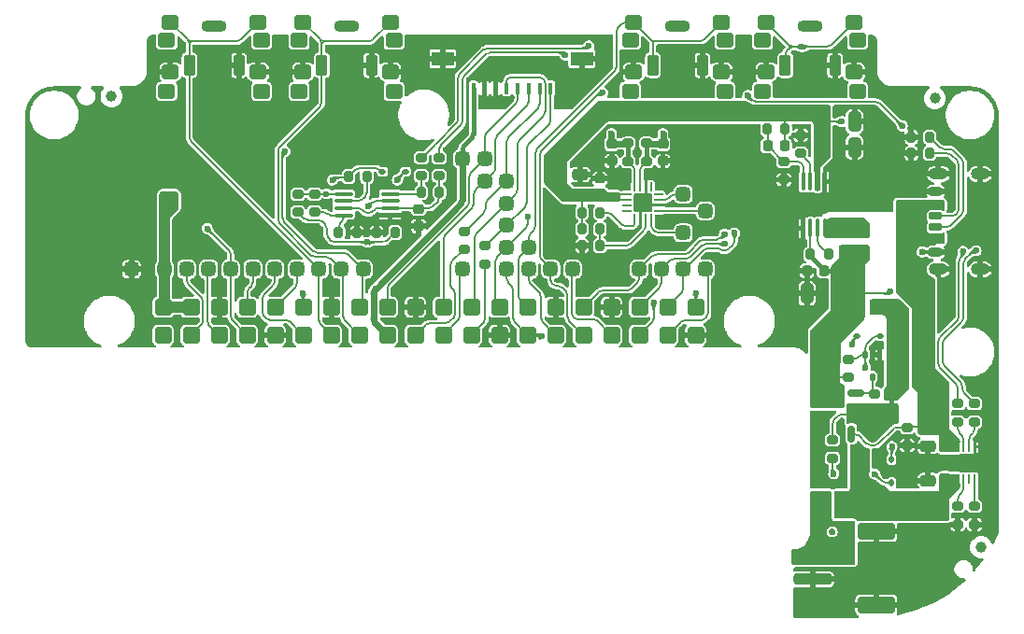
<source format=gbl>
G04 #@! TF.GenerationSoftware,KiCad,Pcbnew,8.0.4*
G04 #@! TF.CreationDate,2025-03-14T20:27:19-07:00*
G04 #@! TF.ProjectId,mintypcb,6d696e74-7970-4636-922e-6b696361645f,2*
G04 #@! TF.SameCoordinates,Original*
G04 #@! TF.FileFunction,Copper,L2,Bot*
G04 #@! TF.FilePolarity,Positive*
%FSLAX46Y46*%
G04 Gerber Fmt 4.6, Leading zero omitted, Abs format (unit mm)*
G04 Created by KiCad (PCBNEW 8.0.4) date 2025-03-14 20:27:19*
%MOMM*%
%LPD*%
G01*
G04 APERTURE LIST*
G04 Aperture macros list*
%AMRoundRect*
0 Rectangle with rounded corners*
0 $1 Rounding radius*
0 $2 $3 $4 $5 $6 $7 $8 $9 X,Y pos of 4 corners*
0 Add a 4 corners polygon primitive as box body*
4,1,4,$2,$3,$4,$5,$6,$7,$8,$9,$2,$3,0*
0 Add four circle primitives for the rounded corners*
1,1,$1+$1,$2,$3*
1,1,$1+$1,$4,$5*
1,1,$1+$1,$6,$7*
1,1,$1+$1,$8,$9*
0 Add four rect primitives between the rounded corners*
20,1,$1+$1,$2,$3,$4,$5,0*
20,1,$1+$1,$4,$5,$6,$7,0*
20,1,$1+$1,$6,$7,$8,$9,0*
20,1,$1+$1,$8,$9,$2,$3,0*%
G04 Aperture macros list end*
G04 #@! TA.AperFunction,EtchedComponent*
%ADD10C,0.400000*%
G04 #@! TD*
G04 #@! TA.AperFunction,SMDPad,CuDef*
%ADD11RoundRect,0.175000X-0.425000X0.175000X-0.425000X-0.175000X0.425000X-0.175000X0.425000X0.175000X0*%
G04 #@! TD*
G04 #@! TA.AperFunction,SMDPad,CuDef*
%ADD12RoundRect,0.190000X0.410000X-0.190000X0.410000X0.190000X-0.410000X0.190000X-0.410000X-0.190000X0*%
G04 #@! TD*
G04 #@! TA.AperFunction,SMDPad,CuDef*
%ADD13RoundRect,0.200000X0.400000X-0.200000X0.400000X0.200000X-0.400000X0.200000X-0.400000X-0.200000X0*%
G04 #@! TD*
G04 #@! TA.AperFunction,SMDPad,CuDef*
%ADD14RoundRect,0.175000X0.425000X-0.175000X0.425000X0.175000X-0.425000X0.175000X-0.425000X-0.175000X0*%
G04 #@! TD*
G04 #@! TA.AperFunction,SMDPad,CuDef*
%ADD15RoundRect,0.190000X-0.410000X0.190000X-0.410000X-0.190000X0.410000X-0.190000X0.410000X0.190000X0*%
G04 #@! TD*
G04 #@! TA.AperFunction,SMDPad,CuDef*
%ADD16RoundRect,0.200000X-0.400000X0.200000X-0.400000X-0.200000X0.400000X-0.200000X0.400000X0.200000X0*%
G04 #@! TD*
G04 #@! TA.AperFunction,ComponentPad*
%ADD17O,1.700000X1.100000*%
G04 #@! TD*
G04 #@! TA.AperFunction,SMDPad,CuDef*
%ADD18RoundRect,0.248674X-0.501326X-0.501326X0.501326X-0.501326X0.501326X0.501326X-0.501326X0.501326X0*%
G04 #@! TD*
G04 #@! TA.AperFunction,SMDPad,CuDef*
%ADD19RoundRect,0.200000X0.200000X0.275000X-0.200000X0.275000X-0.200000X-0.275000X0.200000X-0.275000X0*%
G04 #@! TD*
G04 #@! TA.AperFunction,SMDPad,CuDef*
%ADD20RoundRect,0.325000X-0.325000X0.325000X-0.325000X-0.325000X0.325000X-0.325000X0.325000X0.325000X0*%
G04 #@! TD*
G04 #@! TA.AperFunction,SMDPad,CuDef*
%ADD21RoundRect,0.325000X0.325000X0.325000X-0.325000X0.325000X-0.325000X-0.325000X0.325000X-0.325000X0*%
G04 #@! TD*
G04 #@! TA.AperFunction,SMDPad,CuDef*
%ADD22RoundRect,0.112500X-0.187500X-0.112500X0.187500X-0.112500X0.187500X0.112500X-0.187500X0.112500X0*%
G04 #@! TD*
G04 #@! TA.AperFunction,SMDPad,CuDef*
%ADD23RoundRect,0.225000X0.225000X0.250000X-0.225000X0.250000X-0.225000X-0.250000X0.225000X-0.250000X0*%
G04 #@! TD*
G04 #@! TA.AperFunction,SMDPad,CuDef*
%ADD24RoundRect,0.100000X0.712500X0.100000X-0.712500X0.100000X-0.712500X-0.100000X0.712500X-0.100000X0*%
G04 #@! TD*
G04 #@! TA.AperFunction,SMDPad,CuDef*
%ADD25RoundRect,0.200000X-0.200000X-0.275000X0.200000X-0.275000X0.200000X0.275000X-0.200000X0.275000X0*%
G04 #@! TD*
G04 #@! TA.AperFunction,SMDPad,CuDef*
%ADD26RoundRect,0.200000X0.275000X-0.200000X0.275000X0.200000X-0.275000X0.200000X-0.275000X-0.200000X0*%
G04 #@! TD*
G04 #@! TA.AperFunction,SMDPad,CuDef*
%ADD27RoundRect,0.250000X0.475000X-0.250000X0.475000X0.250000X-0.475000X0.250000X-0.475000X-0.250000X0*%
G04 #@! TD*
G04 #@! TA.AperFunction,SMDPad,CuDef*
%ADD28RoundRect,0.200000X-0.275000X0.200000X-0.275000X-0.200000X0.275000X-0.200000X0.275000X0.200000X0*%
G04 #@! TD*
G04 #@! TA.AperFunction,SMDPad,CuDef*
%ADD29RoundRect,0.200000X0.550000X0.450000X-0.550000X0.450000X-0.550000X-0.450000X0.550000X-0.450000X0*%
G04 #@! TD*
G04 #@! TA.AperFunction,ComponentPad*
%ADD30O,2.300000X1.100000*%
G04 #@! TD*
G04 #@! TA.AperFunction,SMDPad,CuDef*
%ADD31RoundRect,0.260000X-0.515000X-0.390000X0.515000X-0.390000X0.515000X0.390000X-0.515000X0.390000X0*%
G04 #@! TD*
G04 #@! TA.AperFunction,SMDPad,CuDef*
%ADD32RoundRect,0.200000X0.300000X0.750000X-0.300000X0.750000X-0.300000X-0.750000X0.300000X-0.750000X0*%
G04 #@! TD*
G04 #@! TA.AperFunction,SMDPad,CuDef*
%ADD33RoundRect,0.250000X-0.475000X0.250000X-0.475000X-0.250000X0.475000X-0.250000X0.475000X0.250000X0*%
G04 #@! TD*
G04 #@! TA.AperFunction,SMDPad,CuDef*
%ADD34RoundRect,0.225000X-0.250000X0.225000X-0.250000X-0.225000X0.250000X-0.225000X0.250000X0.225000X0*%
G04 #@! TD*
G04 #@! TA.AperFunction,SMDPad,CuDef*
%ADD35RoundRect,0.250000X-1.500000X0.250000X-1.500000X-0.250000X1.500000X-0.250000X1.500000X0.250000X0*%
G04 #@! TD*
G04 #@! TA.AperFunction,SMDPad,CuDef*
%ADD36RoundRect,0.250001X-1.449999X0.499999X-1.449999X-0.499999X1.449999X-0.499999X1.449999X0.499999X0*%
G04 #@! TD*
G04 #@! TA.AperFunction,SMDPad,CuDef*
%ADD37RoundRect,0.250000X0.325000X0.650000X-0.325000X0.650000X-0.325000X-0.650000X0.325000X-0.650000X0*%
G04 #@! TD*
G04 #@! TA.AperFunction,SMDPad,CuDef*
%ADD38RoundRect,0.235000X1.040000X-0.352500X1.040000X0.352500X-1.040000X0.352500X-1.040000X-0.352500X0*%
G04 #@! TD*
G04 #@! TA.AperFunction,SMDPad,CuDef*
%ADD39C,1.000000*%
G04 #@! TD*
G04 #@! TA.AperFunction,SMDPad,CuDef*
%ADD40RoundRect,0.250000X-0.325000X-0.650000X0.325000X-0.650000X0.325000X0.650000X-0.325000X0.650000X0*%
G04 #@! TD*
G04 #@! TA.AperFunction,SMDPad,CuDef*
%ADD41RoundRect,0.112500X-0.112500X-0.237500X0.112500X-0.237500X0.112500X0.237500X-0.112500X0.237500X0*%
G04 #@! TD*
G04 #@! TA.AperFunction,SMDPad,CuDef*
%ADD42RoundRect,0.100000X0.100000X-0.712500X0.100000X0.712500X-0.100000X0.712500X-0.100000X-0.712500X0*%
G04 #@! TD*
G04 #@! TA.AperFunction,SMDPad,CuDef*
%ADD43RoundRect,0.112500X-0.112500X0.187500X-0.112500X-0.187500X0.112500X-0.187500X0.112500X0.187500X0*%
G04 #@! TD*
G04 #@! TA.AperFunction,SMDPad,CuDef*
%ADD44RoundRect,0.218750X0.218750X0.256250X-0.218750X0.256250X-0.218750X-0.256250X0.218750X-0.256250X0*%
G04 #@! TD*
G04 #@! TA.AperFunction,SMDPad,CuDef*
%ADD45RoundRect,0.062500X-0.062500X0.350000X-0.062500X-0.350000X0.062500X-0.350000X0.062500X0.350000X0*%
G04 #@! TD*
G04 #@! TA.AperFunction,HeatsinkPad*
%ADD46R,2.350000X1.580000*%
G04 #@! TD*
G04 #@! TA.AperFunction,SMDPad,CuDef*
%ADD47RoundRect,0.150000X-0.150000X0.587500X-0.150000X-0.587500X0.150000X-0.587500X0.150000X0.587500X0*%
G04 #@! TD*
G04 #@! TA.AperFunction,SMDPad,CuDef*
%ADD48R,0.400000X1.000000*%
G04 #@! TD*
G04 #@! TA.AperFunction,SMDPad,CuDef*
%ADD49R,2.000000X1.300000*%
G04 #@! TD*
G04 #@! TA.AperFunction,SMDPad,CuDef*
%ADD50RoundRect,0.150000X0.587500X0.150000X-0.587500X0.150000X-0.587500X-0.150000X0.587500X-0.150000X0*%
G04 #@! TD*
G04 #@! TA.AperFunction,SMDPad,CuDef*
%ADD51RoundRect,0.062500X0.062500X-0.350000X0.062500X0.350000X-0.062500X0.350000X-0.062500X-0.350000X0*%
G04 #@! TD*
G04 #@! TA.AperFunction,SMDPad,CuDef*
%ADD52RoundRect,0.062500X0.350000X-0.062500X0.350000X0.062500X-0.350000X0.062500X-0.350000X-0.062500X0*%
G04 #@! TD*
G04 #@! TA.AperFunction,HeatsinkPad*
%ADD53R,1.230000X1.230000*%
G04 #@! TD*
G04 #@! TA.AperFunction,SMDPad,CuDef*
%ADD54RoundRect,0.225000X0.250000X-0.225000X0.250000X0.225000X-0.250000X0.225000X-0.250000X-0.225000X0*%
G04 #@! TD*
G04 #@! TA.AperFunction,SMDPad,CuDef*
%ADD55RoundRect,0.250000X-0.300000X-0.300000X0.300000X-0.300000X0.300000X0.300000X-0.300000X0.300000X0*%
G04 #@! TD*
G04 #@! TA.AperFunction,ViaPad*
%ADD56C,0.600000*%
G04 #@! TD*
G04 #@! TA.AperFunction,Conductor*
%ADD57C,0.200000*%
G04 #@! TD*
G04 #@! TA.AperFunction,Conductor*
%ADD58C,0.600000*%
G04 #@! TD*
G04 #@! TA.AperFunction,Conductor*
%ADD59C,1.000000*%
G04 #@! TD*
G04 #@! TA.AperFunction,Conductor*
%ADD60C,0.400000*%
G04 #@! TD*
G04 APERTURE END LIST*
D10*
X104012500Y-62575000D02*
X104012500Y-64225000D01*
X127900000Y-85275000D02*
X127900000Y-86925000D01*
X105662500Y-62575000D02*
X105662500Y-64225000D01*
D11*
X131875001Y-69180000D03*
D12*
X131875000Y-71200000D03*
D13*
X131875000Y-72430000D03*
D14*
X131875001Y-70180000D03*
D15*
X131875000Y-68160000D03*
D16*
X131875000Y-66930000D03*
D17*
X132125000Y-65360000D03*
X135925000Y-65360000D03*
X132125000Y-74000000D03*
X135925000Y-74000000D03*
D18*
X61870000Y-79970000D03*
X61870000Y-77430000D03*
X64410000Y-79970000D03*
X64410000Y-77430000D03*
X66950000Y-79970000D03*
X66950000Y-77430000D03*
X69490000Y-79970000D03*
X69490000Y-77430000D03*
X72030000Y-79970000D03*
X72030000Y-77430000D03*
X74570000Y-79970000D03*
X74570000Y-77430000D03*
X77110000Y-79970000D03*
X77110000Y-77430000D03*
X79650000Y-79970000D03*
X79650000Y-77430000D03*
X82190000Y-79970000D03*
X82190000Y-77430000D03*
X84730000Y-79970000D03*
X84730000Y-77430000D03*
X87270000Y-79970000D03*
X87270000Y-77430000D03*
X89810000Y-79970000D03*
X89810000Y-77430000D03*
X92350000Y-79970000D03*
X92350000Y-77430000D03*
X94890000Y-79970000D03*
X94890000Y-77430000D03*
X97430000Y-79970000D03*
X97430000Y-77430000D03*
X99970000Y-79970000D03*
X99970000Y-77430000D03*
X102510000Y-79970000D03*
X102510000Y-77430000D03*
X105050000Y-79970000D03*
X105050000Y-77430000D03*
X107590000Y-79970000D03*
X107590000Y-77430000D03*
X110130000Y-79970000D03*
X110130000Y-77430000D03*
D19*
X79425000Y-70650001D03*
X77775000Y-70650001D03*
D20*
X109012500Y-67200000D03*
D21*
X68000000Y-74000000D03*
D22*
X81750000Y-65150000D03*
X83850000Y-65150000D03*
D23*
X118200000Y-62800000D03*
X116650000Y-62800000D03*
D24*
X82443750Y-67150001D03*
X82443750Y-67800001D03*
X82443750Y-68450001D03*
X82443750Y-69100001D03*
X78218750Y-69100001D03*
X78218750Y-68450001D03*
X78218750Y-67800001D03*
X78218750Y-67150001D03*
D25*
X99825000Y-70350001D03*
X101475000Y-70350001D03*
D26*
X104012500Y-64225000D03*
X104012500Y-62575000D03*
X135400000Y-97137500D03*
X135400000Y-95487500D03*
X129310000Y-89975000D03*
X129310000Y-88325000D03*
D27*
X131190000Y-95062499D03*
X131190000Y-93162501D03*
D28*
X118150000Y-64225000D03*
X118150000Y-65875000D03*
D29*
X112800000Y-57850000D03*
X112800000Y-53250000D03*
D30*
X108500000Y-51950000D03*
D29*
X104200000Y-57850000D03*
X104200000Y-53250000D03*
D31*
X112475000Y-51600000D03*
D32*
X106250000Y-55500000D03*
D31*
X104525000Y-51600000D03*
X112475000Y-56100000D03*
D32*
X110750000Y-55500000D03*
D31*
X104525000Y-56100000D03*
D33*
X131190000Y-88162500D03*
X131190000Y-90062498D03*
D21*
X89000000Y-64000000D03*
D34*
X107162500Y-62625000D03*
X107162500Y-64175000D03*
D21*
X111000000Y-74000000D03*
D19*
X101475000Y-71850000D03*
X99825000Y-71850000D03*
D29*
X70800000Y-57850000D03*
X70800000Y-53250000D03*
D30*
X66500000Y-51950000D03*
D29*
X62200000Y-57850000D03*
X62200000Y-53250000D03*
D31*
X70475000Y-51600000D03*
D32*
X64250000Y-55500000D03*
D31*
X62525000Y-51600000D03*
X70475000Y-56100000D03*
D32*
X68750000Y-55500000D03*
D31*
X62525000Y-56100000D03*
D25*
X129675000Y-63500000D03*
X131325000Y-63500000D03*
D21*
X78000000Y-74000000D03*
D20*
X109012500Y-70700000D03*
D29*
X82800000Y-57850000D03*
X82800000Y-53250000D03*
D30*
X78500000Y-51950000D03*
D29*
X74200000Y-57850000D03*
X74200000Y-53250000D03*
D31*
X82475000Y-51600000D03*
D32*
X76250000Y-55500000D03*
D31*
X74525000Y-51600000D03*
X82475000Y-56100000D03*
D32*
X80750000Y-55500000D03*
D31*
X74525000Y-56100000D03*
D21*
X70000000Y-74000000D03*
X59000000Y-74000000D03*
D23*
X121775000Y-74150000D03*
X120225000Y-74150000D03*
D21*
X62000000Y-74000000D03*
D26*
X74081250Y-68825001D03*
X74081250Y-67175001D03*
D35*
X120750000Y-100100000D03*
X120750000Y-102100000D03*
D36*
X126500000Y-97750000D03*
X126500000Y-104450000D03*
D21*
X64000000Y-74000000D03*
D26*
X119650001Y-63475001D03*
X119650001Y-61825001D03*
D27*
X99650000Y-67299999D03*
X99650000Y-65400001D03*
D20*
X111012500Y-68700000D03*
D25*
X99825001Y-68850000D03*
X101475001Y-68850000D03*
D21*
X76000000Y-74000000D03*
D26*
X133900000Y-87837500D03*
X133900000Y-86187500D03*
D22*
X124750000Y-80050000D03*
X126850000Y-80050000D03*
D21*
X80000000Y-74000000D03*
D28*
X91050000Y-71875000D03*
X91050000Y-73525000D03*
D37*
X123175001Y-76200000D03*
X120224999Y-76200000D03*
D21*
X109000000Y-74000000D03*
X93000000Y-74000000D03*
X91000000Y-66000000D03*
X72000000Y-74000000D03*
D26*
X135400000Y-87837500D03*
X135400000Y-86187500D03*
D19*
X86925000Y-67000000D03*
X85275000Y-67000000D03*
D28*
X126350000Y-85275000D03*
X126350000Y-86925000D03*
D19*
X122175000Y-72650000D03*
X120525000Y-72650000D03*
D38*
X124500000Y-72537500D03*
X124500000Y-70462500D03*
D21*
X95000000Y-72000000D03*
D39*
X57200000Y-58300000D03*
D40*
X121575000Y-60600000D03*
X124525002Y-60600000D03*
D25*
X124825000Y-77450000D03*
X126475000Y-77450000D03*
D21*
X99000000Y-74000000D03*
X91000000Y-64000000D03*
D26*
X133900000Y-97137500D03*
X133900000Y-95487500D03*
X85300000Y-65525000D03*
X85300000Y-63875000D03*
D41*
X125500000Y-81750000D03*
X126800000Y-81750000D03*
X126150000Y-83750000D03*
D21*
X93000000Y-70000000D03*
D42*
X121825000Y-70262500D03*
X121175000Y-70262500D03*
X120525000Y-70262500D03*
X119875000Y-70262500D03*
X119875000Y-66037500D03*
X120525000Y-66037500D03*
X121175000Y-66037500D03*
X121825000Y-66037500D03*
D28*
X86900000Y-63875000D03*
X86900000Y-65525000D03*
D25*
X129675000Y-62000000D03*
X131325000Y-62000000D03*
D43*
X127900000Y-91250000D03*
X127900000Y-93350000D03*
D21*
X105000000Y-74000000D03*
D44*
X123375000Y-95600000D03*
X121800000Y-95600000D03*
D21*
X66000000Y-74000000D03*
D19*
X118250001Y-61300000D03*
X116600001Y-61300000D03*
D34*
X102512500Y-62625000D03*
X102512500Y-64175000D03*
D21*
X97000000Y-74000000D03*
D45*
X133400000Y-90125000D03*
X133900001Y-90125000D03*
X134400000Y-90125000D03*
X134899999Y-90125000D03*
X135400000Y-90125000D03*
X135400000Y-93000000D03*
X134899999Y-93000000D03*
X134400000Y-93000000D03*
X133900001Y-93000000D03*
X133400000Y-93000000D03*
D46*
X134400000Y-91562500D03*
D47*
X124250000Y-88912500D03*
X126150000Y-88912500D03*
X125200000Y-90787501D03*
D21*
X93000000Y-68000000D03*
X93000000Y-72000000D03*
D48*
X90000000Y-57600000D03*
X91000000Y-57600000D03*
X92000000Y-57600000D03*
X93000000Y-57600000D03*
X94000000Y-57600000D03*
X95000000Y-57600000D03*
X96000000Y-57600000D03*
X97000000Y-57600000D03*
D49*
X87200000Y-54900000D03*
X99800000Y-54900000D03*
D25*
X81225000Y-70650000D03*
X82875000Y-70650000D03*
D21*
X107000000Y-74000000D03*
X93000000Y-66000000D03*
D26*
X75581250Y-68825001D03*
X75581250Y-67175001D03*
D50*
X124637500Y-85250000D03*
X124637500Y-87150000D03*
X122762499Y-86200000D03*
D29*
X124800000Y-57850000D03*
X124800000Y-53250000D03*
D30*
X120500000Y-51950000D03*
D29*
X116200000Y-57850000D03*
X116200000Y-53250000D03*
D31*
X124475000Y-51600000D03*
D32*
X118250000Y-55500000D03*
D31*
X116525000Y-51600000D03*
X124475000Y-56100000D03*
D32*
X122750000Y-55500000D03*
D31*
X116525000Y-56100000D03*
D26*
X127900000Y-86925000D03*
X127900000Y-85275000D03*
D51*
X106100000Y-69387499D03*
X105600000Y-69387499D03*
X105100000Y-69387499D03*
X104600000Y-69387499D03*
D52*
X103912500Y-68699999D03*
X103912500Y-68199999D03*
X103912500Y-67699999D03*
X103912500Y-67199999D03*
D51*
X104600000Y-66512499D03*
X105100000Y-66512499D03*
X105600000Y-66512499D03*
X106100000Y-66512499D03*
D52*
X106787500Y-67199999D03*
X106787500Y-67699999D03*
X106787500Y-68199999D03*
X106787500Y-68699999D03*
D53*
X105350000Y-67949999D03*
D28*
X123925000Y-82175000D03*
X123925000Y-83825000D03*
X89150000Y-70575000D03*
X89150000Y-72225000D03*
D21*
X89000000Y-74000000D03*
D34*
X85000000Y-68525000D03*
X85000000Y-70075000D03*
D21*
X74000000Y-74000000D03*
D54*
X101450000Y-67324999D03*
X101450000Y-65774999D03*
D26*
X122550000Y-91125000D03*
X122550000Y-89475000D03*
D21*
X95000000Y-74000000D03*
D40*
X121574999Y-62950001D03*
X124525001Y-62950001D03*
D26*
X105662500Y-64225000D03*
X105662500Y-62575000D03*
D39*
X136000000Y-99200000D03*
X131800000Y-58500000D03*
D55*
X128100000Y-77450000D03*
X130900000Y-77450000D03*
D19*
X80325000Y-65600000D03*
X78675000Y-65600000D03*
D56*
X111950000Y-72950000D03*
X136050000Y-90500000D03*
X69450000Y-65400000D03*
X135050000Y-91500000D03*
X106250000Y-58000000D03*
X99500000Y-64200000D03*
X103775000Y-78950000D03*
X77100000Y-75175000D03*
X137050000Y-90500000D03*
X121850001Y-68650000D03*
X67775000Y-70100000D03*
X137100000Y-66400000D03*
X107150000Y-65400000D03*
X129000000Y-100400000D03*
X63100000Y-54700000D03*
X50000000Y-62200000D03*
X85400000Y-62800000D03*
X108300000Y-71900000D03*
X130050000Y-91500000D03*
X96700000Y-55500000D03*
X132400000Y-103000000D03*
X96900000Y-67900000D03*
X68250000Y-61200000D03*
X121500000Y-77400000D03*
X136050000Y-92500000D03*
X105356250Y-67950000D03*
X132500000Y-75250000D03*
X125400000Y-100850000D03*
X81300000Y-74400000D03*
X125700000Y-63500000D03*
X105600000Y-75700000D03*
X55250000Y-67850000D03*
X132050000Y-91500000D03*
X91200000Y-53000000D03*
X91000000Y-56300000D03*
X73450000Y-65400000D03*
X91000000Y-58900000D03*
X131050000Y-91500000D03*
X130675000Y-66950000D03*
X123500000Y-93100000D03*
X125700000Y-64500000D03*
X123500000Y-64600000D03*
X79350000Y-72150000D03*
X123350000Y-58000000D03*
X122500000Y-64600000D03*
X55400000Y-59900000D03*
X60000000Y-58300000D03*
X91125000Y-79550000D03*
X120450000Y-78700000D03*
X120850000Y-68650000D03*
X99700000Y-76000000D03*
X102900000Y-66300000D03*
X62150000Y-61950000D03*
X61200000Y-55100000D03*
X89000000Y-61800000D03*
X108400000Y-61300000D03*
X137050000Y-91500000D03*
X118450000Y-73150000D03*
X125700000Y-60500000D03*
X59900000Y-72200000D03*
X79700000Y-60800000D03*
X66950000Y-78650000D03*
X125700000Y-62500000D03*
X102700000Y-57350000D03*
X120300000Y-62650000D03*
X114400000Y-72650000D03*
X137050000Y-87500000D03*
X116900000Y-65900000D03*
X86500000Y-72500000D03*
X129050000Y-92500000D03*
X121850000Y-67650000D03*
X70600000Y-78850000D03*
X137050000Y-94500000D03*
X77400000Y-54100000D03*
X116000000Y-63850000D03*
X97400000Y-76100000D03*
X116200000Y-70950000D03*
X84750000Y-78675000D03*
X122500000Y-97800000D03*
X133250000Y-73000000D03*
X50000000Y-78200000D03*
X127520000Y-68300000D03*
X119850000Y-67650000D03*
X98200000Y-58900000D03*
X63150000Y-80200000D03*
X105250000Y-54300000D03*
X137050000Y-89500000D03*
X105812500Y-65400000D03*
X137050000Y-88500000D03*
X121000000Y-92400000D03*
X83900000Y-54700000D03*
X68800000Y-75700000D03*
X125070000Y-66450000D03*
X114500000Y-54800000D03*
X87948529Y-65300000D03*
X80981250Y-69525001D03*
X129050000Y-91500000D03*
X132500000Y-78500000D03*
X87200000Y-53000000D03*
X133050000Y-91500000D03*
X137050000Y-95500000D03*
X134400000Y-98800000D03*
X100400000Y-64200000D03*
X98600000Y-68750000D03*
X121800000Y-88150000D03*
X114050000Y-67650000D03*
X114100000Y-61300000D03*
X83800000Y-69800000D03*
X135400000Y-84375000D03*
X65400000Y-54100000D03*
X104850000Y-61300000D03*
X134050000Y-91500000D03*
X50000000Y-66200000D03*
X92700000Y-58900000D03*
X97000000Y-72200000D03*
X120850000Y-67650000D03*
X125700000Y-61500000D03*
X136050000Y-89500000D03*
X136050000Y-91500000D03*
X72500000Y-53200000D03*
X130050000Y-92500000D03*
X130675000Y-72425000D03*
X72600000Y-57500000D03*
X50000000Y-74200000D03*
X124200000Y-102750000D03*
X124400000Y-68300000D03*
X75100000Y-54700000D03*
X103775000Y-76825000D03*
X53800000Y-80200000D03*
X136500000Y-78500000D03*
X128075000Y-92500000D03*
X95200000Y-53000000D03*
X104363973Y-70700000D03*
X137050000Y-93500000D03*
X133250000Y-71900000D03*
X121500000Y-75300000D03*
X100100000Y-56400000D03*
X120050000Y-54650000D03*
X119850000Y-68650000D03*
X135300000Y-75250000D03*
X129400000Y-97600000D03*
X133250000Y-66400000D03*
X50000000Y-70200000D03*
X111550000Y-65100000D03*
X128200000Y-62000000D03*
X67200000Y-75700000D03*
X119200000Y-74900000D03*
X119450000Y-73150000D03*
X121600000Y-104800000D03*
X108900000Y-79500000D03*
X126800000Y-82900000D03*
X111875000Y-75500000D03*
X137050000Y-92500000D03*
X75800000Y-71300000D03*
X102500000Y-73550000D03*
X119900000Y-71700000D03*
X136050000Y-93500000D03*
X133250000Y-67500000D03*
X110200000Y-67700000D03*
X99200000Y-53000000D03*
X98299998Y-54550000D03*
X127750000Y-76000000D03*
X61999999Y-67400000D03*
X62799999Y-67400000D03*
X61999999Y-68200000D03*
X97600000Y-65100000D03*
X123400000Y-60600000D03*
X76675001Y-67150001D03*
X62800000Y-68200000D03*
X97612500Y-64300000D03*
X96812500Y-65100000D03*
X96812500Y-64300000D03*
X130450000Y-69700000D03*
X127910000Y-90080000D03*
X125500000Y-82900000D03*
X124300000Y-80800000D03*
X66000000Y-74000000D03*
X83100000Y-65900000D03*
X94900000Y-69200000D03*
X72900000Y-63300000D03*
X72000000Y-74000000D03*
X65875000Y-70300000D03*
X74000000Y-74000000D03*
X128850000Y-61000000D03*
X112750000Y-70800000D03*
X114850000Y-58250000D03*
X111000000Y-74000000D03*
X112750000Y-71700000D03*
X113650000Y-70700000D03*
X99000000Y-74000000D03*
X95000000Y-74000000D03*
X101700000Y-58000000D03*
X119775735Y-53824265D03*
X109012500Y-70700000D03*
X110130000Y-76130000D03*
X106326765Y-77001765D03*
X109012500Y-67200000D03*
X111012500Y-68700000D03*
X74550000Y-76150000D03*
X96180001Y-80100000D03*
X102500000Y-61700000D03*
X107162500Y-61700000D03*
X100450000Y-53749998D03*
X135536028Y-72312499D03*
X134378229Y-72373242D03*
X126350000Y-92550000D03*
X77200000Y-65900000D03*
X80455708Y-68300000D03*
X80400000Y-71550000D03*
X122650000Y-92550000D03*
D57*
X84736237Y-79946119D02*
G75*
G03*
X84729985Y-79961178I15063J-15081D01*
G01*
X88061716Y-73238282D02*
G75*
G03*
X87902309Y-73623057I384784J-384818D01*
G01*
X89112500Y-72225000D02*
G75*
G03*
X89048490Y-72251523I0J-90500D01*
G01*
X86900000Y-66957322D02*
G75*
G03*
X86912507Y-66987493I42700J22D01*
G01*
X86925000Y-67449604D02*
G75*
G02*
X86765629Y-67834387I-544200J4D01*
G01*
X86912500Y-66987500D02*
G75*
G02*
X86925009Y-67017677I-30200J-30200D01*
G01*
X86309378Y-68290621D02*
G75*
G02*
X85924603Y-68449989I-384778J384821D01*
G01*
X82912500Y-70612500D02*
X82887500Y-70637500D01*
X82875000Y-70650000D02*
X82824999Y-70699999D01*
X85199999Y-67075000D02*
G75*
G02*
X85018932Y-67150013I-181099J181100D01*
G01*
X85287500Y-65537500D02*
G75*
G03*
X85274991Y-65567677I30200J-30200D01*
G01*
X85275000Y-66893933D02*
G75*
G02*
X85199990Y-67074991I-256100J33D01*
G01*
X126337500Y-85262500D02*
G75*
G03*
X126307322Y-85249991I-30200J-30200D01*
G01*
X126337500Y-85262500D02*
X126337500Y-85262500D01*
X126150000Y-84933578D02*
G75*
G03*
X126249994Y-85175006I341400J-22D01*
G01*
X133559314Y-63334314D02*
X133793628Y-63568629D01*
X81614644Y-65114644D02*
G75*
G03*
X81700000Y-65150003I85356J85344D01*
G01*
X78725154Y-65549407D02*
G75*
G03*
X78724977Y-65549780I346J-393D01*
G01*
X81484379Y-64984379D02*
G75*
G03*
X81099604Y-64825011I-384779J-384821D01*
G01*
X78725000Y-65549781D02*
G75*
G02*
X78724849Y-65550158I-500J-19D01*
G01*
X79290401Y-64984379D02*
G75*
G03*
X79290029Y-64984534I-1J-521D01*
G01*
X86690975Y-62534023D02*
G75*
G03*
X86629266Y-62598634I1374225J-1374277D01*
G01*
X86629266Y-62598634D02*
G75*
G02*
X86567556Y-62663244I-1437866J1311534D01*
G01*
X85375532Y-63855270D02*
G75*
G02*
X85327901Y-63874989I-47632J47670D01*
G01*
X91050000Y-78504604D02*
G75*
G02*
X90890629Y-78889387I-544200J4D01*
G01*
X89810000Y-79958661D02*
G75*
G03*
X89818041Y-79962006I4700J-39D01*
G01*
X94890000Y-79958654D02*
G75*
G03*
X94898047Y-79962000I4700J-46D01*
G01*
X94921572Y-79951505D02*
G75*
G03*
X94899256Y-79960761I28J-31595D01*
G01*
X94881977Y-79939285D02*
G75*
G02*
X94890030Y-79958654I-19377J-19415D01*
G01*
X69491649Y-77427184D02*
G75*
G02*
X69490839Y-77429190I-2849J-16D01*
G01*
X88760000Y-78254604D02*
G75*
G02*
X88600628Y-78639387I-544200J4D01*
G01*
X88880000Y-74120000D02*
G75*
G03*
X88760002Y-74409705I289700J-289700D01*
G01*
X97000000Y-60449604D02*
G75*
G02*
X96840629Y-60834387I-544200J4D01*
G01*
X94959379Y-62715620D02*
G75*
G03*
X94799981Y-63100395I384721J-384780D01*
G01*
X91151516Y-71848483D02*
G75*
G02*
X91087500Y-71875009I-64016J63983D01*
G01*
X94800000Y-67974604D02*
G75*
G02*
X94640628Y-68359387I-544200J4D01*
G01*
X64418017Y-79939305D02*
G75*
G03*
X64409980Y-79958661I19383J-19395D01*
G01*
X90159378Y-66840619D02*
G75*
G03*
X89999979Y-67225394I384722J-384781D01*
G01*
X95000000Y-58774604D02*
G75*
G02*
X94840629Y-59159387I-544200J4D01*
G01*
X87429378Y-70884833D02*
G75*
G03*
X87269989Y-71269608I384722J-384767D01*
G01*
X90000000Y-68088817D02*
G75*
G02*
X89840622Y-68473594I-544200J17D01*
G01*
X92000000Y-64887300D02*
G75*
G02*
X91920314Y-65079693I-272100J0D01*
G01*
X92159379Y-61840620D02*
G75*
G03*
X91999981Y-62225395I384721J-384780D01*
G01*
X90625063Y-66374934D02*
X90293693Y-66706305D01*
X91331368Y-65668628D02*
X90999999Y-65999999D01*
X90999999Y-65999999D02*
X90668629Y-66331369D01*
X91920310Y-65079689D02*
X91760929Y-65239068D01*
X94000000Y-58574604D02*
G75*
G02*
X93840629Y-58959387I-544200J4D01*
G01*
X89600000Y-67923130D02*
G75*
G02*
X89440616Y-68307900I-544200J30D01*
G01*
X89759379Y-65240620D02*
G75*
G03*
X89599981Y-65625395I384721J-384780D01*
G01*
X91159379Y-61640620D02*
G75*
G03*
X90999981Y-62025395I384721J-384780D01*
G01*
X82191635Y-77427208D02*
G75*
G02*
X82190822Y-77429187I-2835J8D01*
G01*
X82351014Y-75397511D02*
G75*
G03*
X82191628Y-75782286I384786J-384789D01*
G01*
X91259378Y-67740619D02*
G75*
G03*
X91099979Y-68125395I384722J-384781D01*
G01*
X91100000Y-68474604D02*
G75*
G02*
X90940629Y-68859387I-544200J4D01*
G01*
X93159378Y-62040620D02*
G75*
G03*
X92999980Y-62425395I384722J-384780D01*
G01*
X89251516Y-70548483D02*
G75*
G02*
X89187500Y-70575009I-64016J63983D01*
G01*
X96000000Y-58974604D02*
G75*
G02*
X95840628Y-59359387I-544200J4D01*
G01*
X91625064Y-67374935D02*
X91293693Y-67706305D01*
X96500000Y-59674604D02*
G75*
G02*
X96340629Y-60059387I-544200J4D01*
G01*
X89817923Y-77399664D02*
G75*
G03*
X89809979Y-77418794I19077J-19136D01*
G01*
X94159379Y-62240620D02*
G75*
G03*
X93999981Y-62625395I384721J-384780D01*
G01*
X94000000Y-66774604D02*
G75*
G02*
X93840628Y-67159387I-544200J4D01*
G01*
X74570803Y-77428629D02*
G75*
G02*
X74570394Y-77429591I-1403J29D01*
G01*
X105058032Y-79939249D02*
G75*
G03*
X105050022Y-79958641I19368J-19351D01*
G01*
X79641982Y-79939306D02*
G75*
G02*
X79650019Y-79958662I-19382J-19394D01*
G01*
X77800000Y-73800000D02*
X78000000Y-74000000D01*
X95159378Y-70759271D02*
G75*
G03*
X95000016Y-71144046I384722J-384729D01*
G01*
X94881982Y-77399306D02*
G75*
G02*
X94890019Y-77418662I-19382J-19394D01*
G01*
X95600000Y-70093255D02*
G75*
G02*
X95440653Y-70478063I-544200J-45D01*
G01*
X77101982Y-79939306D02*
G75*
G02*
X77110019Y-79958662I-19382J-19394D01*
G01*
X97421982Y-79939306D02*
G75*
G02*
X97430019Y-79958662I-19382J-19394D01*
G01*
X102503889Y-79946606D02*
G75*
G02*
X102510018Y-79961358I-14789J-14794D01*
G01*
X107596237Y-79946119D02*
G75*
G03*
X107589985Y-79961178I15063J-15081D01*
G01*
X72038017Y-77399305D02*
G75*
G03*
X72029980Y-77418661I19383J-19395D01*
G01*
X69481982Y-79939306D02*
G75*
G02*
X69490019Y-79958662I-19382J-19394D01*
G01*
X68003000Y-74004414D02*
G75*
G02*
X68003979Y-74009440I-12200J-4986D01*
G01*
X68000000Y-73994557D02*
G75*
G03*
X68000988Y-73999590I13100J-43D01*
G01*
X68001000Y-73999585D02*
X68003000Y-74004414D01*
X74563754Y-79946090D02*
G75*
G02*
X74570029Y-79961168I-15054J-15110D01*
G01*
X79657774Y-77400235D02*
G75*
G03*
X79649990Y-77419005I18726J-18765D01*
G01*
D58*
X82182639Y-79941819D02*
G75*
G02*
X82190016Y-79959590I-17739J-17781D01*
G01*
D57*
X94900000Y-69874604D02*
G75*
G02*
X94740628Y-70259387I-544200J4D01*
G01*
X92341982Y-77399306D02*
G75*
G02*
X92350019Y-77418662I-19382J-19394D01*
G01*
X92159379Y-72840620D02*
G75*
G03*
X91999981Y-73225395I384721J-384780D01*
G01*
X83135355Y-65764644D02*
G75*
G03*
X83099996Y-65850000I85345J-85356D01*
G01*
X83800000Y-65150000D02*
G75*
G03*
X83714647Y-65185358I0J-120700D01*
G01*
X124406066Y-80393933D02*
G75*
G03*
X124299990Y-80650000I256034J-256067D01*
G01*
X66941982Y-79939306D02*
G75*
G02*
X66950019Y-79958662I-19382J-19394D01*
G01*
X127905000Y-90085000D02*
G75*
G03*
X127899988Y-90097071I12100J-12100D01*
G01*
X126575395Y-80050000D02*
G75*
G03*
X126190634Y-80209392I5J-544100D01*
G01*
X125275000Y-81750000D02*
G75*
G03*
X124890901Y-81909099I0J-543200D01*
G01*
X124784379Y-82015620D02*
G75*
G02*
X124399604Y-82174989I-384779J384820D01*
G01*
X125659379Y-80740620D02*
G75*
G03*
X125499981Y-81125395I384721J-384780D01*
G01*
X128252426Y-88325000D02*
G75*
G03*
X128120240Y-88379743I-26J-186900D01*
G01*
X131095983Y-88230000D02*
G75*
G02*
X131023556Y-88259977I-72383J72400D01*
G01*
X129321966Y-88300000D02*
G75*
G02*
X129261610Y-88324994I-60366J60400D01*
G01*
X129558033Y-88230000D02*
G75*
G03*
X129630459Y-88260036I72467J72400D01*
G01*
X128120247Y-88379750D02*
X128010746Y-88489251D01*
D59*
X64401063Y-77421063D02*
G75*
G03*
X64379488Y-77412124I-21563J-21537D01*
G01*
D57*
X127650000Y-76100000D02*
G75*
G02*
X127408578Y-76199991I-241400J241400D01*
G01*
D60*
X120525000Y-72737500D02*
G75*
G03*
X120586880Y-72886862I211200J0D01*
G01*
D57*
X87071987Y-62728012D02*
G75*
G02*
X87064036Y-62731342I-7987J7912D01*
G01*
D60*
X121748483Y-74048483D02*
G75*
G02*
X121775010Y-74112500I-63983J-64017D01*
G01*
D57*
X86901626Y-63872224D02*
G75*
G02*
X86900811Y-63874185I-2826J24D01*
G01*
X123924722Y-83825278D02*
G75*
G02*
X123924052Y-83825589I-722J678D01*
G01*
X88840620Y-60954722D02*
G75*
G02*
X88837310Y-60962657I-11220J22D01*
G01*
D60*
X121775000Y-74112500D02*
G75*
G03*
X121812500Y-74150000I37500J0D01*
G01*
D57*
X124875000Y-76200000D02*
X124425000Y-76200000D01*
X120525000Y-72562500D02*
X120525000Y-72737500D01*
X105362498Y-67937500D02*
X105356249Y-67943749D01*
X105224999Y-68074999D02*
X105346875Y-67953123D01*
X105353125Y-67946874D02*
X105356249Y-67943749D01*
X105353125Y-67946874D02*
X105346875Y-67953123D01*
X105600000Y-67527642D02*
X105600000Y-66512500D01*
X105478125Y-67821875D02*
X105362498Y-67937500D01*
X105353124Y-67953123D02*
X105475000Y-68074999D01*
X105776778Y-68200000D02*
X106787500Y-68200000D01*
X105100000Y-68376777D02*
X105100000Y-69387500D01*
X105478125Y-67821875D02*
G75*
G03*
X105600032Y-67527642I-294225J294275D01*
G01*
X105100000Y-68376777D02*
G75*
G02*
X105225007Y-68075007I426800J-23D01*
G01*
X105346875Y-67953123D02*
G75*
G02*
X105353125Y-67953122I3125J-3122D01*
G01*
X105776778Y-68200000D02*
G75*
G02*
X105475006Y-68074993I22J426800D01*
G01*
X105353125Y-67946874D02*
G75*
G03*
X105353123Y-67953124I3075J-3126D01*
G01*
X87064036Y-62731306D02*
X87059378Y-62731306D01*
X89000000Y-60565290D02*
X89000000Y-56825395D01*
X124875000Y-76200000D02*
X127408578Y-76200000D01*
X123924050Y-83825556D02*
X123234078Y-83825556D01*
X124425000Y-76200000D02*
X124200000Y-76200000D01*
X88840620Y-60950065D02*
X88840620Y-60954722D01*
X120525000Y-72562500D02*
X120525000Y-70262500D01*
D60*
X120586871Y-72886871D02*
X121748483Y-74048483D01*
D57*
X123212500Y-83812500D02*
X123200000Y-83800000D01*
D60*
X121812500Y-74150000D02*
X122950000Y-74150000D01*
D57*
X86900813Y-63874187D02*
X86900000Y-63875000D01*
X87071987Y-62728012D02*
X88837326Y-60962673D01*
X91090620Y-54509378D02*
X89159379Y-56440620D01*
X98199998Y-54450000D02*
X98299998Y-54550000D01*
X127650000Y-76100000D02*
X127750000Y-76000000D01*
X91475395Y-54350000D02*
X97958576Y-54350000D01*
X123425001Y-76200000D02*
X123175001Y-76450000D01*
X86901626Y-63044657D02*
X86901626Y-63872224D01*
X123924722Y-83825278D02*
X123925000Y-83825000D01*
X86901626Y-63044657D02*
G75*
G02*
X87059375Y-62731303I567174J-89143D01*
G01*
X91475395Y-54350000D02*
G75*
G03*
X91090634Y-54509392I5J-544100D01*
G01*
X98199998Y-54450000D02*
G75*
G03*
X97958576Y-54350010I-241398J-241400D01*
G01*
X89000000Y-60565290D02*
G75*
G02*
X88840635Y-60950080I-544200J-10D01*
G01*
X123212500Y-83812500D02*
G75*
G03*
X123234075Y-83825563I45500J50800D01*
G01*
X89000000Y-56825395D02*
G75*
G02*
X89159393Y-56440634I544100J-5D01*
G01*
X118275001Y-61274999D02*
X118500001Y-61050000D01*
X118250001Y-60500001D02*
X118250001Y-61264643D01*
X99737500Y-67387499D02*
X99650000Y-67299999D01*
X118200000Y-61385357D02*
X118200000Y-62800000D01*
X123400000Y-60600000D02*
X121800395Y-60600000D01*
X99825000Y-70350001D02*
X99824999Y-68850000D01*
X75623927Y-67150001D02*
X78218750Y-67150001D01*
X121415620Y-60759379D02*
X121125000Y-61050000D01*
X99825001Y-67598744D02*
X99825001Y-68850000D01*
X75563572Y-67175001D02*
X74081250Y-67175001D01*
D59*
X62000000Y-77188076D02*
X62000000Y-74000000D01*
D57*
X103912500Y-67200000D02*
X103112500Y-67200000D01*
X103912500Y-67700000D02*
X103112500Y-67700000D01*
D59*
X64379488Y-77412127D02*
X61956627Y-77412127D01*
D57*
X118275001Y-61274999D02*
X118225000Y-61325000D01*
D59*
X64401063Y-77421063D02*
X64410000Y-77430000D01*
X62000000Y-77188076D02*
G75*
G02*
X61935007Y-77345007I-221900J-24D01*
G01*
D57*
X99825001Y-67598744D02*
G75*
G03*
X99737513Y-67387486I-298701J44D01*
G01*
X121800395Y-60600000D02*
G75*
G03*
X121415634Y-60759393I5J-544100D01*
G01*
X118250001Y-61264643D02*
G75*
G03*
X118274924Y-61274922I14599J43D01*
G01*
X118250001Y-61264643D02*
G75*
G02*
X118224988Y-61324988I-85401J43D01*
G01*
X118250000Y-60500000D02*
X118250001Y-60500001D01*
X75593750Y-67162501D02*
G75*
G02*
X75623927Y-67150027I30150J-30199D01*
G01*
X118200000Y-61385357D02*
G75*
G02*
X118225013Y-61325013I85400J-43D01*
G01*
D59*
X61935000Y-77345000D02*
G75*
G03*
X61956631Y-77412109I29600J-27500D01*
G01*
D57*
X75563572Y-67175001D02*
G75*
G03*
X75593769Y-67162520I28J42701D01*
G01*
X126324604Y-89950000D02*
X125975395Y-89950000D01*
X125590620Y-89790620D02*
X124871879Y-89071879D01*
X131023556Y-88260000D02*
X129630459Y-88260000D01*
X131171250Y-88181250D02*
X131190000Y-88162500D01*
X128252426Y-88325000D02*
X129261610Y-88325000D01*
X131095983Y-88230000D02*
X131125983Y-88200000D01*
X129321966Y-88300000D02*
X129346966Y-88275000D01*
X126709379Y-89790620D02*
X128010746Y-88489251D01*
X129528033Y-88200000D02*
X129558033Y-88230000D01*
X124487104Y-88912500D02*
X124250000Y-88912500D01*
X131171250Y-88181250D02*
G75*
G02*
X131125983Y-88199993I-45250J45250D01*
G01*
X129437500Y-88237500D02*
G75*
G02*
X129528033Y-88200014I90500J-90500D01*
G01*
X126324604Y-89950000D02*
G75*
G03*
X126709387Y-89790628I-4J544200D01*
G01*
X124871879Y-89071879D02*
G75*
G03*
X124487104Y-88912511I-384779J-384821D01*
G01*
X125590620Y-89790620D02*
G75*
G03*
X125975395Y-89949989I384780J384820D01*
G01*
X129437500Y-88237500D02*
G75*
G02*
X129346966Y-88274986I-90500J90500D01*
G01*
X127900000Y-90097071D02*
X127900000Y-91250000D01*
X124399604Y-82175000D02*
X123925000Y-82175000D01*
X126190620Y-80209378D02*
X125659379Y-80740620D01*
X124890900Y-81909098D02*
X124784379Y-82015620D01*
X125500000Y-81750000D02*
X125500000Y-81125395D01*
X126575395Y-80050000D02*
X126850000Y-80050000D01*
X125275000Y-81750000D02*
X125500000Y-81750000D01*
X127905000Y-90085000D02*
X127910000Y-90080000D01*
X125500000Y-81750000D02*
X125500000Y-82900000D01*
X124406066Y-80393933D02*
X124750000Y-80050000D01*
X124300000Y-80650000D02*
X124300000Y-80800000D01*
X66950000Y-79958662D02*
X66950000Y-79970000D01*
X66010237Y-79007561D02*
X66941982Y-79939306D01*
X66000000Y-74000000D02*
X65950000Y-74050000D01*
X65900000Y-74170710D02*
X65900000Y-78674604D01*
X65900000Y-78674604D02*
G75*
G03*
X66010229Y-79007567I571600J4504D01*
G01*
X65900000Y-74170710D02*
G75*
G02*
X65949997Y-74049997I170700J10D01*
G01*
X83135355Y-65764644D02*
X83714644Y-65185355D01*
X83100000Y-65850000D02*
X83100000Y-65900000D01*
X92350000Y-77418662D02*
X92350000Y-77430000D01*
X92341982Y-77399306D02*
X92110237Y-77167561D01*
X94740620Y-70259379D02*
X93000000Y-72000000D01*
X83800000Y-65150000D02*
X83850000Y-65150000D01*
X92159379Y-72840620D02*
X93000000Y-72000000D01*
X94900000Y-69874604D02*
X94900000Y-69200000D01*
X92000000Y-73225395D02*
X92000000Y-76834604D01*
X92110237Y-77167561D02*
G75*
G02*
X92000010Y-76834604I461363J337461D01*
G01*
D58*
X82182639Y-79941819D02*
X81061933Y-78821113D01*
X81099378Y-75800620D02*
X88840620Y-68059379D01*
D60*
X89000000Y-63125395D02*
X89000000Y-64000000D01*
D58*
X80940000Y-78474604D02*
X80940000Y-76185395D01*
X89000000Y-67674604D02*
X89000000Y-64000000D01*
D60*
X90000000Y-61674604D02*
X90000000Y-57600000D01*
D58*
X82190000Y-79959590D02*
X82190000Y-79970000D01*
D60*
X89159378Y-62740620D02*
X89840620Y-62059379D01*
X90000000Y-61674604D02*
G75*
G02*
X89840628Y-62059387I-544200J4D01*
G01*
X89000000Y-63125395D02*
G75*
G02*
X89159392Y-62740634I544100J-5D01*
G01*
D58*
X81099378Y-75800620D02*
G75*
G03*
X80939980Y-76185395I384722J-384780D01*
G01*
X80940000Y-78474604D02*
G75*
G03*
X81061923Y-78821121I562200J3104D01*
G01*
X89000000Y-67674604D02*
G75*
G02*
X88840628Y-68059387I-544200J4D01*
G01*
D57*
X121334379Y-71809379D02*
X122175000Y-72650000D01*
X121175000Y-71424604D02*
X121175000Y-70262500D01*
X121175000Y-71424604D02*
G75*
G03*
X121334371Y-71809387I544200J4D01*
G01*
X79900000Y-76983223D02*
X79900000Y-74170710D01*
X79650000Y-77419005D02*
X79650000Y-77430000D01*
X79813604Y-77244406D02*
X79657774Y-77400235D01*
X75856767Y-72500000D02*
X78274604Y-72500000D01*
X72700000Y-63641421D02*
X72700000Y-69343232D01*
X75471992Y-72340620D02*
X72859379Y-69728007D01*
X72800000Y-63400000D02*
X72900000Y-63300000D01*
X78659379Y-72659379D02*
X79950000Y-73950000D01*
X79900000Y-76983223D02*
G75*
G02*
X79813613Y-77244412I-449300J3723D01*
G01*
X75856767Y-72500000D02*
G75*
G02*
X75471998Y-72340614I33J544200D01*
G01*
X79900000Y-74170710D02*
G75*
G02*
X79949997Y-74049997I170700J10D01*
G01*
X72859379Y-69728007D02*
G75*
G02*
X72699991Y-69343232I384821J384807D01*
G01*
X79950000Y-74050000D02*
G75*
G03*
X79950000Y-73950000I-50000J50000D01*
G01*
X78659379Y-72659379D02*
G75*
G03*
X78274604Y-72500011I-384779J-384821D01*
G01*
X72700000Y-63641421D02*
G75*
G02*
X72799994Y-63399994I341400J21D01*
G01*
X74570000Y-79961168D02*
X74570000Y-79970000D01*
X71189801Y-78439801D02*
X71009379Y-78259379D01*
X71574576Y-78599181D02*
X72993785Y-78599181D01*
X70850000Y-76675395D02*
X70850000Y-77874604D01*
X71840620Y-75459379D02*
X71009378Y-76290620D01*
X74563754Y-79946090D02*
X73326889Y-78709225D01*
X72000000Y-75074604D02*
X72000000Y-74000000D01*
X71009379Y-78259379D02*
G75*
G02*
X70850011Y-77874604I384821J384779D01*
G01*
X73326889Y-78709225D02*
G75*
G03*
X72993785Y-78599153I-338089J-464075D01*
G01*
X72000000Y-75074604D02*
G75*
G02*
X71840628Y-75459387I-544200J4D01*
G01*
X70850000Y-76675395D02*
G75*
G02*
X71009392Y-76290634I544100J-5D01*
G01*
X71574576Y-78599181D02*
G75*
G02*
X71189807Y-78439795I24J544181D01*
G01*
X65875000Y-70300000D02*
X67840620Y-72265620D01*
X69490000Y-79958662D02*
X69490000Y-79970000D01*
X69481982Y-79939306D02*
X68114237Y-78571561D01*
X68004000Y-74009440D02*
X68004000Y-78238604D01*
X68000000Y-72650395D02*
X68000000Y-73994557D01*
X68004000Y-78238604D02*
G75*
G03*
X68114229Y-78571567I571600J4504D01*
G01*
X68000000Y-72650395D02*
G75*
G03*
X67840628Y-72265612I-544200J-5D01*
G01*
X72030000Y-77418661D02*
X72030000Y-77430000D01*
X74000000Y-74000000D02*
X74000000Y-75214604D01*
X73889762Y-75547561D02*
X72038017Y-77399305D01*
X73889762Y-75547561D02*
G75*
G03*
X73999989Y-75214604I-461362J337461D01*
G01*
X115625395Y-58800000D02*
X126424604Y-58800000D01*
X128850000Y-61000000D02*
X126809379Y-58959379D01*
X101340620Y-76059379D02*
X99970000Y-77430000D01*
X112750000Y-70800000D02*
X112409379Y-71140620D01*
X105000000Y-74874604D02*
X105000000Y-74000000D01*
X110894023Y-71300000D02*
X112024604Y-71300000D01*
X109093232Y-72650000D02*
X106575395Y-72650000D01*
X106190620Y-72809379D02*
X105000000Y-74000000D01*
X109478006Y-72490620D02*
X110509248Y-71459379D01*
X104359378Y-75740620D02*
X104840620Y-75259379D01*
X114850000Y-58250000D02*
X115240620Y-58640620D01*
X101725395Y-75900000D02*
X103974604Y-75900000D01*
X110894023Y-71300000D02*
G75*
G03*
X110509248Y-71459379I-23J-544100D01*
G01*
X105000000Y-74874604D02*
G75*
G02*
X104840628Y-75259387I-544200J4D01*
G01*
X101725395Y-75900000D02*
G75*
G03*
X101340634Y-76059393I5J-544100D01*
G01*
X109478006Y-72490620D02*
G75*
G02*
X109093232Y-72650008I-384806J384820D01*
G01*
X115240620Y-58640620D02*
G75*
G03*
X115625395Y-58799989I384780J384820D01*
G01*
X112024604Y-71300000D02*
G75*
G03*
X112409387Y-71140628I-4J544200D01*
G01*
X106190620Y-72809379D02*
G75*
G02*
X106575395Y-72649981I384780J-384721D01*
G01*
X126809379Y-58959379D02*
G75*
G03*
X126424604Y-58800011I-384779J-384821D01*
G01*
X104359378Y-75740620D02*
G75*
G02*
X103974604Y-75899988I-384778J384820D01*
G01*
X111125000Y-74125000D02*
X111000000Y-74000000D01*
X107590000Y-79961178D02*
X107590000Y-79970000D01*
X111250000Y-77974604D02*
X111250000Y-74426776D01*
X108782301Y-78760056D02*
X107596237Y-79946119D01*
X110959379Y-78490620D02*
X111090620Y-78359378D01*
X109115395Y-78650000D02*
X110574604Y-78650000D01*
X110574604Y-78650000D02*
G75*
G03*
X110959387Y-78490628I-4J544200D01*
G01*
X109115395Y-78650000D02*
G75*
G03*
X108782317Y-78760078I5005J-574100D01*
G01*
X111250000Y-77974604D02*
G75*
G02*
X111090629Y-78359387I-544200J4D01*
G01*
X111125000Y-74125000D02*
G75*
G02*
X111250010Y-74426776I-301800J-301800D01*
G01*
X107000000Y-74000000D02*
X107790620Y-73209379D01*
X111059709Y-71700000D02*
X112750000Y-71700000D01*
X106840620Y-75639379D02*
X105050000Y-77430000D01*
X107000000Y-74000000D02*
X107000000Y-75254604D01*
X109258918Y-73050000D02*
X108175395Y-73050000D01*
X110674934Y-71859378D02*
X109643693Y-72890620D01*
X107790620Y-73209379D02*
G75*
G02*
X108175395Y-73049981I384780J-384721D01*
G01*
X106840620Y-75639379D02*
G75*
G03*
X106999989Y-75254604I-384820J384779D01*
G01*
X109258918Y-73050000D02*
G75*
G03*
X109643694Y-72890621I-18J544200D01*
G01*
X110674934Y-71859378D02*
G75*
G02*
X111059709Y-71699990I384766J-384722D01*
G01*
X109135355Y-73964644D02*
X110840620Y-72259378D01*
X112774604Y-72300000D02*
X112642892Y-72300000D01*
X113490620Y-71809379D02*
X113159378Y-72140620D01*
X109000000Y-75774604D02*
X109000000Y-74050000D01*
X107597071Y-77402928D02*
X108840620Y-76159379D01*
X112160049Y-72100000D02*
X111225395Y-72100000D01*
X107590000Y-77420000D02*
X107590000Y-77430000D01*
X113650000Y-71424604D02*
X113650000Y-70700000D01*
X112401471Y-72200000D02*
G75*
G03*
X112160049Y-72099959I-241471J-241400D01*
G01*
X112774604Y-72300000D02*
G75*
G03*
X113159387Y-72140629I-4J544200D01*
G01*
X109050000Y-74000000D02*
G75*
G03*
X109000000Y-74050000I0J-50000D01*
G01*
X112401471Y-72200000D02*
G75*
G03*
X112642892Y-72300012I241429J241400D01*
G01*
X113490620Y-71809379D02*
G75*
G03*
X113649989Y-71424604I-384820J384779D01*
G01*
X109000000Y-75774604D02*
G75*
G02*
X108840628Y-76159387I-544200J4D01*
G01*
X109135355Y-73964644D02*
G75*
G02*
X109050000Y-74000002I-85355J85344D01*
G01*
X107597071Y-77402928D02*
G75*
G03*
X107589987Y-77420000I17029J-17072D01*
G01*
X110840620Y-72259378D02*
G75*
G02*
X111225395Y-72099980I384780J-384722D01*
G01*
X101191377Y-78634094D02*
X102503889Y-79946606D01*
X99000000Y-74000000D02*
X98960000Y-74040000D01*
X102510000Y-79961358D02*
X102510000Y-79970000D01*
X98920000Y-78005156D02*
X98920000Y-74136568D01*
X99438678Y-78523835D02*
X100858439Y-78523835D01*
X98920000Y-74136568D02*
G75*
G02*
X98960009Y-74040009I136600J-32D01*
G01*
X99438678Y-78523835D02*
G75*
G02*
X99071937Y-78371897I22J518635D01*
G01*
X99071917Y-78371917D02*
G75*
G02*
X98920037Y-78005156I366783J366717D01*
G01*
X101191377Y-78634094D02*
G75*
G03*
X100858439Y-78523847I-337477J-461306D01*
G01*
X96150000Y-78444604D02*
X96150000Y-76575395D01*
X97421982Y-79939306D02*
X96260237Y-78777561D01*
X95000000Y-74974604D02*
X95000000Y-74000000D01*
X97430000Y-79958662D02*
X97430000Y-79970000D01*
X95159379Y-75359379D02*
X95990620Y-76190620D01*
X96150000Y-76575395D02*
G75*
G03*
X95990628Y-76190612I-544200J-5D01*
G01*
X96150000Y-78444604D02*
G75*
G03*
X96260229Y-78777567I571600J4504D01*
G01*
X95000000Y-74974604D02*
G75*
G03*
X95159371Y-75359387I544200J4D01*
G01*
X97000000Y-74987867D02*
X97000000Y-74000000D01*
X118250000Y-54548925D02*
X118250000Y-55500000D01*
X97512132Y-75500000D02*
X97649604Y-75500000D01*
X98034379Y-75659379D02*
X98360620Y-75985620D01*
X98520000Y-78294604D02*
X98520000Y-76370395D01*
X96000000Y-63625395D02*
X96000000Y-72774604D01*
X119775735Y-53824265D02*
X119787867Y-53812132D01*
X119775735Y-53824265D02*
X118974660Y-53824265D01*
X122434379Y-53640620D02*
X124475000Y-51600000D01*
X101550000Y-58000000D02*
X101700000Y-58000000D01*
X122049604Y-53800000D02*
X119817157Y-53800000D01*
X98679379Y-78679379D02*
X99970000Y-79970000D01*
X97000000Y-74000000D02*
X96159379Y-73159379D01*
X96159379Y-63240620D02*
X101293933Y-58106066D01*
X118589885Y-53664885D02*
X116525000Y-51600000D01*
X118607843Y-53965686D02*
X118409378Y-54164150D01*
X97150000Y-75350000D02*
G75*
G02*
X97000013Y-74987867I362100J362100D01*
G01*
X96159379Y-63240620D02*
G75*
G03*
X95999981Y-63625395I384721J-384780D01*
G01*
X118250000Y-54548925D02*
G75*
G02*
X118409377Y-54164149I544100J25D01*
G01*
X118607843Y-53965686D02*
G75*
G02*
X118974660Y-53824276I354657J-373514D01*
G01*
X96159379Y-73159379D02*
G75*
G02*
X96000011Y-72774604I384821J384779D01*
G01*
X101293933Y-58106066D02*
G75*
G02*
X101550000Y-57999990I256067J-256034D01*
G01*
X98034379Y-75659379D02*
G75*
G03*
X97649604Y-75500011I-384779J-384821D01*
G01*
X98360620Y-75985620D02*
G75*
G02*
X98519989Y-76370395I-384820J-384780D01*
G01*
X118607843Y-53965686D02*
G75*
G03*
X118589911Y-53664856I-160443J141386D01*
G01*
X119787867Y-53812132D02*
G75*
G02*
X119817157Y-53799963I29333J-29268D01*
G01*
X118589885Y-53664885D02*
G75*
G03*
X118974660Y-53824289I384815J384785D01*
G01*
X97512132Y-75500000D02*
G75*
G02*
X97149991Y-75350009I-32J512100D01*
G01*
X98679379Y-78679379D02*
G75*
G02*
X98520011Y-78294604I384821J384779D01*
G01*
X122049604Y-53800000D02*
G75*
G03*
X122434387Y-53640628I-4J544200D01*
G01*
X76000000Y-78614604D02*
X76000000Y-74000000D01*
X76000000Y-74000000D02*
X64409379Y-62409379D01*
X77110000Y-79958662D02*
X77110000Y-79970000D01*
X68524604Y-53325000D02*
X64449999Y-53325000D01*
X68909379Y-53165620D02*
X70475000Y-51600000D01*
X76110237Y-78947561D02*
X77101982Y-79939306D01*
X64090620Y-53165620D02*
X62525000Y-51600000D01*
X64250000Y-53550395D02*
X64250000Y-55500000D01*
X64250000Y-55500000D02*
X64250000Y-62024604D01*
X64250000Y-62024604D02*
G75*
G03*
X64409371Y-62409387I544200J4D01*
G01*
X64090620Y-53165620D02*
G75*
G02*
X64249989Y-53550395I-384820J-384780D01*
G01*
X68524604Y-53325000D02*
G75*
G03*
X68909387Y-53165628I-4J544200D01*
G01*
X64250000Y-53550395D02*
G75*
G02*
X64449998Y-53324990I213500J11995D01*
G01*
X64090620Y-53165620D02*
G75*
G03*
X64450000Y-53324955I372680J355620D01*
G01*
X76000000Y-78614604D02*
G75*
G03*
X76110229Y-78947567I571600J4504D01*
G01*
X95000000Y-71144046D02*
X95000000Y-72000000D01*
X95159378Y-70759271D02*
X95440620Y-70478030D01*
X106212500Y-53287500D02*
X106237500Y-53312500D01*
X102790620Y-56043693D02*
X95759378Y-63074934D01*
X106250000Y-53342677D02*
X106250000Y-55500000D01*
X94160237Y-76677561D02*
X94881982Y-77399306D01*
X102950000Y-55658918D02*
X102950000Y-52425395D01*
X110934379Y-53140620D02*
X112475000Y-51600000D01*
X103109379Y-52040620D02*
X103390620Y-51759378D01*
X95000000Y-72000000D02*
X94209379Y-72790620D01*
X94050000Y-73175395D02*
X94050000Y-76344604D01*
X95600000Y-63459709D02*
X95600000Y-70093255D01*
X110549604Y-53300000D02*
X106242677Y-53300000D01*
X104684379Y-51759379D02*
X106212500Y-53287500D01*
X104299604Y-51600000D02*
X103775395Y-51600000D01*
X94890000Y-77418662D02*
X94890000Y-77430000D01*
X104299604Y-51600000D02*
G75*
G02*
X104684387Y-51759371I-4J-544200D01*
G01*
X106212500Y-53287500D02*
G75*
G03*
X106242677Y-53300009I30200J30200D01*
G01*
X95600000Y-63459709D02*
G75*
G02*
X95759385Y-63074941I544100J9D01*
G01*
X94160237Y-76677561D02*
G75*
G02*
X94050010Y-76344604I461363J337461D01*
G01*
X106242677Y-53300000D02*
G75*
G03*
X106237538Y-53312462I23J-7300D01*
G01*
X106250000Y-53342677D02*
G75*
G03*
X106237493Y-53312507I-42700J-23D01*
G01*
X110549604Y-53300000D02*
G75*
G03*
X110934387Y-53140628I-4J544200D01*
G01*
X103109379Y-52040620D02*
G75*
G03*
X102949981Y-52425395I384721J-384780D01*
G01*
X103775395Y-51600000D02*
G75*
G03*
X103390634Y-51759392I5J-544100D01*
G01*
X102950000Y-55658918D02*
G75*
G02*
X102790621Y-56043694I-544200J18D01*
G01*
X94050000Y-73175395D02*
G75*
G02*
X94209393Y-72790634I544100J-5D01*
G01*
X78200000Y-78274604D02*
X78200000Y-74341421D01*
X76090620Y-59209379D02*
X72459378Y-62840620D01*
X75691081Y-72900000D02*
X76674604Y-72900000D01*
X79641982Y-79939306D02*
X78310237Y-78607561D01*
X77800000Y-73800000D02*
X77059379Y-73059379D01*
X76250000Y-53550395D02*
X76250000Y-55500000D01*
X80909379Y-53165620D02*
X82475000Y-51600000D01*
X76250000Y-58824604D02*
X76250000Y-55500000D01*
X72459379Y-69893693D02*
X75306306Y-72740620D01*
X79650000Y-79958662D02*
X79650000Y-79970000D01*
X76090620Y-53165620D02*
X74525000Y-51600000D01*
X72300000Y-69508918D02*
X72300000Y-63225395D01*
X78000000Y-74000000D02*
X78100000Y-74100000D01*
X76449999Y-53325000D02*
X80524604Y-53325000D01*
X76449999Y-53325000D02*
G75*
G02*
X76090588Y-53165651I13301J515000D01*
G01*
X80524604Y-53325000D02*
G75*
G03*
X80909387Y-53165628I-4J544200D01*
G01*
X72459379Y-69893693D02*
G75*
G02*
X72300001Y-69508918I384821J384793D01*
G01*
X78200000Y-78274604D02*
G75*
G03*
X78310229Y-78607567I571600J4504D01*
G01*
X75691081Y-72900000D02*
G75*
G02*
X75306305Y-72740621I19J544200D01*
G01*
X77059379Y-73059379D02*
G75*
G03*
X76674604Y-72900011I-384779J-384821D01*
G01*
X76449999Y-53325000D02*
G75*
G03*
X76250010Y-53550394I13501J-213400D01*
G01*
X72459378Y-62840620D02*
G75*
G03*
X72299980Y-63225395I384722J-384780D01*
G01*
X76090620Y-53165620D02*
G75*
G02*
X76249989Y-53550395I-384820J-384780D01*
G01*
X76090620Y-59209379D02*
G75*
G03*
X76249989Y-58824604I-384820J384779D01*
G01*
X78200000Y-74341421D02*
G75*
G03*
X78100006Y-74099994I-341400J21D01*
G01*
X106787895Y-70700000D02*
X109012500Y-70700000D01*
X106259379Y-70396879D02*
X106403120Y-70540620D01*
X110130000Y-76130000D02*
X110130000Y-77430000D01*
X106100000Y-70012104D02*
X106100000Y-69387499D01*
X106787895Y-70700000D02*
G75*
G02*
X106403112Y-70540628I5J544200D01*
G01*
X106100000Y-70012104D02*
G75*
G03*
X106259371Y-70396887I544200J4D01*
G01*
X105050000Y-79958641D02*
X105050000Y-79970000D01*
X108289366Y-67200000D02*
X109012500Y-67200000D01*
X106326765Y-78447839D02*
X106326765Y-77001765D01*
X106216505Y-78780777D02*
X105058032Y-79939249D01*
X107723350Y-67540620D02*
X107904591Y-67359378D01*
X107338575Y-67700000D02*
X106787500Y-67700000D01*
X106216505Y-78780777D02*
G75*
G03*
X106326753Y-78447839I-461305J337477D01*
G01*
X107904591Y-67359378D02*
G75*
G02*
X108289366Y-67199959I384809J-384722D01*
G01*
X107723350Y-67540620D02*
G75*
G02*
X107338575Y-67699968I-384750J384820D01*
G01*
X74560000Y-76160000D02*
X74550000Y-76150000D01*
X111012500Y-68700000D02*
X106787499Y-68700000D01*
X74570401Y-77429598D02*
X74570000Y-77430000D01*
X74570803Y-77428629D02*
X74570803Y-76177191D01*
X74570803Y-76177191D02*
G75*
G03*
X74560007Y-76159994I-61803J-26809D01*
G01*
X94000000Y-62625395D02*
X94000000Y-66774604D01*
X93000000Y-68000000D02*
X93840620Y-67159379D01*
X93000000Y-56941421D02*
X93000000Y-57600000D01*
X89817923Y-77399664D02*
X89999722Y-77217866D01*
X96340620Y-60059378D02*
X94159379Y-62240620D01*
X93341421Y-56600000D02*
X95987867Y-56600000D01*
X93000000Y-68000000D02*
X90259379Y-70740620D01*
X89810000Y-77418794D02*
X89810000Y-77430000D01*
X90100000Y-76914939D02*
X90100000Y-71125395D01*
X96500000Y-59674604D02*
X96500000Y-57112132D01*
X90100000Y-71125395D02*
G75*
G02*
X90259393Y-70740634I544100J-5D01*
G01*
X90100000Y-76914939D02*
G75*
G02*
X89999723Y-77217866I-520500J4239D01*
G01*
X96500000Y-57112132D02*
G75*
G03*
X96350009Y-56749991I-512100J32D01*
G01*
X95987867Y-56600000D02*
G75*
G02*
X96350009Y-56749991I33J-512100D01*
G01*
X93341421Y-56600000D02*
G75*
G03*
X93099994Y-56699994I-21J-341400D01*
G01*
X93000000Y-56941421D02*
G75*
G02*
X93099994Y-56699994I341400J21D01*
G01*
X93000000Y-66000000D02*
X93000000Y-62425395D01*
X91259378Y-67740619D02*
X91293693Y-67706305D01*
X91100000Y-68125395D02*
X91100000Y-68474604D01*
X93000000Y-66000000D02*
X91625064Y-67374935D01*
X96000000Y-58974604D02*
X96000000Y-57600000D01*
X93159378Y-62040620D02*
X95840620Y-59359379D01*
X89187500Y-70575000D02*
X89150000Y-70575000D01*
X90940620Y-68859378D02*
X89251516Y-70548483D01*
X82191635Y-77427208D02*
X82191635Y-75782286D01*
X89440620Y-68307904D02*
X82351014Y-75397511D01*
X89759379Y-65240620D02*
X91000000Y-64000000D01*
X91000000Y-62025395D02*
X91000000Y-64000000D01*
X89600000Y-67923130D02*
X89600000Y-65625395D01*
X94000000Y-58574604D02*
X94000000Y-57600000D01*
X93840620Y-58959378D02*
X91159379Y-61640620D01*
X82190817Y-77429182D02*
X82190000Y-77430000D01*
X90000000Y-67225394D02*
X90000000Y-68088817D01*
X91331368Y-65668628D02*
X91760929Y-65239068D01*
X94840620Y-59159378D02*
X92159379Y-61840620D01*
X95000000Y-58774604D02*
X95000000Y-57600000D01*
X90159378Y-66840619D02*
X90293693Y-66706305D01*
X87270000Y-71269608D02*
X87270000Y-77430000D01*
X87429378Y-70884833D02*
X89840620Y-68473592D01*
X90625063Y-66374934D02*
X90668629Y-66331369D01*
X92000000Y-64887300D02*
X92000000Y-62225395D01*
X65500000Y-76939911D02*
X65500000Y-78634604D01*
X64000000Y-74989120D02*
X64000000Y-74000000D01*
X65389762Y-78967561D02*
X64418017Y-79939305D01*
X65340620Y-76555136D02*
X64159379Y-75373895D01*
X64410000Y-79958661D02*
X64410000Y-79970000D01*
X65389762Y-78967561D02*
G75*
G03*
X65499989Y-78634604I-461362J337461D01*
G01*
X64000000Y-74989120D02*
G75*
G03*
X64159379Y-75373895I544200J20D01*
G01*
X65340620Y-76555136D02*
G75*
G02*
X65499978Y-76939911I-384820J-384764D01*
G01*
X93000000Y-70000000D02*
X94640620Y-68359379D01*
X97000000Y-60449604D02*
X97000000Y-57600000D01*
X96840620Y-60834378D02*
X94959379Y-62715620D01*
X93000000Y-70000000D02*
X91151516Y-71848483D01*
X94800000Y-63100395D02*
X94800000Y-67974604D01*
X91087500Y-71875000D02*
X91050000Y-71875000D01*
X88880000Y-74120000D02*
X89000000Y-74000000D01*
X88760000Y-78254604D02*
X88760000Y-74409705D01*
X88600620Y-78639379D02*
X87270000Y-79970000D01*
X69649378Y-75735545D02*
X69840620Y-75544304D01*
X70000000Y-75159529D02*
X70000000Y-74000000D01*
X69491649Y-76048898D02*
X69491649Y-77427184D01*
X69490824Y-77429175D02*
X69490000Y-77430000D01*
X70000000Y-75159529D02*
G75*
G02*
X69840616Y-75544300I-544200J29D01*
G01*
X69491649Y-76048898D02*
G75*
G02*
X69649376Y-75735543I567151J-89102D01*
G01*
X96105001Y-80025000D02*
X96180001Y-80100000D01*
X94921572Y-79951505D02*
X95974569Y-79951505D01*
X93600000Y-78434604D02*
X93600000Y-75875395D01*
X93710246Y-78767554D02*
X94881977Y-79939285D01*
X94898022Y-79961976D02*
X94899247Y-79960752D01*
X93440620Y-75490620D02*
X93159379Y-75209379D01*
X93000000Y-74824604D02*
X93000000Y-74000000D01*
X93000000Y-74824604D02*
G75*
G03*
X93159371Y-75209387I544200J4D01*
G01*
X96105001Y-80025000D02*
G75*
G03*
X95974573Y-79951488I-209701J-219600D01*
G01*
X93440620Y-75490620D02*
G75*
G02*
X93599989Y-75875395I-384820J-384780D01*
G01*
X93600000Y-78434604D02*
G75*
G03*
X93710245Y-78767555I571500J4504D01*
G01*
X89810000Y-79958661D02*
X89810000Y-79947323D01*
X90890620Y-78889378D02*
X89818017Y-79961982D01*
X91050000Y-78504604D02*
X91050000Y-73525000D01*
X116650000Y-61385353D02*
X116650000Y-62800000D01*
X119875000Y-64719454D02*
X119875000Y-66037500D01*
X116625000Y-61324999D02*
X116600001Y-61300000D01*
X118048483Y-64198483D02*
X116650000Y-62800000D01*
X119405545Y-64250000D02*
X118192677Y-64250000D01*
X118112500Y-64225000D02*
X118132322Y-64225000D01*
X118162500Y-64237500D02*
G75*
G03*
X118192677Y-64250009I30200J30200D01*
G01*
X118162500Y-64237500D02*
G75*
G03*
X118132322Y-64224991I-30200J-30200D01*
G01*
X118112500Y-64225000D02*
G75*
G02*
X118048490Y-64198476I0J90500D01*
G01*
X119737500Y-64387500D02*
G75*
G03*
X119405545Y-64249981I-332000J-332000D01*
G01*
X119737500Y-64387500D02*
G75*
G02*
X119875019Y-64719454I-332000J-332000D01*
G01*
X116650000Y-61385353D02*
G75*
G03*
X116624986Y-61325013I-85400J-47D01*
G01*
D58*
X102493749Y-62606249D02*
X102487500Y-62600000D01*
X102500000Y-61700000D02*
X102500000Y-62603661D01*
X102506250Y-62618750D02*
X102493749Y-62606249D01*
X102533840Y-62612499D02*
X104012500Y-62612499D01*
X102518750Y-62618750D02*
G75*
G02*
X102533840Y-62612516I15050J-15050D01*
G01*
X102500000Y-62603661D02*
G75*
G02*
X102493683Y-62606315I-3700J-39D01*
G01*
X102500000Y-62603661D02*
G75*
G03*
X102506239Y-62618761I21300J-39D01*
G01*
X102518750Y-62618750D02*
G75*
G02*
X102506250Y-62618750I-6250J6253D01*
G01*
D57*
X80165620Y-67434378D02*
X79959378Y-67640621D01*
X80325000Y-67049604D02*
X80325000Y-65600000D01*
X79574603Y-67800001D02*
X78218750Y-67800001D01*
X80165620Y-67434378D02*
G75*
G03*
X80324988Y-67049604I-384820J384778D01*
G01*
X79574603Y-67800001D02*
G75*
G03*
X79959387Y-67640630I-3J544201D01*
G01*
D58*
X107162500Y-62625000D02*
X107162500Y-61700000D01*
X107162500Y-62625000D02*
X105683840Y-62625000D01*
X105668750Y-62618749D02*
X105662500Y-62612499D01*
X105668750Y-62618749D02*
G75*
G03*
X105683840Y-62624983I15050J15049D01*
G01*
D57*
X86567557Y-62663245D02*
X85375532Y-63855270D01*
X91275395Y-53950000D02*
X100108575Y-53950000D01*
X90890620Y-54109379D02*
X88759378Y-56240620D01*
X85327901Y-63875000D02*
X85300000Y-63875000D01*
X100450000Y-53749998D02*
X100349999Y-53849999D01*
X88440620Y-60784378D02*
X86690975Y-62534023D01*
X88600000Y-60399604D02*
X88600000Y-56625395D01*
X100349999Y-53849999D02*
G75*
G02*
X100108575Y-53949990I-241399J241399D01*
G01*
X88759378Y-56240620D02*
G75*
G03*
X88599980Y-56625395I384722J-384780D01*
G01*
X90890620Y-54109379D02*
G75*
G02*
X91275395Y-53949981I384780J-384721D01*
G01*
X88600000Y-60399604D02*
G75*
G02*
X88440629Y-60784387I-544200J4D01*
G01*
X134300000Y-84862104D02*
X134300000Y-84625395D01*
X134240620Y-78759379D02*
X132659378Y-80340620D01*
X135112132Y-72487867D02*
X134559379Y-73040620D01*
X132659379Y-82759379D02*
X134140620Y-84240620D01*
X135492277Y-72356249D02*
X135536028Y-72312499D01*
X134459379Y-85246879D02*
X135400000Y-86187500D01*
X135386654Y-72400000D02*
X135324263Y-72400000D01*
X134400000Y-78374604D02*
X134400000Y-73425395D01*
X132500000Y-80725395D02*
X132500000Y-82374604D01*
X134300000Y-84862104D02*
G75*
G03*
X134459371Y-85246887I544200J4D01*
G01*
X134559379Y-73040620D02*
G75*
G03*
X134399981Y-73425395I384721J-384780D01*
G01*
X134240620Y-78759379D02*
G75*
G03*
X134399989Y-78374604I-384820J384779D01*
G01*
X135112132Y-72487867D02*
G75*
G02*
X135324263Y-72399974I212168J-212133D01*
G01*
X134140620Y-84240620D02*
G75*
G02*
X134299989Y-84625395I-384820J-384780D01*
G01*
X132659379Y-82759379D02*
G75*
G02*
X132500011Y-82374604I384821J384779D01*
G01*
X132500000Y-80725395D02*
G75*
G02*
X132659392Y-80340634I544100J-5D01*
G01*
X135386654Y-72400000D02*
G75*
G03*
X135492306Y-72356278I46J149400D01*
G01*
X132259379Y-82925065D02*
X133740620Y-84406306D01*
X133900000Y-84791081D02*
X133900000Y-86187500D01*
X134378229Y-72514663D02*
X134378229Y-72373242D01*
X133840620Y-78593692D02*
X132259379Y-80174934D01*
X134159378Y-72874934D02*
X134278228Y-72756085D01*
X134000000Y-78208918D02*
X134000000Y-73259709D01*
X132100000Y-82540290D02*
X132100000Y-80559709D01*
X132100000Y-82540290D02*
G75*
G03*
X132259364Y-82925080I544200J-10D01*
G01*
X134278228Y-72756085D02*
G75*
G03*
X134378200Y-72514663I-241428J241385D01*
G01*
X134000000Y-78208918D02*
G75*
G02*
X133840622Y-78593694I-544200J18D01*
G01*
X134000000Y-73259709D02*
G75*
G02*
X134159385Y-72874941I544100J9D01*
G01*
X132259379Y-80174934D02*
G75*
G03*
X132099991Y-80559709I384721J-384766D01*
G01*
X133900000Y-84791081D02*
G75*
G03*
X133740621Y-84406305I-544200J-19D01*
G01*
X127375395Y-93350000D02*
X127900000Y-93350000D01*
X126350000Y-92550000D02*
X126990620Y-93190620D01*
X77541421Y-65700000D02*
X78504289Y-65700000D01*
X78625000Y-65650000D02*
X78724845Y-65550154D01*
X79290620Y-64984379D02*
X79290401Y-64984379D01*
X81099604Y-64825000D02*
X79675395Y-64825000D01*
X78725154Y-65549407D02*
X79290028Y-64984533D01*
X77300000Y-65800000D02*
X77200000Y-65900000D01*
X81700000Y-65150000D02*
X81750000Y-65150000D01*
X81614644Y-65114644D02*
X81484379Y-64984379D01*
X127375395Y-93350000D02*
G75*
G02*
X126990612Y-93190628I5J544200D01*
G01*
X78625000Y-65650000D02*
G75*
G02*
X78504289Y-65699996I-120700J120700D01*
G01*
X79290620Y-64984379D02*
G75*
G02*
X79675395Y-64824981I384780J-384721D01*
G01*
X77541421Y-65700000D02*
G75*
G03*
X77299994Y-65799994I-21J-341400D01*
G01*
X104600000Y-65000396D02*
X104600000Y-66512500D01*
X104440620Y-64615621D02*
X104012500Y-64187501D01*
X104600000Y-65000396D02*
G75*
G03*
X104440628Y-64615613I-544200J-4D01*
G01*
X105259379Y-64590621D02*
X105662500Y-64187501D01*
X105100000Y-64975396D02*
X105100000Y-66512500D01*
X105259379Y-64590621D02*
G75*
G03*
X105099981Y-64975396I384721J-384779D01*
G01*
X133840620Y-68868693D02*
X133688692Y-69020620D01*
X133303918Y-69180000D02*
X131495001Y-69180000D01*
X132933918Y-63500000D02*
X131325000Y-63500000D01*
X133840620Y-64181306D02*
X133318693Y-63659379D01*
X134000000Y-64566081D02*
X134000000Y-68483918D01*
X133318693Y-63659379D02*
G75*
G03*
X132933918Y-63500001I-384793J-384821D01*
G01*
X133840620Y-68868693D02*
G75*
G03*
X133999999Y-68483918I-384820J384793D01*
G01*
X133840620Y-64181306D02*
G75*
G02*
X133999999Y-64566081I-384820J-384794D01*
G01*
X133303918Y-69180000D02*
G75*
G03*
X133688694Y-69020622I-18J544200D01*
G01*
X134400000Y-68649604D02*
X134400000Y-64400395D01*
X133793628Y-63568629D02*
X134240620Y-64015621D01*
X133254378Y-70020620D02*
X134240620Y-69034379D01*
X133442157Y-63217157D02*
X133559314Y-63334314D01*
X132265620Y-62940620D02*
X131325000Y-62000000D01*
X132650395Y-63100000D02*
X133159314Y-63100000D01*
X132869604Y-70180000D02*
X131495001Y-70180000D01*
X133254378Y-70020620D02*
G75*
G02*
X132869604Y-70179988I-384778J384820D01*
G01*
X134400000Y-68649604D02*
G75*
G02*
X134240628Y-69034387I-544200J4D01*
G01*
X134400000Y-64400395D02*
G75*
G03*
X134240628Y-64015613I-544200J-5D01*
G01*
X132650395Y-63100000D02*
G75*
G02*
X132265612Y-62940628I5J544200D01*
G01*
X133442157Y-63217157D02*
G75*
G03*
X133159314Y-63099990I-282857J-282843D01*
G01*
X123375395Y-87150000D02*
X124637500Y-87150000D01*
X122709379Y-87590620D02*
X122990620Y-87309378D01*
X122550000Y-87975395D02*
X122550000Y-89475000D01*
X123375395Y-87150000D02*
G75*
G03*
X122990634Y-87309392I5J-544100D01*
G01*
X122709379Y-87590620D02*
G75*
G03*
X122549981Y-87975395I384721J-384780D01*
G01*
X126307322Y-85250000D02*
X124637500Y-85250000D01*
X126337500Y-85262500D02*
X126250000Y-85175000D01*
X126150000Y-84933578D02*
X126150000Y-83750000D01*
X85287500Y-65537500D02*
X85300000Y-65525000D01*
X85018932Y-67150001D02*
X82443750Y-67150001D01*
X85275000Y-65567677D02*
X85275000Y-66893933D01*
X76700000Y-70325395D02*
X76700000Y-70774604D01*
X80400000Y-71550000D02*
X77475395Y-71550000D01*
X77090620Y-71390620D02*
X76859379Y-71159379D01*
X81749604Y-71550000D02*
X80400000Y-71550000D01*
X75899605Y-69525001D02*
X75006645Y-69525001D01*
X80455708Y-68300000D02*
X80796327Y-67959380D01*
X82912500Y-70612500D02*
X82925000Y-70600000D01*
X82887500Y-70637500D02*
X82875000Y-70650000D01*
X82134379Y-71390620D02*
X82824999Y-70699999D01*
X76540620Y-69940620D02*
X76284380Y-69684380D01*
X74621870Y-69365621D02*
X74081250Y-68825001D01*
X81181102Y-67800001D02*
X82443750Y-67800001D01*
X75899605Y-69525001D02*
G75*
G02*
X76284387Y-69684373I-5J-544199D01*
G01*
X74621870Y-69365621D02*
G75*
G03*
X75006645Y-69524955I384730J384821D01*
G01*
X81749604Y-71550000D02*
G75*
G03*
X82134387Y-71390628I-4J544200D01*
G01*
X77090620Y-71390620D02*
G75*
G03*
X77475395Y-71549989I384780J384820D01*
G01*
X76700000Y-70774604D02*
G75*
G03*
X76859371Y-71159387I544200J4D01*
G01*
X81181102Y-67800001D02*
G75*
G03*
X80796317Y-67959370I-2J-544199D01*
G01*
X76540620Y-69940620D02*
G75*
G02*
X76699989Y-70325395I-384820J-384780D01*
G01*
X135400000Y-88474604D02*
X135400000Y-87837500D01*
X134899999Y-89425396D02*
X134899999Y-90125000D01*
X135240620Y-88859379D02*
X135059377Y-89040621D01*
X135240620Y-88859379D02*
G75*
G03*
X135399989Y-88474604I-384820J384779D01*
G01*
X135059377Y-89040621D02*
G75*
G03*
X134899980Y-89425396I384723J-384779D01*
G01*
X134240620Y-89040620D02*
X134059379Y-88859379D01*
X134400000Y-89425395D02*
X134400000Y-90125000D01*
X133900000Y-88474604D02*
X133900000Y-87837500D01*
X134240620Y-89040620D02*
G75*
G02*
X134399989Y-89425395I-384820J-384780D01*
G01*
X134059379Y-88859379D02*
G75*
G02*
X133900011Y-88474604I384821J384779D01*
G01*
X122587500Y-92487500D02*
X122650000Y-92550000D01*
X122537500Y-91137500D02*
X122550000Y-91125000D01*
X122525000Y-92336611D02*
X122525000Y-91167677D01*
X122537500Y-91137500D02*
G75*
G03*
X122524991Y-91167677I30200J-30200D01*
G01*
X122587500Y-92487500D02*
G75*
G02*
X122524995Y-92336611I150900J150900D01*
G01*
X120365620Y-64190620D02*
X119650001Y-63475001D01*
X120525000Y-64575395D02*
X120525000Y-66037500D01*
X120365620Y-64190620D02*
G75*
G02*
X120524989Y-64575395I-384820J-384780D01*
G01*
X77775000Y-70200395D02*
X77775000Y-70650001D01*
X78218750Y-69100001D02*
X78218750Y-69315625D01*
X78066280Y-69683719D02*
X77934379Y-69815620D01*
X78218750Y-69100001D02*
X77075704Y-69100001D01*
X76411795Y-68825001D02*
X75581250Y-68825001D01*
X78218750Y-69315625D02*
G75*
G02*
X78066265Y-69683704I-520550J25D01*
G01*
X76743750Y-68962501D02*
G75*
G03*
X77075704Y-69099984I331950J332001D01*
G01*
X76743750Y-68962501D02*
G75*
G03*
X76411795Y-68825017I-331950J-331999D01*
G01*
X77934379Y-69815620D02*
G75*
G03*
X77774981Y-70200395I384721J-384780D01*
G01*
X135400000Y-95487500D02*
X135400000Y-93000000D01*
X134400000Y-93868354D02*
X134400000Y-93000000D01*
X133900000Y-94819145D02*
X133900000Y-95487500D01*
X134240620Y-94253128D02*
X134059379Y-94434370D01*
X134400000Y-93868354D02*
G75*
G02*
X134240654Y-94253162I-544200J-46D01*
G01*
X133900000Y-94819145D02*
G75*
G02*
X134059368Y-94434359I544100J45D01*
G01*
X86925000Y-67449604D02*
X86925000Y-67017677D01*
X81074999Y-68525000D02*
X81001498Y-68598501D01*
X82443750Y-68450001D02*
X81256064Y-68450001D01*
X86765620Y-67834378D02*
X86309378Y-68290621D01*
X79524605Y-68450001D02*
X78218750Y-68450001D01*
X86900000Y-66957322D02*
X86900000Y-65525000D01*
X80998501Y-68605735D02*
X80852118Y-68752118D01*
X80040620Y-68740620D02*
X79909380Y-68609380D01*
X80495100Y-68900000D02*
X80425395Y-68900000D01*
X82443750Y-68450001D02*
X85924603Y-68450001D01*
X79524605Y-68450001D02*
G75*
G02*
X79909387Y-68609373I-5J-544199D01*
G01*
X80040620Y-68740620D02*
G75*
G03*
X80425395Y-68899989I384780J384820D01*
G01*
X80495100Y-68900000D02*
G75*
G03*
X80852118Y-68752118I0J504900D01*
G01*
X81074999Y-68525000D02*
G75*
G02*
X81256064Y-68449985I181101J-181100D01*
G01*
X81000000Y-68602118D02*
G75*
G02*
X80998489Y-68605723I-5100J18D01*
G01*
X81000000Y-68602118D02*
G75*
G02*
X81001492Y-68598495I5100J18D01*
G01*
X101475000Y-71850000D02*
X101475000Y-70350001D01*
X101475000Y-71850000D02*
X103837104Y-71850000D01*
X105600000Y-70087105D02*
X105600000Y-69387500D01*
X104221878Y-71690620D02*
X105440620Y-70471879D01*
X105600000Y-70087105D02*
G75*
G02*
X105440628Y-70471887I-544200J5D01*
G01*
X103837104Y-71850000D02*
G75*
G03*
X104221887Y-71690629I-4J544200D01*
G01*
X104365272Y-70100000D02*
X103787896Y-70100000D01*
X102087105Y-68850000D02*
X101475001Y-68850000D01*
X104600000Y-69865272D02*
X104600000Y-69387500D01*
X103403121Y-69940620D02*
X102471880Y-69009379D01*
X104365272Y-70100000D02*
G75*
G03*
X104531258Y-70031258I28J234700D01*
G01*
X103403121Y-69940620D02*
G75*
G03*
X103787896Y-70099989I384779J384820D01*
G01*
X104600000Y-69865272D02*
G75*
G02*
X104531258Y-70031258I-234700J-28D01*
G01*
X102087105Y-68850000D02*
G75*
G02*
X102471887Y-69009372I-5J-544200D01*
G01*
X84730000Y-79961178D02*
X84730000Y-79970000D01*
X84736237Y-79946119D02*
X85672301Y-79010056D01*
X88360000Y-77974604D02*
X88360000Y-76285395D01*
X88200620Y-75900620D02*
X88059379Y-75759379D01*
X87902338Y-75445936D02*
X87902338Y-73623057D01*
X88061716Y-73238282D02*
X89048483Y-72251516D01*
X87819379Y-78740620D02*
X88200620Y-78359378D01*
X86005395Y-78900000D02*
X87434604Y-78900000D01*
X89112500Y-72225000D02*
X89150000Y-72225000D01*
X87902338Y-75445936D02*
G75*
G03*
X88059397Y-75759361I560762J84936D01*
G01*
X87819379Y-78740620D02*
G75*
G02*
X87434604Y-78899989I-384779J384820D01*
G01*
X85672301Y-79010056D02*
G75*
G02*
X86005395Y-78899972I338099J-464044D01*
G01*
X88360000Y-77974604D02*
G75*
G02*
X88200629Y-78359387I-544200J4D01*
G01*
X88200620Y-75900620D02*
G75*
G02*
X88359989Y-76285395I-384820J-384780D01*
G01*
G04 #@! TA.AperFunction,Conductor*
G36*
X126008058Y-52701061D02*
G01*
X126065772Y-52708659D01*
X126139107Y-52718314D01*
X126170370Y-52726691D01*
X126284919Y-52774138D01*
X126312950Y-52790322D01*
X126411314Y-52865799D01*
X126434200Y-52888685D01*
X126471939Y-52937868D01*
X126509677Y-52987049D01*
X126525862Y-53015082D01*
X126573307Y-53129625D01*
X126581685Y-53160892D01*
X126598439Y-53288143D01*
X126599500Y-53304329D01*
X126599500Y-55942417D01*
X126599500Y-56000000D01*
X126599500Y-56110222D01*
X126610980Y-56182701D01*
X126633985Y-56327952D01*
X126702103Y-56537603D01*
X126702104Y-56537606D01*
X126758621Y-56648524D01*
X126788605Y-56707371D01*
X126802187Y-56734025D01*
X126931752Y-56912358D01*
X126931756Y-56912363D01*
X127087636Y-57068243D01*
X127087641Y-57068247D01*
X127216210Y-57161657D01*
X127265978Y-57197815D01*
X127394375Y-57263237D01*
X127462393Y-57297895D01*
X127462396Y-57297896D01*
X127567221Y-57331955D01*
X127672049Y-57366015D01*
X127889778Y-57400500D01*
X127947273Y-57400500D01*
X131239568Y-57400500D01*
X131306607Y-57420185D01*
X131352362Y-57472989D01*
X131362306Y-57542147D01*
X131333281Y-57605703D01*
X131298021Y-57633858D01*
X131241467Y-57664086D01*
X131241460Y-57664090D01*
X131089116Y-57789116D01*
X130964090Y-57941460D01*
X130964086Y-57941467D01*
X130871188Y-58115266D01*
X130813975Y-58303870D01*
X130794659Y-58500000D01*
X130813975Y-58696129D01*
X130829371Y-58746882D01*
X130869313Y-58878554D01*
X130871188Y-58884733D01*
X130964086Y-59058532D01*
X130964090Y-59058539D01*
X131089116Y-59210883D01*
X131241460Y-59335909D01*
X131241467Y-59335913D01*
X131415266Y-59428811D01*
X131415269Y-59428811D01*
X131415273Y-59428814D01*
X131603868Y-59486024D01*
X131800000Y-59505341D01*
X131996132Y-59486024D01*
X132184727Y-59428814D01*
X132185461Y-59428422D01*
X132358532Y-59335913D01*
X132358538Y-59335910D01*
X132510883Y-59210883D01*
X132635910Y-59058538D01*
X132695826Y-58946443D01*
X132728811Y-58884733D01*
X132728811Y-58884732D01*
X132728814Y-58884727D01*
X132786024Y-58696132D01*
X132805341Y-58500000D01*
X132786024Y-58303868D01*
X132728814Y-58115273D01*
X132728811Y-58115269D01*
X132728811Y-58115266D01*
X132635913Y-57941467D01*
X132635909Y-57941460D01*
X132510883Y-57789116D01*
X132358539Y-57664090D01*
X132358532Y-57664086D01*
X132301979Y-57633858D01*
X132252135Y-57584896D01*
X132236674Y-57516759D01*
X132260505Y-57451079D01*
X132316063Y-57408710D01*
X132360432Y-57400500D01*
X134996536Y-57400500D01*
X135003489Y-57400695D01*
X135284107Y-57416455D01*
X135297909Y-57418010D01*
X135571584Y-57464509D01*
X135585123Y-57467599D01*
X135851874Y-57544449D01*
X135864993Y-57549040D01*
X136121445Y-57655265D01*
X136133967Y-57661294D01*
X136279015Y-57741460D01*
X136376921Y-57795571D01*
X136388695Y-57802969D01*
X136615081Y-57963598D01*
X136625953Y-57972268D01*
X136822743Y-58148131D01*
X136832931Y-58157235D01*
X136842762Y-58167066D01*
X136931782Y-58266679D01*
X137027731Y-58374046D01*
X137036401Y-58384918D01*
X137197030Y-58611304D01*
X137204428Y-58623078D01*
X137338701Y-58866025D01*
X137344734Y-58878554D01*
X137450959Y-59135006D01*
X137455552Y-59148130D01*
X137532397Y-59414865D01*
X137535491Y-59428422D01*
X137581988Y-59702082D01*
X137583545Y-59715900D01*
X137599305Y-59996527D01*
X137599500Y-60003480D01*
X137599500Y-97888141D01*
X137588646Y-97938875D01*
X137356137Y-98457408D01*
X137353265Y-98463381D01*
X137159199Y-98840767D01*
X137111035Y-98891383D01*
X137043152Y-98907926D01*
X136977102Y-98885141D01*
X136933855Y-98830264D01*
X136930264Y-98820054D01*
X136929022Y-98815960D01*
X136928814Y-98815273D01*
X136868892Y-98703166D01*
X136835913Y-98641467D01*
X136835909Y-98641460D01*
X136710883Y-98489116D01*
X136558539Y-98364090D01*
X136558532Y-98364086D01*
X136384733Y-98271188D01*
X136384727Y-98271186D01*
X136196132Y-98213976D01*
X136196129Y-98213975D01*
X136000000Y-98194659D01*
X135803870Y-98213975D01*
X135615266Y-98271188D01*
X135441467Y-98364086D01*
X135441460Y-98364090D01*
X135289116Y-98489116D01*
X135164090Y-98641460D01*
X135164086Y-98641467D01*
X135071188Y-98815266D01*
X135013975Y-99003870D01*
X134994659Y-99200000D01*
X135013975Y-99396129D01*
X135071188Y-99584733D01*
X135164086Y-99758532D01*
X135164090Y-99758539D01*
X135289116Y-99910883D01*
X135441460Y-100035909D01*
X135441467Y-100035913D01*
X135615266Y-100128811D01*
X135615269Y-100128811D01*
X135615273Y-100128814D01*
X135803868Y-100186024D01*
X136000000Y-100205341D01*
X136084758Y-100196993D01*
X136153404Y-100210012D01*
X136204114Y-100258077D01*
X136220789Y-100325928D01*
X136198133Y-100392022D01*
X136196716Y-100393984D01*
X135939500Y-100742835D01*
X135935426Y-100748062D01*
X135511605Y-101262841D01*
X135507257Y-101267843D01*
X135441882Y-101339118D01*
X135382060Y-101375217D01*
X135312218Y-101373244D01*
X135254531Y-101333824D01*
X135227313Y-101269474D01*
X135226500Y-101255301D01*
X135226500Y-101118594D01*
X135226499Y-101118592D01*
X135194740Y-100958926D01*
X135194737Y-100958917D01*
X135132437Y-100808509D01*
X135132436Y-100808507D01*
X135090338Y-100745504D01*
X135041984Y-100673137D01*
X135041981Y-100673133D01*
X134926866Y-100558018D01*
X134926862Y-100558015D01*
X134791492Y-100467563D01*
X134791490Y-100467562D01*
X134641082Y-100405262D01*
X134641073Y-100405259D01*
X134481406Y-100373500D01*
X134481403Y-100373500D01*
X134318597Y-100373500D01*
X134318594Y-100373500D01*
X134158926Y-100405259D01*
X134158917Y-100405262D01*
X134008509Y-100467562D01*
X134008507Y-100467563D01*
X133873137Y-100558015D01*
X133873133Y-100558018D01*
X133758018Y-100673133D01*
X133758015Y-100673137D01*
X133667563Y-100808507D01*
X133667562Y-100808509D01*
X133605262Y-100958917D01*
X133605259Y-100958926D01*
X133573500Y-101118592D01*
X133573500Y-101281407D01*
X133605259Y-101441073D01*
X133605262Y-101441082D01*
X133667562Y-101591490D01*
X133667563Y-101591492D01*
X133758015Y-101726862D01*
X133758018Y-101726866D01*
X133873133Y-101841981D01*
X133873137Y-101841984D01*
X134008505Y-101932435D01*
X134008506Y-101932435D01*
X134008507Y-101932436D01*
X134008509Y-101932437D01*
X134108781Y-101973970D01*
X134158919Y-101994738D01*
X134158921Y-101994738D01*
X134158926Y-101994740D01*
X134318592Y-102026499D01*
X134318595Y-102026500D01*
X134479208Y-102026500D01*
X134546247Y-102046185D01*
X134592002Y-102098989D01*
X134601946Y-102168147D01*
X134572921Y-102231703D01*
X134561126Y-102243587D01*
X134395000Y-102389773D01*
X134070183Y-102675604D01*
X134065093Y-102679848D01*
X133541679Y-103092980D01*
X133536368Y-103096945D01*
X132991656Y-103481502D01*
X132986142Y-103485179D01*
X132421640Y-103840097D01*
X132415937Y-103843473D01*
X131833298Y-104167713D01*
X131827423Y-104170780D01*
X131228284Y-104463429D01*
X131222253Y-104466178D01*
X130608320Y-104726404D01*
X130602151Y-104728826D01*
X129975203Y-104955875D01*
X129968913Y-104957964D01*
X129330751Y-105151183D01*
X129324359Y-105152934D01*
X128676744Y-105311791D01*
X128670267Y-105313197D01*
X128481610Y-105348911D01*
X128412079Y-105342040D01*
X128357301Y-105298668D01*
X128334668Y-105232566D01*
X128348919Y-105169127D01*
X128352347Y-105162641D01*
X128397149Y-105034603D01*
X128397149Y-105034599D01*
X128400000Y-105004205D01*
X128400000Y-104700000D01*
X124600000Y-104700000D01*
X124600000Y-105004205D01*
X124602850Y-105034599D01*
X124602850Y-105034603D01*
X124647653Y-105162644D01*
X124728208Y-105271791D01*
X124837355Y-105352346D01*
X124854822Y-105358458D01*
X124911598Y-105399180D01*
X124937346Y-105464133D01*
X124923890Y-105532694D01*
X124875503Y-105583097D01*
X124813868Y-105599500D01*
X119135010Y-105599500D01*
X119067971Y-105579815D01*
X119022216Y-105527011D01*
X119012071Y-105491685D01*
X119001061Y-105408057D01*
X119000000Y-105391872D01*
X119000000Y-103895794D01*
X124600000Y-103895794D01*
X124600000Y-104200000D01*
X126250000Y-104200000D01*
X126750000Y-104200000D01*
X128400000Y-104200000D01*
X128400000Y-103895794D01*
X128397149Y-103865400D01*
X128397149Y-103865396D01*
X128352346Y-103737355D01*
X128271791Y-103628208D01*
X128162644Y-103547653D01*
X128034601Y-103502850D01*
X128004206Y-103500000D01*
X126750000Y-103500000D01*
X126750000Y-104200000D01*
X126250000Y-104200000D01*
X126250000Y-103500000D01*
X124995794Y-103500000D01*
X124965400Y-103502850D01*
X124965396Y-103502850D01*
X124837355Y-103547653D01*
X124728208Y-103628208D01*
X124647653Y-103737355D01*
X124602850Y-103865396D01*
X124602850Y-103865400D01*
X124600000Y-103895794D01*
X119000000Y-103895794D01*
X119000000Y-102914036D01*
X119019685Y-102846997D01*
X119072489Y-102801242D01*
X119141647Y-102791298D01*
X119164963Y-102796997D01*
X119165400Y-102797149D01*
X119195792Y-102799999D01*
X120499999Y-102799999D01*
X121000000Y-102799999D01*
X122304196Y-102799999D01*
X122334606Y-102797148D01*
X122462645Y-102752346D01*
X122571792Y-102671792D01*
X122652346Y-102562645D01*
X122697149Y-102434604D01*
X122697149Y-102434600D01*
X122700000Y-102404206D01*
X122700000Y-102350000D01*
X121000000Y-102350000D01*
X121000000Y-102799999D01*
X120499999Y-102799999D01*
X120500000Y-102799998D01*
X120500000Y-101850000D01*
X121000000Y-101850000D01*
X122699999Y-101850000D01*
X122699999Y-101795803D01*
X122697148Y-101765393D01*
X122652346Y-101637354D01*
X122571792Y-101528207D01*
X122462645Y-101447653D01*
X122334602Y-101402850D01*
X122304207Y-101400000D01*
X121000000Y-101400000D01*
X121000000Y-101850000D01*
X120500000Y-101850000D01*
X120500000Y-101400000D01*
X119195803Y-101400000D01*
X119165392Y-101402852D01*
X119165385Y-101402853D01*
X119164944Y-101403008D01*
X119164597Y-101403025D01*
X119158020Y-101404462D01*
X119157782Y-101403372D01*
X119095165Y-101406564D01*
X119034541Y-101371829D01*
X119002319Y-101309833D01*
X119000000Y-101285963D01*
X119000000Y-101129500D01*
X119019685Y-101062461D01*
X119072489Y-101016706D01*
X119124000Y-101005500D01*
X124387777Y-101005500D01*
X124387789Y-101005500D01*
X124407936Y-101004510D01*
X124432125Y-101002127D01*
X124452072Y-100999168D01*
X124475935Y-100994421D01*
X124475934Y-100994420D01*
X124481734Y-100993266D01*
X124483143Y-100992986D01*
X124483153Y-100992985D01*
X124488327Y-100991955D01*
X124492427Y-100991141D01*
X124492428Y-100991140D01*
X124495373Y-100990555D01*
X124495431Y-100990542D01*
X124521656Y-100985325D01*
X124528493Y-100981375D01*
X124528176Y-100980609D01*
X124530986Y-100979444D01*
X124530989Y-100979444D01*
X124575688Y-100960928D01*
X124611216Y-100941937D01*
X124635086Y-100925987D01*
X124666223Y-100900432D01*
X124700432Y-100866223D01*
X124725987Y-100835086D01*
X124741937Y-100811216D01*
X124760928Y-100775688D01*
X124779444Y-100730989D01*
X124791139Y-100692437D01*
X124799168Y-100652075D01*
X124802127Y-100632126D01*
X124804510Y-100607933D01*
X124805500Y-100587789D01*
X124805500Y-98815960D01*
X124825185Y-98748921D01*
X124877989Y-98703166D01*
X124947147Y-98693222D01*
X124957953Y-98695865D01*
X124958025Y-98695539D01*
X124965400Y-98697149D01*
X124995794Y-98700000D01*
X126250000Y-98700000D01*
X126750000Y-98700000D01*
X128004206Y-98700000D01*
X128034599Y-98697149D01*
X128034603Y-98697149D01*
X128162644Y-98652346D01*
X128271791Y-98571791D01*
X128352346Y-98462644D01*
X128397149Y-98334603D01*
X128397149Y-98334599D01*
X128400000Y-98304205D01*
X128400000Y-98000000D01*
X126750000Y-98000000D01*
X126750000Y-98700000D01*
X126250000Y-98700000D01*
X126250000Y-97624000D01*
X126269685Y-97556961D01*
X126322489Y-97511206D01*
X126374000Y-97500000D01*
X128400000Y-97500000D01*
X128400000Y-97387500D01*
X133227935Y-97387500D01*
X133239835Y-97462649D01*
X133239837Y-97462655D01*
X133297356Y-97575541D01*
X133297363Y-97575550D01*
X133386949Y-97665136D01*
X133386953Y-97665139D01*
X133499855Y-97722666D01*
X133593514Y-97737499D01*
X133649999Y-97737498D01*
X133650000Y-97737498D01*
X133650000Y-97387500D01*
X133227935Y-97387500D01*
X128400000Y-97387500D01*
X128400000Y-97195794D01*
X128397149Y-97165400D01*
X128395539Y-97158025D01*
X128398252Y-97157432D01*
X128395360Y-97100664D01*
X128430095Y-97040040D01*
X128492092Y-97007819D01*
X128515961Y-97005500D01*
X132887777Y-97005500D01*
X132887789Y-97005500D01*
X132907936Y-97004510D01*
X132932125Y-97002127D01*
X132952072Y-96999168D01*
X132975935Y-96994421D01*
X132975934Y-96994420D01*
X132981734Y-96993266D01*
X132983143Y-96992986D01*
X132983153Y-96992985D01*
X132988327Y-96991955D01*
X132992427Y-96991141D01*
X132992428Y-96991140D01*
X132995373Y-96990555D01*
X132995431Y-96990542D01*
X133021656Y-96985325D01*
X133028493Y-96981375D01*
X133028176Y-96980609D01*
X133030986Y-96979444D01*
X133030989Y-96979444D01*
X133075688Y-96960928D01*
X133111216Y-96941937D01*
X133135086Y-96925987D01*
X133147682Y-96915648D01*
X133211991Y-96888334D01*
X133226349Y-96887500D01*
X133650000Y-96887500D01*
X133650000Y-96537500D01*
X134150000Y-96537500D01*
X134150000Y-97737499D01*
X134206479Y-97737499D01*
X134300149Y-97722664D01*
X134300155Y-97722662D01*
X134413041Y-97665143D01*
X134413050Y-97665136D01*
X134502636Y-97575550D01*
X134502641Y-97575544D01*
X134539514Y-97503175D01*
X134587487Y-97452379D01*
X134655308Y-97435583D01*
X134721443Y-97458120D01*
X134760483Y-97503173D01*
X134797358Y-97575543D01*
X134797363Y-97575550D01*
X134886949Y-97665136D01*
X134886953Y-97665139D01*
X134999855Y-97722666D01*
X135093514Y-97737499D01*
X135650000Y-97737499D01*
X135706479Y-97737499D01*
X135800149Y-97722664D01*
X135800155Y-97722662D01*
X135913041Y-97665143D01*
X135913050Y-97665136D01*
X136002636Y-97575550D01*
X136002639Y-97575546D01*
X136060166Y-97462644D01*
X136072068Y-97387500D01*
X135650000Y-97387500D01*
X135650000Y-97737499D01*
X135093514Y-97737499D01*
X135149999Y-97737498D01*
X135150000Y-97737498D01*
X135150000Y-96887500D01*
X135650000Y-96887500D01*
X136072065Y-96887500D01*
X136060164Y-96812350D01*
X136060162Y-96812344D01*
X136002643Y-96699458D01*
X136002636Y-96699449D01*
X135913050Y-96609863D01*
X135913046Y-96609860D01*
X135800144Y-96552333D01*
X135706486Y-96537500D01*
X135650000Y-96537500D01*
X135650000Y-96887500D01*
X135150000Y-96887500D01*
X135150000Y-96537500D01*
X135149999Y-96537499D01*
X135093521Y-96537500D01*
X134999849Y-96552335D01*
X134999844Y-96552337D01*
X134886958Y-96609856D01*
X134886949Y-96609863D01*
X134797363Y-96699449D01*
X134797360Y-96699454D01*
X134760485Y-96771825D01*
X134712510Y-96822621D01*
X134644689Y-96839416D01*
X134578554Y-96816878D01*
X134539515Y-96771825D01*
X134502639Y-96699454D01*
X134502636Y-96699449D01*
X134413050Y-96609863D01*
X134413046Y-96609860D01*
X134300144Y-96552333D01*
X134206486Y-96537500D01*
X134150000Y-96537500D01*
X133650000Y-96537500D01*
X133649999Y-96537499D01*
X133593521Y-96537500D01*
X133499849Y-96552335D01*
X133499846Y-96552336D01*
X133485794Y-96559497D01*
X133417125Y-96572393D01*
X133352384Y-96546116D01*
X133312128Y-96489009D01*
X133305500Y-96449012D01*
X133305500Y-96176547D01*
X133325185Y-96109508D01*
X133377989Y-96063753D01*
X133447147Y-96053809D01*
X133485794Y-96066063D01*
X133499696Y-96073146D01*
X133499697Y-96073146D01*
X133499698Y-96073147D01*
X133593475Y-96087999D01*
X133593481Y-96088000D01*
X134206518Y-96087999D01*
X134300304Y-96073146D01*
X134413342Y-96015550D01*
X134503050Y-95925842D01*
X134539516Y-95854271D01*
X134587489Y-95803478D01*
X134655310Y-95786683D01*
X134721445Y-95809220D01*
X134760482Y-95854271D01*
X134796950Y-95925842D01*
X134796951Y-95925843D01*
X134796954Y-95925847D01*
X134886652Y-96015545D01*
X134886654Y-96015546D01*
X134886658Y-96015550D01*
X134985797Y-96066064D01*
X134999698Y-96073147D01*
X135093475Y-96087999D01*
X135093481Y-96088000D01*
X135706518Y-96087999D01*
X135800304Y-96073146D01*
X135913342Y-96015550D01*
X136003050Y-95925842D01*
X136060646Y-95812804D01*
X136060646Y-95812802D01*
X136060647Y-95812801D01*
X136075499Y-95719024D01*
X136075500Y-95719019D01*
X136075499Y-95255982D01*
X136060646Y-95162196D01*
X136003050Y-95049158D01*
X136003046Y-95049154D01*
X136003045Y-95049152D01*
X135913347Y-94959454D01*
X135913344Y-94959452D01*
X135913342Y-94959450D01*
X135836517Y-94920305D01*
X135800301Y-94901852D01*
X135791020Y-94898837D01*
X135791836Y-94896325D01*
X135741963Y-94872680D01*
X135705034Y-94813366D01*
X135700500Y-94780140D01*
X135700500Y-93500796D01*
X135709939Y-93453342D01*
X135710236Y-93452621D01*
X135710240Y-93452617D01*
X135725500Y-93375901D01*
X135725499Y-92624100D01*
X135710240Y-92547383D01*
X135710239Y-92547381D01*
X135710238Y-92547379D01*
X135678166Y-92499381D01*
X135652112Y-92460388D01*
X135565117Y-92402260D01*
X135565115Y-92402259D01*
X135565112Y-92402258D01*
X135488404Y-92387000D01*
X135311601Y-92387000D01*
X135250475Y-92399158D01*
X135234883Y-92402260D01*
X135234882Y-92402260D01*
X135234879Y-92402261D01*
X135218886Y-92412947D01*
X135152208Y-92433823D01*
X135084829Y-92415336D01*
X135081111Y-92412947D01*
X135065116Y-92402260D01*
X135065111Y-92402258D01*
X134988403Y-92387000D01*
X134811600Y-92387000D01*
X134750474Y-92399158D01*
X134734882Y-92402260D01*
X134734881Y-92402260D01*
X134734878Y-92402261D01*
X134718885Y-92412947D01*
X134652207Y-92433823D01*
X134584828Y-92415336D01*
X134581111Y-92412947D01*
X134565117Y-92402260D01*
X134565112Y-92402258D01*
X134488404Y-92387000D01*
X134311601Y-92387000D01*
X134250475Y-92399158D01*
X134234883Y-92402260D01*
X134234882Y-92402260D01*
X134234879Y-92402261D01*
X134226275Y-92405825D01*
X134156806Y-92413291D01*
X134118293Y-92399482D01*
X134089742Y-92383512D01*
X134075437Y-92375510D01*
X134075436Y-92375509D01*
X134075435Y-92375509D01*
X134008403Y-92355826D01*
X134008399Y-92355825D01*
X134008398Y-92355825D01*
X133950500Y-92347500D01*
X133950496Y-92347500D01*
X133253537Y-92347500D01*
X133201538Y-92336070D01*
X133172194Y-92322515D01*
X133172184Y-92322511D01*
X133105147Y-92302826D01*
X133105143Y-92302825D01*
X133105142Y-92302825D01*
X133047244Y-92294500D01*
X132412211Y-92294500D01*
X132401136Y-92295043D01*
X132392067Y-92295489D01*
X132367893Y-92297869D01*
X132367887Y-92297870D01*
X132347937Y-92300829D01*
X132307566Y-92308860D01*
X132307557Y-92308862D01*
X132269009Y-92320555D01*
X132224310Y-92339071D01*
X132224303Y-92339074D01*
X132188792Y-92358056D01*
X132188774Y-92358067D01*
X132164921Y-92374005D01*
X132164913Y-92374011D01*
X132133776Y-92399566D01*
X132099566Y-92433776D01*
X132074011Y-92464913D01*
X132074007Y-92464919D01*
X132061097Y-92484239D01*
X132007482Y-92529041D01*
X131938157Y-92537745D01*
X131884366Y-92515114D01*
X131877648Y-92510156D01*
X131877645Y-92510154D01*
X131749602Y-92465351D01*
X131719207Y-92462501D01*
X131440000Y-92462501D01*
X131440000Y-93288501D01*
X131420315Y-93355540D01*
X131367511Y-93401295D01*
X131316000Y-93412501D01*
X130265001Y-93412501D01*
X130265001Y-93466697D01*
X130267851Y-93497107D01*
X130312653Y-93625146D01*
X130312655Y-93625149D01*
X130365585Y-93696867D01*
X130389556Y-93762496D01*
X130374240Y-93830666D01*
X130324500Y-93879734D01*
X130265815Y-93894500D01*
X128386026Y-93894500D01*
X128318987Y-93874815D01*
X128273232Y-93822011D01*
X128263288Y-93752853D01*
X128273642Y-93718098D01*
X128319499Y-93619760D01*
X128325500Y-93574179D01*
X128325499Y-93125822D01*
X128319499Y-93080240D01*
X128272850Y-92980201D01*
X128194799Y-92902150D01*
X128100750Y-92858294D01*
X130265000Y-92858294D01*
X130265000Y-92912501D01*
X130940000Y-92912501D01*
X130940000Y-92462501D01*
X130660804Y-92462501D01*
X130630393Y-92465352D01*
X130502354Y-92510154D01*
X130393207Y-92590708D01*
X130312653Y-92699855D01*
X130267850Y-92827896D01*
X130267850Y-92827900D01*
X130265000Y-92858294D01*
X128100750Y-92858294D01*
X128094760Y-92855501D01*
X128094758Y-92855500D01*
X128049188Y-92849501D01*
X128049185Y-92849500D01*
X128049179Y-92849500D01*
X128049172Y-92849500D01*
X127750819Y-92849500D01*
X127705243Y-92855500D01*
X127705236Y-92855502D01*
X127605200Y-92902150D01*
X127527149Y-92980201D01*
X127520927Y-92989088D01*
X127519348Y-92987982D01*
X127482050Y-93030343D01*
X127415839Y-93049500D01*
X127383524Y-93049500D01*
X127367340Y-93048439D01*
X127328516Y-93043328D01*
X127297248Y-93034950D01*
X127268634Y-93023098D01*
X127240610Y-93006920D01*
X127209589Y-92983120D01*
X127197402Y-92972431D01*
X127055122Y-92830151D01*
X127036017Y-92805499D01*
X127033217Y-92800756D01*
X127033216Y-92800755D01*
X127033214Y-92800751D01*
X126965293Y-92724793D01*
X126952433Y-92707626D01*
X126931038Y-92673222D01*
X126920506Y-92652001D01*
X126903668Y-92607937D01*
X126900979Y-92600130D01*
X126873412Y-92510462D01*
X126871743Y-92505279D01*
X126871542Y-92504682D01*
X126869676Y-92499381D01*
X126861302Y-92476590D01*
X126824247Y-92375730D01*
X126822889Y-92372137D01*
X126822730Y-92371728D01*
X126814564Y-92359168D01*
X126805731Y-92343092D01*
X126796331Y-92322510D01*
X126775377Y-92276627D01*
X126681128Y-92167857D01*
X126560053Y-92090047D01*
X126560051Y-92090046D01*
X126560049Y-92090045D01*
X126560050Y-92090045D01*
X126421963Y-92049500D01*
X126421961Y-92049500D01*
X126278039Y-92049500D01*
X126264433Y-92053494D01*
X126194564Y-92053494D01*
X126135786Y-92015719D01*
X126106762Y-91952163D01*
X126105500Y-91934517D01*
X126105500Y-90374500D01*
X126125185Y-90307461D01*
X126177989Y-90261706D01*
X126229500Y-90250500D01*
X126277009Y-90250500D01*
X126277012Y-90250501D01*
X126324606Y-90250500D01*
X126364166Y-90250500D01*
X126372163Y-90250500D01*
X126372348Y-90250488D01*
X126391084Y-90250488D01*
X126489270Y-90234936D01*
X126522389Y-90229691D01*
X126648830Y-90188611D01*
X126767288Y-90128258D01*
X126833715Y-90080000D01*
X127404353Y-90080000D01*
X127424834Y-90222456D01*
X127424835Y-90222460D01*
X127440050Y-90255774D01*
X127447974Y-90278947D01*
X127450774Y-90290875D01*
X127485261Y-90366694D01*
X127504847Y-90409755D01*
X127506552Y-90413405D01*
X127506760Y-90413840D01*
X127508525Y-90417433D01*
X127549503Y-90498866D01*
X127553381Y-90507353D01*
X127570147Y-90548031D01*
X127570903Y-90549865D01*
X127577610Y-90571624D01*
X127582932Y-90596954D01*
X127586592Y-90614376D01*
X127589088Y-90633738D01*
X127593028Y-90713356D01*
X127594200Y-90737045D01*
X127594953Y-90742332D01*
X127584908Y-90811476D01*
X127559871Y-90847479D01*
X127527150Y-90880200D01*
X127480500Y-90980241D01*
X127474501Y-91025811D01*
X127474500Y-91025827D01*
X127474500Y-91474180D01*
X127480500Y-91519756D01*
X127480502Y-91519763D01*
X127500826Y-91563347D01*
X127527150Y-91619799D01*
X127605201Y-91697850D01*
X127705240Y-91744499D01*
X127750821Y-91750500D01*
X128049178Y-91750499D01*
X128049180Y-91750499D01*
X128064372Y-91748499D01*
X128094760Y-91744499D01*
X128194799Y-91697850D01*
X128272850Y-91619799D01*
X128319499Y-91519760D01*
X128325500Y-91474179D01*
X128325499Y-91025822D01*
X128319499Y-90980240D01*
X128272850Y-90880201D01*
X128240455Y-90847806D01*
X128206970Y-90786483D01*
X128205900Y-90746091D01*
X128205401Y-90746060D01*
X128205752Y-90740487D01*
X128205745Y-90740215D01*
X128205780Y-90739991D01*
X128205784Y-90739978D01*
X128212018Y-90641091D01*
X128215745Y-90617762D01*
X128224851Y-90582668D01*
X128233401Y-90559504D01*
X128254415Y-90516379D01*
X128257653Y-90510189D01*
X128304577Y-90426410D01*
X128307969Y-90420097D01*
X128308344Y-90419369D01*
X128311535Y-90412898D01*
X128367823Y-90293505D01*
X128369652Y-90289516D01*
X128369865Y-90289038D01*
X128371545Y-90281194D01*
X128379999Y-90255665D01*
X128393549Y-90225995D01*
X128637082Y-90225995D01*
X128638809Y-90230524D01*
X128649835Y-90300150D01*
X128649837Y-90300155D01*
X128707356Y-90413041D01*
X128707363Y-90413050D01*
X128796949Y-90502636D01*
X128796953Y-90502639D01*
X128909855Y-90560166D01*
X129003514Y-90574999D01*
X129560000Y-90574999D01*
X129616479Y-90574999D01*
X129710149Y-90560164D01*
X129710155Y-90560162D01*
X129823041Y-90502643D01*
X129823050Y-90502636D01*
X129912636Y-90413050D01*
X129912639Y-90413046D01*
X129936257Y-90366694D01*
X130265001Y-90366694D01*
X130267851Y-90397104D01*
X130312653Y-90525143D01*
X130393207Y-90634290D01*
X130502354Y-90714844D01*
X130630397Y-90759647D01*
X130660792Y-90762497D01*
X130939999Y-90762497D01*
X130940000Y-90762496D01*
X130940000Y-90312498D01*
X130265001Y-90312498D01*
X130265001Y-90366694D01*
X129936257Y-90366694D01*
X129970166Y-90300144D01*
X129982068Y-90225000D01*
X129560000Y-90225000D01*
X129560000Y-90574999D01*
X129003514Y-90574999D01*
X129059999Y-90574998D01*
X129060000Y-90574998D01*
X129060000Y-90225000D01*
X128637933Y-90225000D01*
X128637082Y-90225995D01*
X128393549Y-90225995D01*
X128395165Y-90222457D01*
X128395166Y-90222446D01*
X128397357Y-90214989D01*
X128412206Y-90191881D01*
X128406617Y-90179869D01*
X128406488Y-90143701D01*
X128408708Y-90128260D01*
X128415647Y-90080000D01*
X128395165Y-89937543D01*
X128335377Y-89806627D01*
X128264647Y-89725000D01*
X128637932Y-89725000D01*
X129060000Y-89725000D01*
X129560000Y-89725000D01*
X129982065Y-89725000D01*
X129970164Y-89649850D01*
X129970162Y-89649844D01*
X129912643Y-89536958D01*
X129912636Y-89536949D01*
X129823050Y-89447363D01*
X129823046Y-89447360D01*
X129710144Y-89389833D01*
X129616486Y-89375000D01*
X129560000Y-89375000D01*
X129560000Y-89725000D01*
X129060000Y-89725000D01*
X129060000Y-89375000D01*
X129059999Y-89374999D01*
X129003521Y-89375000D01*
X128909849Y-89389835D01*
X128909844Y-89389837D01*
X128796958Y-89447356D01*
X128796949Y-89447363D01*
X128707363Y-89536949D01*
X128707360Y-89536953D01*
X128649833Y-89649855D01*
X128637932Y-89725000D01*
X128264647Y-89725000D01*
X128241128Y-89697857D01*
X128120053Y-89620047D01*
X128120051Y-89620046D01*
X128120049Y-89620045D01*
X128120050Y-89620045D01*
X127981963Y-89579500D01*
X127981961Y-89579500D01*
X127838039Y-89579500D01*
X127838036Y-89579500D01*
X127699949Y-89620045D01*
X127578873Y-89697856D01*
X127484623Y-89806626D01*
X127484622Y-89806628D01*
X127424834Y-89937543D01*
X127404353Y-90080000D01*
X126833715Y-90080000D01*
X126874847Y-90050118D01*
X126886810Y-90038156D01*
X126886832Y-90038137D01*
X126893888Y-90031080D01*
X126893890Y-90031080D01*
X126921853Y-90003117D01*
X126955510Y-89969464D01*
X126955510Y-89969462D01*
X126963561Y-89961413D01*
X126963586Y-89961382D01*
X127606298Y-89318670D01*
X128251207Y-88673762D01*
X128263150Y-88661819D01*
X128324473Y-88628334D01*
X128350831Y-88625500D01*
X128560728Y-88625500D01*
X128627767Y-88645185D01*
X128671212Y-88693204D01*
X128706949Y-88763340D01*
X128706954Y-88763347D01*
X128796652Y-88853045D01*
X128796654Y-88853046D01*
X128796658Y-88853050D01*
X128909694Y-88910645D01*
X128909698Y-88910647D01*
X129003475Y-88925499D01*
X129003481Y-88925500D01*
X129616518Y-88925499D01*
X129710304Y-88910646D01*
X129823342Y-88853050D01*
X129849211Y-88827180D01*
X129910532Y-88793696D01*
X129980224Y-88798680D01*
X130036158Y-88840550D01*
X130057988Y-88889503D01*
X130058118Y-88889471D01*
X130058302Y-88890205D01*
X130058509Y-88890671D01*
X130058861Y-88892437D01*
X130064384Y-88910645D01*
X130070555Y-88930989D01*
X130089071Y-88975688D01*
X130089074Y-88975695D01*
X130108056Y-89011206D01*
X130108067Y-89011224D01*
X130124005Y-89035077D01*
X130124011Y-89035085D01*
X130124012Y-89035086D01*
X130149567Y-89066223D01*
X130183776Y-89100432D01*
X130214913Y-89125987D01*
X130238783Y-89141937D01*
X130274312Y-89160928D01*
X130319012Y-89179444D01*
X130319017Y-89179445D01*
X130319018Y-89179446D01*
X130324338Y-89181059D01*
X130357567Y-89191140D01*
X130382655Y-89196130D01*
X130382655Y-89196129D01*
X130387113Y-89197016D01*
X130397924Y-89199167D01*
X130397940Y-89199169D01*
X130430132Y-89205572D01*
X130492044Y-89237955D01*
X130526620Y-89298669D01*
X130522883Y-89368439D01*
X130482019Y-89425112D01*
X130479579Y-89426960D01*
X130393207Y-89490705D01*
X130312653Y-89599852D01*
X130267850Y-89727893D01*
X130267850Y-89727897D01*
X130265000Y-89758291D01*
X130265000Y-89812498D01*
X131316000Y-89812498D01*
X131383039Y-89832183D01*
X131428794Y-89884987D01*
X131440000Y-89936498D01*
X131440000Y-90762497D01*
X131719196Y-90762497D01*
X131749606Y-90759646D01*
X131877643Y-90714845D01*
X131947445Y-90663328D01*
X132013074Y-90639357D01*
X132081245Y-90654672D01*
X132108761Y-90675417D01*
X132133776Y-90700432D01*
X132164913Y-90725987D01*
X132188783Y-90741937D01*
X132218390Y-90757762D01*
X132222377Y-90759894D01*
X132224312Y-90760928D01*
X132269012Y-90779444D01*
X132269017Y-90779445D01*
X132269018Y-90779446D01*
X132273994Y-90780955D01*
X132307567Y-90791140D01*
X132332655Y-90796130D01*
X132332655Y-90796129D01*
X132347924Y-90799167D01*
X132347946Y-90799170D01*
X132369826Y-90803522D01*
X132381020Y-90803422D01*
X132392065Y-90804510D01*
X132412211Y-90805500D01*
X132412223Y-90805500D01*
X133084655Y-90805500D01*
X133084660Y-90805500D01*
X133085372Y-90805496D01*
X133086520Y-90805492D01*
X133087877Y-90805479D01*
X133088731Y-90805472D01*
X133148297Y-90796087D01*
X133170241Y-90789214D01*
X133183117Y-90785927D01*
X133186858Y-90785182D01*
X133186859Y-90785183D01*
X133200433Y-90782483D01*
X133213512Y-90779882D01*
X133237700Y-90777500D01*
X133950491Y-90777500D01*
X133950500Y-90777500D01*
X133994184Y-90772803D01*
X134023375Y-90766452D01*
X134045674Y-90761602D01*
X134045690Y-90761598D01*
X134045695Y-90761597D01*
X134055873Y-90759110D01*
X134120894Y-90724460D01*
X134189311Y-90710306D01*
X134226663Y-90719335D01*
X134234885Y-90722741D01*
X134292159Y-90734133D01*
X134311599Y-90738000D01*
X134488400Y-90737999D01*
X134565117Y-90722740D01*
X134581109Y-90712053D01*
X134647783Y-90691176D01*
X134715164Y-90709659D01*
X134718870Y-90712041D01*
X134724945Y-90716100D01*
X134734882Y-90722740D01*
X134734886Y-90722741D01*
X134772441Y-90730211D01*
X134811598Y-90738000D01*
X134988399Y-90737999D01*
X135065116Y-90722740D01*
X135081558Y-90711753D01*
X135148231Y-90690875D01*
X135215612Y-90709358D01*
X135219341Y-90711754D01*
X135235080Y-90722271D01*
X135235079Y-90722271D01*
X135274999Y-90730211D01*
X135275000Y-90730211D01*
X135525000Y-90730211D01*
X135564920Y-90722271D01*
X135564921Y-90722270D01*
X135651752Y-90664252D01*
X135709769Y-90577422D01*
X135709771Y-90577418D01*
X135724999Y-90500860D01*
X135725000Y-90500857D01*
X135725000Y-90250000D01*
X135525000Y-90250000D01*
X135525000Y-90730211D01*
X135275000Y-90730211D01*
X135275000Y-90000000D01*
X135525000Y-90000000D01*
X135725000Y-90000000D01*
X135725000Y-89749143D01*
X135724999Y-89749139D01*
X135709771Y-89672581D01*
X135709769Y-89672577D01*
X135651752Y-89585747D01*
X135564924Y-89527730D01*
X135525000Y-89519788D01*
X135525000Y-90000000D01*
X135275000Y-90000000D01*
X135275000Y-89519788D01*
X135249818Y-89499122D01*
X135210483Y-89441376D01*
X135205544Y-89387077D01*
X135206671Y-89378520D01*
X135215049Y-89347262D01*
X135226894Y-89318670D01*
X135243077Y-89290642D01*
X135267017Y-89259447D01*
X135277688Y-89247281D01*
X135305504Y-89219470D01*
X135305504Y-89219467D01*
X135314388Y-89210586D01*
X135314414Y-89210553D01*
X135411385Y-89113583D01*
X135411416Y-89113558D01*
X135416787Y-89108187D01*
X135416822Y-89108167D01*
X135453125Y-89071861D01*
X135500127Y-89024855D01*
X135510036Y-89011216D01*
X135535846Y-88975688D01*
X135578268Y-88917294D01*
X135638622Y-88798834D01*
X135679703Y-88672392D01*
X135692181Y-88593604D01*
X135700500Y-88541083D01*
X135700882Y-88536229D01*
X135702985Y-88536394D01*
X135720185Y-88477820D01*
X135772989Y-88432065D01*
X135791157Y-88426589D01*
X135791019Y-88426163D01*
X135800300Y-88423147D01*
X135800301Y-88423146D01*
X135800304Y-88423146D01*
X135913342Y-88365550D01*
X136003050Y-88275842D01*
X136060646Y-88162804D01*
X136060646Y-88162802D01*
X136060647Y-88162801D01*
X136075499Y-88069024D01*
X136075500Y-88069019D01*
X136075499Y-87605982D01*
X136060646Y-87512196D01*
X136003050Y-87399158D01*
X136003046Y-87399154D01*
X136003045Y-87399152D01*
X135913347Y-87309454D01*
X135913344Y-87309452D01*
X135913342Y-87309450D01*
X135836517Y-87270305D01*
X135800301Y-87251852D01*
X135706524Y-87237000D01*
X135093482Y-87237000D01*
X135012519Y-87249823D01*
X134999696Y-87251854D01*
X134886658Y-87309450D01*
X134886657Y-87309451D01*
X134886652Y-87309454D01*
X134796954Y-87399152D01*
X134796949Y-87399159D01*
X134760483Y-87470726D01*
X134712508Y-87521522D01*
X134644687Y-87538316D01*
X134578552Y-87515778D01*
X134539516Y-87470726D01*
X134503050Y-87399158D01*
X134503047Y-87399155D01*
X134503045Y-87399152D01*
X134413347Y-87309454D01*
X134413344Y-87309452D01*
X134413342Y-87309450D01*
X134336517Y-87270305D01*
X134300301Y-87251852D01*
X134206524Y-87237000D01*
X133593482Y-87237000D01*
X133499694Y-87251854D01*
X133485792Y-87258938D01*
X133417122Y-87271833D01*
X133352383Y-87245555D01*
X133312127Y-87188447D01*
X133305500Y-87148452D01*
X133305500Y-86876547D01*
X133325185Y-86809508D01*
X133377989Y-86763753D01*
X133447147Y-86753809D01*
X133485794Y-86766063D01*
X133499696Y-86773146D01*
X133499697Y-86773146D01*
X133499698Y-86773147D01*
X133593475Y-86787999D01*
X133593481Y-86788000D01*
X134206518Y-86787999D01*
X134300304Y-86773146D01*
X134413342Y-86715550D01*
X134503050Y-86625842D01*
X134539516Y-86554271D01*
X134587489Y-86503478D01*
X134655310Y-86486683D01*
X134721445Y-86509220D01*
X134760482Y-86554271D01*
X134796950Y-86625842D01*
X134796951Y-86625843D01*
X134796954Y-86625847D01*
X134886652Y-86715545D01*
X134886654Y-86715546D01*
X134886658Y-86715550D01*
X134985797Y-86766064D01*
X134999698Y-86773147D01*
X135093475Y-86787999D01*
X135093481Y-86788000D01*
X135706518Y-86787999D01*
X135800304Y-86773146D01*
X135913342Y-86715550D01*
X136003050Y-86625842D01*
X136060646Y-86512804D01*
X136060646Y-86512802D01*
X136060647Y-86512801D01*
X136075499Y-86419024D01*
X136075500Y-86419019D01*
X136075499Y-85955982D01*
X136060646Y-85862196D01*
X136003050Y-85749158D01*
X136003046Y-85749154D01*
X136003045Y-85749152D01*
X135913347Y-85659454D01*
X135913344Y-85659452D01*
X135913342Y-85659450D01*
X135836517Y-85620305D01*
X135800301Y-85601852D01*
X135706524Y-85587000D01*
X135706519Y-85587000D01*
X135275833Y-85587000D01*
X135208794Y-85567315D01*
X135188152Y-85550681D01*
X134677627Y-85040156D01*
X134666928Y-85027956D01*
X134643090Y-84996886D01*
X134626908Y-84968854D01*
X134615060Y-84940248D01*
X134606683Y-84908983D01*
X134601561Y-84870075D01*
X134600500Y-84853891D01*
X134600500Y-84672990D01*
X134600501Y-84672987D01*
X134600500Y-84625392D01*
X134600500Y-84585833D01*
X134600500Y-84577967D01*
X134600489Y-84577795D01*
X134600489Y-84558913D01*
X134582350Y-84444393D01*
X134579692Y-84427609D01*
X134538611Y-84301169D01*
X134478258Y-84182711D01*
X134400118Y-84075152D01*
X134400117Y-84075150D01*
X134386926Y-84061958D01*
X134386909Y-84061938D01*
X134367990Y-84043019D01*
X134313375Y-83988399D01*
X134313336Y-83988365D01*
X134086684Y-83761713D01*
X134053199Y-83700390D01*
X134058183Y-83630698D01*
X134100055Y-83574765D01*
X134165519Y-83550348D01*
X134221818Y-83559471D01*
X134291140Y-83588185D01*
X134291155Y-83588191D01*
X134569783Y-83662849D01*
X134855772Y-83700500D01*
X134855779Y-83700500D01*
X135144221Y-83700500D01*
X135144228Y-83700500D01*
X135430217Y-83662849D01*
X135708845Y-83588191D01*
X135708857Y-83588185D01*
X135708860Y-83588185D01*
X135975336Y-83477808D01*
X135975339Y-83477806D01*
X135975345Y-83477804D01*
X136225156Y-83333575D01*
X136454004Y-83157974D01*
X136657974Y-82954004D01*
X136833575Y-82725156D01*
X136977804Y-82475345D01*
X136994788Y-82434343D01*
X137088185Y-82208860D01*
X137088185Y-82208857D01*
X137088191Y-82208845D01*
X137162849Y-81930217D01*
X137200500Y-81644228D01*
X137200500Y-81355772D01*
X137162849Y-81069783D01*
X137088191Y-80791155D01*
X137088185Y-80791142D01*
X137088182Y-80791131D01*
X136977808Y-80524663D01*
X136977800Y-80524647D01*
X136833579Y-80274851D01*
X136833575Y-80274844D01*
X136657974Y-80045996D01*
X136657969Y-80045990D01*
X136454009Y-79842030D01*
X136454002Y-79842024D01*
X136225164Y-79666431D01*
X136225162Y-79666429D01*
X136225156Y-79666425D01*
X136225151Y-79666422D01*
X136225148Y-79666420D01*
X135975352Y-79522199D01*
X135975336Y-79522191D01*
X135708860Y-79411814D01*
X135708848Y-79411810D01*
X135708845Y-79411809D01*
X135430217Y-79337151D01*
X135430211Y-79337150D01*
X135430206Y-79337149D01*
X135144238Y-79299501D01*
X135144233Y-79299500D01*
X135144228Y-79299500D01*
X134855772Y-79299500D01*
X134855766Y-79299500D01*
X134855761Y-79299501D01*
X134569793Y-79337149D01*
X134569786Y-79337150D01*
X134569783Y-79337151D01*
X134464151Y-79365455D01*
X134364617Y-79392125D01*
X134358410Y-79393788D01*
X134288560Y-79392125D01*
X134230698Y-79352962D01*
X134203194Y-79288734D01*
X134214781Y-79219831D01*
X134238633Y-79186335D01*
X134411383Y-79013586D01*
X134411413Y-79013561D01*
X134416787Y-79008187D01*
X134416822Y-79008167D01*
X134453125Y-78971861D01*
X134500127Y-78924855D01*
X134500940Y-78923737D01*
X134544417Y-78863890D01*
X134578268Y-78817294D01*
X134638622Y-78698834D01*
X134679703Y-78572392D01*
X134688777Y-78515101D01*
X134700500Y-78441084D01*
X134700500Y-78350864D01*
X134700501Y-78327012D01*
X134700500Y-78327008D01*
X134700500Y-74351293D01*
X134720185Y-74284254D01*
X134772989Y-74238499D01*
X134842147Y-74228555D01*
X134905703Y-74257580D01*
X134939061Y-74303841D01*
X134960355Y-74355251D01*
X134960362Y-74355264D01*
X135042436Y-74478096D01*
X135042439Y-74478100D01*
X135146899Y-74582560D01*
X135146903Y-74582563D01*
X135269735Y-74664637D01*
X135269745Y-74664642D01*
X135406232Y-74721177D01*
X135406240Y-74721179D01*
X135551126Y-74749999D01*
X135551129Y-74750000D01*
X135675000Y-74750000D01*
X135675000Y-74300000D01*
X136175000Y-74300000D01*
X136175000Y-74750000D01*
X136298871Y-74750000D01*
X136298873Y-74749999D01*
X136443759Y-74721179D01*
X136443767Y-74721177D01*
X136580254Y-74664642D01*
X136580264Y-74664637D01*
X136703096Y-74582563D01*
X136703100Y-74582560D01*
X136807560Y-74478100D01*
X136807563Y-74478096D01*
X136889637Y-74355264D01*
X136889642Y-74355254D01*
X136933241Y-74250000D01*
X136391988Y-74250000D01*
X136409205Y-74240060D01*
X136465060Y-74184205D01*
X136504556Y-74115796D01*
X136525000Y-74039496D01*
X136525000Y-73960504D01*
X136504556Y-73884204D01*
X136465060Y-73815795D01*
X136409205Y-73759940D01*
X136391988Y-73750000D01*
X136933241Y-73750000D01*
X136933240Y-73749999D01*
X136889642Y-73644745D01*
X136889637Y-73644735D01*
X136807563Y-73521903D01*
X136807560Y-73521899D01*
X136703100Y-73417439D01*
X136703096Y-73417436D01*
X136580264Y-73335362D01*
X136580254Y-73335357D01*
X136443767Y-73278822D01*
X136443759Y-73278820D01*
X136298872Y-73250000D01*
X136175000Y-73250000D01*
X136175000Y-73700000D01*
X135675000Y-73700000D01*
X135675000Y-73250000D01*
X135551128Y-73250000D01*
X135406240Y-73278820D01*
X135406232Y-73278822D01*
X135269745Y-73335357D01*
X135269735Y-73335362D01*
X135146903Y-73417436D01*
X135146899Y-73417439D01*
X135042439Y-73521899D01*
X135042436Y-73521903D01*
X134960362Y-73644735D01*
X134960357Y-73644745D01*
X134939061Y-73696159D01*
X134895220Y-73750562D01*
X134828926Y-73772627D01*
X134761226Y-73755348D01*
X134713616Y-73704210D01*
X134700500Y-73648706D01*
X134700500Y-73433526D01*
X134701561Y-73417342D01*
X134704671Y-73393720D01*
X134706671Y-73378527D01*
X134715047Y-73347267D01*
X134726898Y-73318663D01*
X134743078Y-73290642D01*
X134767009Y-73259459D01*
X134777702Y-73247269D01*
X134786517Y-73238455D01*
X134805505Y-73219470D01*
X134805505Y-73219468D01*
X134813366Y-73211609D01*
X134813396Y-73211573D01*
X135153528Y-72871440D01*
X135176888Y-72854278D01*
X135176511Y-72853702D01*
X135181604Y-72850362D01*
X135181603Y-72850362D01*
X135181606Y-72850361D01*
X135212865Y-72825160D01*
X135277410Y-72798409D01*
X135306561Y-72798715D01*
X135353020Y-72804712D01*
X135379371Y-72808113D01*
X135379374Y-72808113D01*
X135379387Y-72808115D01*
X135386169Y-72808876D01*
X135386934Y-72808949D01*
X135393602Y-72809476D01*
X135510772Y-72816819D01*
X135516924Y-72817112D01*
X135517276Y-72817123D01*
X135517627Y-72817135D01*
X135517627Y-72817134D01*
X135517629Y-72817135D01*
X135529566Y-72814977D01*
X135551625Y-72812999D01*
X135607990Y-72812999D01*
X135607990Y-72812998D01*
X135746081Y-72772452D01*
X135867156Y-72694642D01*
X135961405Y-72585872D01*
X136021193Y-72454956D01*
X136041675Y-72312499D01*
X136021193Y-72170042D01*
X135961405Y-72039126D01*
X135867156Y-71930356D01*
X135746081Y-71852546D01*
X135746079Y-71852545D01*
X135746077Y-71852544D01*
X135746078Y-71852544D01*
X135607991Y-71811999D01*
X135607989Y-71811999D01*
X135464067Y-71811999D01*
X135464064Y-71811999D01*
X135325977Y-71852544D01*
X135325976Y-71852544D01*
X135204898Y-71930357D01*
X135193363Y-71943669D01*
X135170235Y-71964415D01*
X135167978Y-71965977D01*
X135167976Y-71965978D01*
X135116194Y-72019489D01*
X135069464Y-72067778D01*
X135069436Y-72067806D01*
X135069422Y-72067822D01*
X135066560Y-72070841D01*
X135066257Y-72071168D01*
X135063767Y-72073899D01*
X135010063Y-72133880D01*
X134950679Y-72170694D01*
X134880819Y-72169559D01*
X134822662Y-72130834D01*
X134804888Y-72102676D01*
X134803606Y-72099869D01*
X134709357Y-71991099D01*
X134588282Y-71913289D01*
X134588280Y-71913288D01*
X134588278Y-71913287D01*
X134588279Y-71913287D01*
X134450192Y-71872742D01*
X134450190Y-71872742D01*
X134306268Y-71872742D01*
X134306265Y-71872742D01*
X134168178Y-71913287D01*
X134047102Y-71991098D01*
X133952852Y-72099868D01*
X133952851Y-72099870D01*
X133893063Y-72230785D01*
X133872582Y-72373242D01*
X133872582Y-72373244D01*
X133875342Y-72392444D01*
X133876035Y-72408767D01*
X133876293Y-72408757D01*
X133876536Y-72414834D01*
X133879081Y-72433125D01*
X133890237Y-72513304D01*
X133894284Y-72534310D01*
X133894708Y-72536023D01*
X133894873Y-72536692D01*
X133901146Y-72557339D01*
X133915087Y-72595838D01*
X133919404Y-72665574D01*
X133898812Y-72710946D01*
X133821750Y-72817005D01*
X133821748Y-72817008D01*
X133761384Y-72935470D01*
X133720297Y-73061919D01*
X133720297Y-73061921D01*
X133699499Y-73193232D01*
X133699500Y-73227599D01*
X133699500Y-78200776D01*
X133698438Y-78216967D01*
X133693324Y-78255798D01*
X133684947Y-78287059D01*
X133673099Y-78315663D01*
X133656916Y-78343695D01*
X133633084Y-78374755D01*
X133622387Y-78386952D01*
X132217181Y-79792160D01*
X132155858Y-79825645D01*
X132086167Y-79820661D01*
X132030233Y-79778790D01*
X132005816Y-79713325D01*
X132005500Y-79704479D01*
X132005500Y-74861983D01*
X132004119Y-74838222D01*
X132004118Y-74838202D01*
X132000794Y-74809685D01*
X131975252Y-74731787D01*
X131940678Y-74671072D01*
X131926927Y-74650030D01*
X131918515Y-74642853D01*
X131880294Y-74584367D01*
X131875000Y-74548523D01*
X131875000Y-74300000D01*
X132375000Y-74300000D01*
X132375000Y-74750000D01*
X132498871Y-74750000D01*
X132498873Y-74749999D01*
X132643759Y-74721179D01*
X132643767Y-74721177D01*
X132780254Y-74664642D01*
X132780264Y-74664637D01*
X132903096Y-74582563D01*
X132903100Y-74582560D01*
X133007560Y-74478100D01*
X133007563Y-74478096D01*
X133089637Y-74355264D01*
X133089642Y-74355254D01*
X133133241Y-74250000D01*
X132591988Y-74250000D01*
X132609205Y-74240060D01*
X132665060Y-74184205D01*
X132704556Y-74115796D01*
X132725000Y-74039496D01*
X132725000Y-73960504D01*
X132704556Y-73884204D01*
X132665060Y-73815795D01*
X132609205Y-73759940D01*
X132591988Y-73750000D01*
X133133241Y-73750000D01*
X133133240Y-73749999D01*
X133089642Y-73644745D01*
X133089637Y-73644735D01*
X133007563Y-73521903D01*
X133007560Y-73521899D01*
X132903100Y-73417439D01*
X132903096Y-73417436D01*
X132780264Y-73335362D01*
X132780254Y-73335357D01*
X132643767Y-73278822D01*
X132643759Y-73278820D01*
X132498872Y-73250000D01*
X132455756Y-73250000D01*
X132388717Y-73230315D01*
X132342962Y-73177511D01*
X132333018Y-73108353D01*
X132362043Y-73044797D01*
X132399461Y-73015515D01*
X132513045Y-72957639D01*
X132513050Y-72957636D01*
X132602636Y-72868050D01*
X132602639Y-72868046D01*
X132660166Y-72755144D01*
X132672068Y-72680000D01*
X131285344Y-72680000D01*
X131224813Y-72664221D01*
X131165393Y-72630985D01*
X131165392Y-72630984D01*
X131165391Y-72630984D01*
X131165383Y-72630981D01*
X131098387Y-72611310D01*
X131098341Y-72611298D01*
X131073848Y-72605707D01*
X131073847Y-72605707D01*
X131068576Y-72606030D01*
X130982562Y-72611301D01*
X130915525Y-72630986D01*
X130862323Y-72655282D01*
X130813803Y-72686464D01*
X130781701Y-72701123D01*
X130734518Y-72714977D01*
X130699587Y-72720000D01*
X130650412Y-72720000D01*
X130615479Y-72714977D01*
X130568299Y-72701124D01*
X130536196Y-72686463D01*
X130494824Y-72659874D01*
X130468152Y-72636762D01*
X130435953Y-72599601D01*
X130416874Y-72569914D01*
X130396445Y-72525183D01*
X130386500Y-72491314D01*
X130384951Y-72480542D01*
X130379503Y-72442644D01*
X130379503Y-72407355D01*
X130384407Y-72373242D01*
X130386501Y-72358678D01*
X130396441Y-72324822D01*
X130416873Y-72280081D01*
X130435952Y-72250396D01*
X130436032Y-72250304D01*
X130468156Y-72213230D01*
X130494827Y-72190121D01*
X130502876Y-72184948D01*
X130536198Y-72163533D01*
X130568295Y-72148875D01*
X130615478Y-72135021D01*
X130650408Y-72130000D01*
X130699589Y-72130000D01*
X130734521Y-72135022D01*
X130756718Y-72141539D01*
X130781699Y-72148873D01*
X130813802Y-72163534D01*
X130867147Y-72197817D01*
X130867151Y-72197819D01*
X130867154Y-72197821D01*
X130870892Y-72199759D01*
X130900965Y-72215353D01*
X130943378Y-72232567D01*
X130947669Y-72234253D01*
X131038246Y-72246899D01*
X131107859Y-72240920D01*
X131108462Y-72240830D01*
X131132719Y-72237243D01*
X131132719Y-72237242D01*
X131132724Y-72237242D01*
X131215760Y-72198912D01*
X131215764Y-72198909D01*
X131217363Y-72197941D01*
X131218626Y-72197588D01*
X131222082Y-72195993D01*
X131222339Y-72196551D01*
X131281608Y-72180000D01*
X132672065Y-72180000D01*
X132660164Y-72104850D01*
X132660163Y-72104847D01*
X132621006Y-72027999D01*
X132608109Y-71959330D01*
X132634385Y-71894589D01*
X132673035Y-71862346D01*
X132685287Y-71855797D01*
X132711216Y-71841937D01*
X132735086Y-71825987D01*
X132766223Y-71800432D01*
X132800432Y-71766223D01*
X132825987Y-71735086D01*
X132841937Y-71711216D01*
X132860928Y-71675688D01*
X132879444Y-71630989D01*
X132891139Y-71592437D01*
X132899168Y-71552075D01*
X132902127Y-71532126D01*
X132904510Y-71507933D01*
X132905500Y-71487789D01*
X132905500Y-70776066D01*
X132905500Y-70776058D01*
X132903006Y-70744146D01*
X132897024Y-70706101D01*
X132897023Y-70706100D01*
X132897023Y-70706095D01*
X132872256Y-70643495D01*
X132865898Y-70573917D01*
X132898167Y-70511945D01*
X132958817Y-70477256D01*
X132968163Y-70475406D01*
X133028609Y-70465831D01*
X133067389Y-70459690D01*
X133193829Y-70418610D01*
X133312287Y-70358257D01*
X133419846Y-70280118D01*
X133431811Y-70268154D01*
X133431835Y-70268133D01*
X133438887Y-70261080D01*
X133438889Y-70261080D01*
X133466852Y-70233117D01*
X133500508Y-70199465D01*
X133500508Y-70199463D01*
X133508559Y-70191414D01*
X133508583Y-70191384D01*
X134411382Y-69288586D01*
X134411413Y-69288561D01*
X134416787Y-69283187D01*
X134416822Y-69283167D01*
X134453125Y-69246861D01*
X134500127Y-69199855D01*
X134505750Y-69192116D01*
X134535917Y-69150590D01*
X134578268Y-69092294D01*
X134638622Y-68973834D01*
X134679703Y-68847392D01*
X134687456Y-68798440D01*
X134700500Y-68716084D01*
X134700500Y-68628259D01*
X134700501Y-68602012D01*
X134700500Y-68602008D01*
X134700500Y-65711293D01*
X134720185Y-65644254D01*
X134772989Y-65598499D01*
X134842147Y-65588555D01*
X134905703Y-65617580D01*
X134939061Y-65663841D01*
X134960355Y-65715251D01*
X134960362Y-65715264D01*
X135042436Y-65838096D01*
X135042439Y-65838100D01*
X135146899Y-65942560D01*
X135146903Y-65942563D01*
X135269735Y-66024637D01*
X135269745Y-66024642D01*
X135406232Y-66081177D01*
X135406240Y-66081179D01*
X135551126Y-66109999D01*
X135551129Y-66110000D01*
X135675000Y-66110000D01*
X135675000Y-65660000D01*
X136175000Y-65660000D01*
X136175000Y-66110000D01*
X136298871Y-66110000D01*
X136298873Y-66109999D01*
X136443759Y-66081179D01*
X136443767Y-66081177D01*
X136580254Y-66024642D01*
X136580264Y-66024637D01*
X136703096Y-65942563D01*
X136703100Y-65942560D01*
X136807560Y-65838100D01*
X136807563Y-65838096D01*
X136889637Y-65715264D01*
X136889642Y-65715254D01*
X136933241Y-65610000D01*
X136391988Y-65610000D01*
X136409205Y-65600060D01*
X136465060Y-65544205D01*
X136504556Y-65475796D01*
X136525000Y-65399496D01*
X136525000Y-65320504D01*
X136504556Y-65244204D01*
X136465060Y-65175795D01*
X136409205Y-65119940D01*
X136391988Y-65110000D01*
X136933241Y-65110000D01*
X136933240Y-65109999D01*
X136889642Y-65004745D01*
X136889637Y-65004735D01*
X136807563Y-64881903D01*
X136807560Y-64881899D01*
X136703100Y-64777439D01*
X136703096Y-64777436D01*
X136580264Y-64695362D01*
X136580254Y-64695357D01*
X136443767Y-64638822D01*
X136443759Y-64638820D01*
X136298872Y-64610000D01*
X136175000Y-64610000D01*
X136175000Y-65060000D01*
X135675000Y-65060000D01*
X135675000Y-64610000D01*
X135551128Y-64610000D01*
X135406240Y-64638820D01*
X135406232Y-64638822D01*
X135269745Y-64695357D01*
X135269735Y-64695362D01*
X135146903Y-64777436D01*
X135146899Y-64777439D01*
X135042439Y-64881899D01*
X135042436Y-64881903D01*
X134960362Y-65004735D01*
X134960357Y-65004745D01*
X134939061Y-65056159D01*
X134895220Y-65110562D01*
X134828926Y-65132627D01*
X134761226Y-65115348D01*
X134713616Y-65064210D01*
X134700500Y-65008706D01*
X134700500Y-64447990D01*
X134700501Y-64447987D01*
X134700500Y-64400392D01*
X134700500Y-64360833D01*
X134700500Y-64352835D01*
X134700488Y-64352651D01*
X134700488Y-64333913D01*
X134687089Y-64249325D01*
X134679691Y-64202610D01*
X134638610Y-64076170D01*
X134623824Y-64047149D01*
X134578257Y-63957711D01*
X134512298Y-63866919D01*
X134500118Y-63850153D01*
X134486924Y-63836958D01*
X134486903Y-63836933D01*
X134453117Y-63803147D01*
X134419464Y-63769490D01*
X134419462Y-63769489D01*
X134413368Y-63763394D01*
X134413337Y-63763367D01*
X133978139Y-63328169D01*
X133978137Y-63328166D01*
X133739512Y-63089540D01*
X133739500Y-63089529D01*
X133626668Y-62976697D01*
X133626667Y-62976696D01*
X133621025Y-62971054D01*
X133620914Y-62970956D01*
X133618656Y-62968698D01*
X133605857Y-62955898D01*
X133592474Y-62946955D01*
X133491133Y-62879237D01*
X133491130Y-62879235D01*
X133491129Y-62879235D01*
X133363649Y-62826427D01*
X133228317Y-62799503D01*
X133228312Y-62799502D01*
X133228314Y-62799502D01*
X133204006Y-62799501D01*
X133203976Y-62799500D01*
X133198876Y-62799500D01*
X133159326Y-62799500D01*
X133159320Y-62799499D01*
X133111730Y-62799498D01*
X133111728Y-62799498D01*
X133101750Y-62799498D01*
X133101726Y-62799500D01*
X132658524Y-62799500D01*
X132642340Y-62798439D01*
X132603516Y-62793328D01*
X132572248Y-62784950D01*
X132543634Y-62773098D01*
X132515603Y-62756915D01*
X132484605Y-62733131D01*
X132472413Y-62722441D01*
X132465617Y-62715646D01*
X132465617Y-62715645D01*
X132465610Y-62715639D01*
X131961818Y-62211847D01*
X131928333Y-62150524D01*
X131925499Y-62124166D01*
X131925499Y-61693482D01*
X131922438Y-61674153D01*
X131910646Y-61599696D01*
X131853050Y-61486658D01*
X131853046Y-61486654D01*
X131853045Y-61486652D01*
X131763347Y-61396954D01*
X131763344Y-61396952D01*
X131763342Y-61396950D01*
X131681761Y-61355382D01*
X131650301Y-61339352D01*
X131556524Y-61324500D01*
X131093482Y-61324500D01*
X131012519Y-61337323D01*
X130999696Y-61339354D01*
X130886658Y-61396950D01*
X130886657Y-61396951D01*
X130886652Y-61396954D01*
X130796954Y-61486652D01*
X130796951Y-61486657D01*
X130796950Y-61486658D01*
X130786680Y-61506814D01*
X130739352Y-61599698D01*
X130724500Y-61693475D01*
X130724500Y-62306517D01*
X130731202Y-62348830D01*
X130739354Y-62400304D01*
X130796950Y-62513342D01*
X130796952Y-62513344D01*
X130796954Y-62513347D01*
X130886652Y-62603045D01*
X130886654Y-62603046D01*
X130886658Y-62603050D01*
X130958225Y-62639515D01*
X131009021Y-62687490D01*
X131025816Y-62755311D01*
X131003278Y-62821446D01*
X130958226Y-62860484D01*
X130886658Y-62896950D01*
X130886657Y-62896951D01*
X130886652Y-62896954D01*
X130796954Y-62986652D01*
X130796951Y-62986657D01*
X130796950Y-62986658D01*
X130787410Y-63005382D01*
X130739352Y-63099698D01*
X130724500Y-63193475D01*
X130724500Y-63806517D01*
X130733498Y-63863326D01*
X130739354Y-63900304D01*
X130796950Y-64013342D01*
X130796952Y-64013344D01*
X130796954Y-64013347D01*
X130886652Y-64103045D01*
X130886654Y-64103046D01*
X130886658Y-64103050D01*
X130998746Y-64160162D01*
X130999698Y-64160647D01*
X131093475Y-64175499D01*
X131093481Y-64175500D01*
X131556518Y-64175499D01*
X131650304Y-64160646D01*
X131763342Y-64103050D01*
X131853050Y-64013342D01*
X131910646Y-63900304D01*
X131910646Y-63900302D01*
X131910647Y-63900301D01*
X131913663Y-63891020D01*
X131916174Y-63891836D01*
X131939820Y-63841963D01*
X131999134Y-63805034D01*
X132032360Y-63800500D01*
X132925776Y-63800500D01*
X132941964Y-63801561D01*
X132956994Y-63803540D01*
X132980795Y-63806674D01*
X133012053Y-63815049D01*
X133040670Y-63826903D01*
X133068692Y-63843080D01*
X133099769Y-63866925D01*
X133111959Y-63877616D01*
X133622375Y-64388032D01*
X133633068Y-64400225D01*
X133635236Y-64403050D01*
X133656914Y-64431302D01*
X133673097Y-64459332D01*
X133679794Y-64475500D01*
X133684947Y-64487941D01*
X133693323Y-64519201D01*
X133698438Y-64558039D01*
X133699500Y-64574230D01*
X133699500Y-68475776D01*
X133698438Y-68491967D01*
X133693324Y-68530798D01*
X133684948Y-68562058D01*
X133673100Y-68590663D01*
X133656915Y-68618697D01*
X133633084Y-68649755D01*
X133622388Y-68661952D01*
X133481958Y-68802381D01*
X133469760Y-68813077D01*
X133438697Y-68836911D01*
X133410669Y-68853093D01*
X133382057Y-68864945D01*
X133350789Y-68873324D01*
X133311942Y-68878439D01*
X133295755Y-68879500D01*
X132992398Y-68879500D01*
X132925359Y-68859815D01*
X132879604Y-68807011D01*
X132869660Y-68737853D01*
X132875817Y-68715634D01*
X132875528Y-68715550D01*
X132877488Y-68708871D01*
X132877490Y-68708870D01*
X132897175Y-68641831D01*
X132905500Y-68583933D01*
X132905500Y-67912210D01*
X132904510Y-67892063D01*
X132904334Y-67890281D01*
X132902127Y-67867874D01*
X132902125Y-67867861D01*
X132899168Y-67847929D01*
X132891139Y-67807564D01*
X132879444Y-67769010D01*
X132860928Y-67724311D01*
X132858342Y-67719474D01*
X132841942Y-67688792D01*
X132841939Y-67688787D01*
X132841937Y-67688783D01*
X132836408Y-67680508D01*
X132825993Y-67664921D01*
X132825987Y-67664913D01*
X132800432Y-67633776D01*
X132766222Y-67599566D01*
X132735085Y-67574011D01*
X132735077Y-67574005D01*
X132711224Y-67558067D01*
X132711206Y-67558056D01*
X132675695Y-67539074D01*
X132675683Y-67539069D01*
X132667337Y-67535611D01*
X132612937Y-67491766D01*
X132590878Y-67425470D01*
X132604314Y-67364759D01*
X132660166Y-67255144D01*
X132672068Y-67180000D01*
X131077935Y-67180000D01*
X131089835Y-67255149D01*
X131119926Y-67314205D01*
X131132822Y-67382874D01*
X131106546Y-67447615D01*
X131049439Y-67487872D01*
X131009441Y-67494500D01*
X128462211Y-67494500D01*
X128451136Y-67495043D01*
X128442067Y-67495489D01*
X128417893Y-67497869D01*
X128417887Y-67497870D01*
X128397937Y-67500829D01*
X128357566Y-67508860D01*
X128357557Y-67508862D01*
X128319009Y-67520555D01*
X128274310Y-67539071D01*
X128274303Y-67539074D01*
X128238792Y-67558056D01*
X128238774Y-67558067D01*
X128214921Y-67574005D01*
X128214913Y-67574011D01*
X128183776Y-67599566D01*
X128149566Y-67633776D01*
X128124011Y-67664913D01*
X128124005Y-67664921D01*
X128108058Y-67688787D01*
X128089073Y-67724305D01*
X128089064Y-67724324D01*
X128070556Y-67769003D01*
X128058860Y-67807563D01*
X128050828Y-67847942D01*
X128047871Y-67867878D01*
X128047868Y-67867903D01*
X128045491Y-67892049D01*
X128045488Y-67892082D01*
X128045096Y-67900078D01*
X128044606Y-67910065D01*
X128044500Y-67912220D01*
X128044500Y-68676000D01*
X128024815Y-68743039D01*
X127972011Y-68788794D01*
X127920500Y-68800000D01*
X125391726Y-68800000D01*
X125379577Y-68799403D01*
X125354504Y-68796934D01*
X125354466Y-68796931D01*
X125332752Y-68795865D01*
X125304946Y-68794500D01*
X122355864Y-68794500D01*
X122355857Y-68794501D01*
X122215917Y-68814257D01*
X122149948Y-68833263D01*
X122020948Y-68890988D01*
X122020938Y-68890994D01*
X121990637Y-68910033D01*
X121965621Y-68922080D01*
X121917868Y-68938789D01*
X121900489Y-68943485D01*
X121850643Y-68953137D01*
X121850622Y-68953142D01*
X121850619Y-68953143D01*
X121812995Y-68963569D01*
X121812991Y-68963570D01*
X121812989Y-68963571D01*
X121812975Y-68963575D01*
X121737993Y-68990892D01*
X121737987Y-68990894D01*
X121616954Y-69068680D01*
X121616951Y-69068683D01*
X121612050Y-69072930D01*
X121564147Y-69114438D01*
X121476636Y-69215431D01*
X121417858Y-69253204D01*
X121350377Y-69253879D01*
X121344998Y-69252416D01*
X121344991Y-69252415D01*
X121319865Y-69249500D01*
X121030143Y-69249500D01*
X121030117Y-69249502D01*
X121005013Y-69252413D01*
X120900086Y-69298743D01*
X120830807Y-69307814D01*
X120799914Y-69298743D01*
X120796207Y-69297106D01*
X120694991Y-69252415D01*
X120669865Y-69249500D01*
X120380143Y-69249500D01*
X120380117Y-69249502D01*
X120355013Y-69252413D01*
X120309546Y-69272489D01*
X120252235Y-69297794D01*
X120252234Y-69297794D01*
X120249468Y-69299016D01*
X120180189Y-69308087D01*
X120149296Y-69299016D01*
X120075000Y-69266211D01*
X120075000Y-71258788D01*
X120084757Y-71265146D01*
X120119693Y-71260572D01*
X120182878Y-71290396D01*
X120219908Y-71349646D01*
X120224500Y-71383078D01*
X120224500Y-71900728D01*
X120204815Y-71967767D01*
X120156796Y-72011212D01*
X120086659Y-72046949D01*
X120086652Y-72046954D01*
X119996954Y-72136652D01*
X119996951Y-72136657D01*
X119996950Y-72136658D01*
X119983255Y-72163536D01*
X119939352Y-72249698D01*
X119924500Y-72343475D01*
X119924500Y-72956517D01*
X119932631Y-73007853D01*
X119939354Y-73050304D01*
X119996950Y-73163342D01*
X119996952Y-73163344D01*
X119996954Y-73163347D01*
X120093558Y-73259951D01*
X120091855Y-73261653D01*
X120126059Y-73305996D01*
X120132048Y-73375608D01*
X120099450Y-73437408D01*
X120038616Y-73471774D01*
X120010517Y-73475000D01*
X119966551Y-73475000D01*
X119867032Y-73490762D01*
X119747076Y-73551883D01*
X119747071Y-73551886D01*
X119651886Y-73647071D01*
X119651883Y-73647076D01*
X119590760Y-73767033D01*
X119575000Y-73866543D01*
X119575000Y-73900000D01*
X120881963Y-73900000D01*
X120927945Y-73874892D01*
X120997637Y-73879876D01*
X121041984Y-73908377D01*
X121088181Y-73954574D01*
X121121666Y-74015897D01*
X121124500Y-74042255D01*
X121124500Y-74433493D01*
X121140279Y-74533121D01*
X121140280Y-74533124D01*
X121140281Y-74533126D01*
X121201472Y-74653220D01*
X121201473Y-74653221D01*
X121201476Y-74653225D01*
X121296774Y-74748523D01*
X121296778Y-74748526D01*
X121296780Y-74748528D01*
X121416874Y-74809719D01*
X121416876Y-74809719D01*
X121416878Y-74809720D01*
X121516507Y-74825500D01*
X121516512Y-74825500D01*
X122033493Y-74825500D01*
X122051102Y-74822711D01*
X122120395Y-74831665D01*
X122173847Y-74876661D01*
X122194487Y-74943413D01*
X122194500Y-74945184D01*
X122194500Y-77513517D01*
X122174815Y-77580556D01*
X122158181Y-77601198D01*
X120421905Y-79337473D01*
X120408354Y-79352423D01*
X120392958Y-79371183D01*
X120392935Y-79371213D01*
X120380950Y-79387371D01*
X120380923Y-79387410D01*
X120358056Y-79421634D01*
X120339065Y-79457162D01*
X120339063Y-79457166D01*
X120320555Y-79501849D01*
X120320550Y-79501864D01*
X120308863Y-79540392D01*
X120300828Y-79580788D01*
X120299390Y-79590481D01*
X120297870Y-79600735D01*
X120297868Y-79600753D01*
X120297867Y-79600762D01*
X120295491Y-79624888D01*
X120295488Y-79624924D01*
X120294967Y-79635534D01*
X120294500Y-79645053D01*
X120294500Y-79645065D01*
X120294500Y-81517418D01*
X120274815Y-81584457D01*
X120222011Y-81630212D01*
X120152853Y-81640156D01*
X120089297Y-81611131D01*
X120070186Y-81590309D01*
X120068248Y-81587642D01*
X120068244Y-81587638D01*
X120068242Y-81587635D01*
X119912364Y-81431758D01*
X119734021Y-81302184D01*
X119651138Y-81259953D01*
X119537601Y-81202103D01*
X119327951Y-81133984D01*
X119110224Y-81099499D01*
X119110219Y-81099499D01*
X118999997Y-81099500D01*
X115841982Y-81099500D01*
X115774943Y-81079815D01*
X115729188Y-81027011D01*
X115719244Y-80957853D01*
X115748269Y-80894297D01*
X115794529Y-80860939D01*
X116019661Y-80767686D01*
X116019662Y-80767685D01*
X116019668Y-80767683D01*
X116280832Y-80616900D01*
X116520080Y-80433319D01*
X116733319Y-80220080D01*
X116916900Y-79980832D01*
X117067683Y-79719668D01*
X117183087Y-79441058D01*
X117261138Y-79149768D01*
X117300500Y-78850783D01*
X117300500Y-78549217D01*
X117261138Y-78250232D01*
X117183087Y-77958942D01*
X117067683Y-77680332D01*
X117067491Y-77680000D01*
X116916900Y-77419168D01*
X116733320Y-77179921D01*
X116733314Y-77179914D01*
X116520085Y-76966685D01*
X116520078Y-76966679D01*
X116438648Y-76904196D01*
X119450000Y-76904196D01*
X119452850Y-76934606D01*
X119497652Y-77062645D01*
X119578206Y-77171792D01*
X119687353Y-77252346D01*
X119815396Y-77297149D01*
X119845777Y-77299998D01*
X119845805Y-77299999D01*
X119974998Y-77299999D01*
X120474999Y-77299999D01*
X120604195Y-77299999D01*
X120634605Y-77297148D01*
X120762644Y-77252346D01*
X120871791Y-77171792D01*
X120952345Y-77062645D01*
X120997148Y-76934604D01*
X120997148Y-76934600D01*
X120999999Y-76904206D01*
X120999999Y-76450000D01*
X120474999Y-76450000D01*
X120474999Y-77299999D01*
X119974998Y-77299999D01*
X119974999Y-77299998D01*
X119974999Y-76450000D01*
X119450000Y-76450000D01*
X119450000Y-76904196D01*
X116438648Y-76904196D01*
X116280831Y-76783099D01*
X116019671Y-76632318D01*
X116019661Y-76632314D01*
X115741060Y-76516913D01*
X115449766Y-76438861D01*
X115150793Y-76399501D01*
X115150788Y-76399500D01*
X115150783Y-76399500D01*
X114849217Y-76399500D01*
X114849211Y-76399500D01*
X114849206Y-76399501D01*
X114550233Y-76438861D01*
X114258939Y-76516913D01*
X113980338Y-76632314D01*
X113980328Y-76632318D01*
X113719168Y-76783099D01*
X113479921Y-76966679D01*
X113479914Y-76966685D01*
X113266685Y-77179914D01*
X113266679Y-77179921D01*
X113083099Y-77419168D01*
X112932318Y-77680328D01*
X112932314Y-77680338D01*
X112816913Y-77958939D01*
X112738861Y-78250233D01*
X112699501Y-78549206D01*
X112699500Y-78549223D01*
X112699500Y-78850776D01*
X112699501Y-78850793D01*
X112738861Y-79149766D01*
X112816913Y-79441060D01*
X112932314Y-79719661D01*
X112932318Y-79719671D01*
X113083099Y-79980831D01*
X113266679Y-80220078D01*
X113266685Y-80220085D01*
X113479914Y-80433314D01*
X113479921Y-80433320D01*
X113719168Y-80616900D01*
X113980328Y-80767681D01*
X113980338Y-80767686D01*
X114205471Y-80860939D01*
X114259874Y-80904780D01*
X114281939Y-80971074D01*
X114264660Y-81038774D01*
X114213523Y-81086384D01*
X114158018Y-81099500D01*
X110912583Y-81099500D01*
X110845544Y-81079815D01*
X110799789Y-81027011D01*
X110789845Y-80957853D01*
X110818870Y-80894297D01*
X110838950Y-80875730D01*
X110952168Y-80792171D01*
X111032485Y-80683344D01*
X111077156Y-80555686D01*
X111077158Y-80555677D01*
X111080000Y-80525378D01*
X111080000Y-80220000D01*
X109180000Y-80220000D01*
X109180000Y-80525378D01*
X109182841Y-80555677D01*
X109182843Y-80555686D01*
X109227514Y-80683344D01*
X109307831Y-80792171D01*
X109421050Y-80875730D01*
X109463301Y-80931377D01*
X109468760Y-81001033D01*
X109435693Y-81062583D01*
X109374599Y-81096484D01*
X109347417Y-81099500D01*
X108373427Y-81099500D01*
X108306388Y-81079815D01*
X108260633Y-81027011D01*
X108250689Y-80957853D01*
X108279714Y-80894297D01*
X108299793Y-80875730D01*
X108303580Y-80872934D01*
X108303582Y-80872934D01*
X108412528Y-80792528D01*
X108492934Y-80683582D01*
X108537655Y-80555776D01*
X108540312Y-80527441D01*
X108540500Y-80525440D01*
X108540500Y-79478189D01*
X108560185Y-79411150D01*
X108576819Y-79390508D01*
X108766827Y-79200500D01*
X108960096Y-79007230D01*
X108985488Y-78987693D01*
X108997020Y-78980996D01*
X109020367Y-78970495D01*
X109049608Y-78960831D01*
X109074629Y-78955349D01*
X109102085Y-78952256D01*
X109110748Y-78951280D01*
X109124631Y-78950500D01*
X109207836Y-78950500D01*
X109274875Y-78970185D01*
X109320630Y-79022989D01*
X109330574Y-79092147D01*
X109307606Y-79148133D01*
X109227514Y-79256653D01*
X109182843Y-79384313D01*
X109182841Y-79384322D01*
X109180000Y-79414621D01*
X109180000Y-79720000D01*
X111080000Y-79720000D01*
X111080000Y-79414621D01*
X111077158Y-79384322D01*
X111077156Y-79384313D01*
X111032485Y-79256655D01*
X110952168Y-79147828D01*
X110884055Y-79097559D01*
X110841804Y-79041912D01*
X110836345Y-78972256D01*
X110869412Y-78910706D01*
X110901391Y-78887305D01*
X111017288Y-78828258D01*
X111124847Y-78750118D01*
X111130725Y-78744240D01*
X111136811Y-78738155D01*
X111136833Y-78738136D01*
X111143889Y-78731079D01*
X111143891Y-78731079D01*
X111171853Y-78703117D01*
X111205510Y-78669464D01*
X111205510Y-78669462D01*
X111213562Y-78661412D01*
X111213588Y-78661381D01*
X111260067Y-78614901D01*
X111260088Y-78614884D01*
X111266787Y-78608185D01*
X111266828Y-78608162D01*
X111303126Y-78571861D01*
X111350128Y-78524854D01*
X111428268Y-78417293D01*
X111488622Y-78298834D01*
X111529703Y-78172392D01*
X111537883Y-78120742D01*
X111550500Y-78041084D01*
X111550500Y-77953072D01*
X111550501Y-77927012D01*
X111550500Y-77927008D01*
X111550500Y-75495793D01*
X119449999Y-75495793D01*
X119449999Y-75950000D01*
X119974999Y-75950000D01*
X120474999Y-75950000D01*
X120999998Y-75950000D01*
X120999998Y-75495803D01*
X120997147Y-75465393D01*
X120952345Y-75337354D01*
X120871791Y-75228207D01*
X120762644Y-75147653D01*
X120634601Y-75102850D01*
X120604206Y-75100000D01*
X120474999Y-75100000D01*
X120474999Y-75950000D01*
X119974999Y-75950000D01*
X119974999Y-75100000D01*
X119845803Y-75100000D01*
X119815392Y-75102851D01*
X119687353Y-75147653D01*
X119578206Y-75228207D01*
X119497652Y-75337354D01*
X119452849Y-75465395D01*
X119452849Y-75465399D01*
X119449999Y-75495793D01*
X111550500Y-75495793D01*
X111550500Y-74875096D01*
X111570185Y-74808057D01*
X111599573Y-74776293D01*
X111700078Y-74700078D01*
X111787364Y-74584975D01*
X111840359Y-74450590D01*
X111842417Y-74433449D01*
X119575001Y-74433449D01*
X119590762Y-74532967D01*
X119651883Y-74652923D01*
X119651886Y-74652928D01*
X119747071Y-74748113D01*
X119747076Y-74748116D01*
X119867034Y-74809239D01*
X119966543Y-74824999D01*
X119966554Y-74825000D01*
X119974999Y-74824999D01*
X120475000Y-74824999D01*
X120483449Y-74824999D01*
X120582967Y-74809237D01*
X120702923Y-74748116D01*
X120702928Y-74748113D01*
X120798113Y-74652928D01*
X120798116Y-74652923D01*
X120859239Y-74532966D01*
X120875000Y-74433456D01*
X120875000Y-74400000D01*
X120475000Y-74400000D01*
X120475000Y-74824999D01*
X119974999Y-74824999D01*
X119975000Y-74824998D01*
X119975000Y-74400000D01*
X119575001Y-74400000D01*
X119575001Y-74433449D01*
X111842417Y-74433449D01*
X111850500Y-74366144D01*
X111850500Y-73633856D01*
X111840359Y-73549410D01*
X111787364Y-73415025D01*
X111787363Y-73415024D01*
X111787363Y-73415023D01*
X111700078Y-73299921D01*
X111584976Y-73212636D01*
X111450588Y-73159640D01*
X111407242Y-73154435D01*
X111366144Y-73149500D01*
X110674830Y-73149500D01*
X110607791Y-73129815D01*
X110562036Y-73077011D01*
X110552092Y-73007853D01*
X110581117Y-72944297D01*
X110587149Y-72937819D01*
X110797961Y-72727007D01*
X111011694Y-72513273D01*
X111011737Y-72513238D01*
X111019467Y-72505505D01*
X111019470Y-72505505D01*
X111047382Y-72477587D01*
X111059564Y-72466903D01*
X111090632Y-72443061D01*
X111118655Y-72426879D01*
X111147263Y-72415028D01*
X111178521Y-72406652D01*
X111206067Y-72403025D01*
X111217190Y-72401561D01*
X111233375Y-72400500D01*
X111272992Y-72400500D01*
X112125629Y-72400500D01*
X112192668Y-72420185D01*
X112213324Y-72436832D01*
X112229402Y-72452915D01*
X112229559Y-72453048D01*
X112233685Y-72457174D01*
X112338820Y-72527430D01*
X112338822Y-72527431D01*
X112338824Y-72527432D01*
X112455636Y-72575823D01*
X112455639Y-72575824D01*
X112455640Y-72575824D01*
X112455642Y-72575825D01*
X112579660Y-72600498D01*
X112591489Y-72600498D01*
X112591509Y-72600500D01*
X112603330Y-72600500D01*
X112642885Y-72600500D01*
X112690480Y-72600501D01*
X112690483Y-72600500D01*
X112727009Y-72600500D01*
X112727012Y-72600501D01*
X112774606Y-72600500D01*
X112814166Y-72600500D01*
X112822116Y-72600500D01*
X112822317Y-72600487D01*
X112841084Y-72600487D01*
X112939020Y-72584975D01*
X112972389Y-72579690D01*
X113098829Y-72538610D01*
X113217287Y-72478257D01*
X113324846Y-72400118D01*
X113325092Y-72399872D01*
X113336811Y-72388154D01*
X113336835Y-72388133D01*
X113343887Y-72381080D01*
X113343889Y-72381080D01*
X113371852Y-72353117D01*
X113405508Y-72319465D01*
X113405508Y-72319463D01*
X113414877Y-72310096D01*
X113414895Y-72310072D01*
X113661094Y-72063875D01*
X113661112Y-72063861D01*
X113666787Y-72058186D01*
X113666824Y-72058165D01*
X113703125Y-72021861D01*
X113750127Y-71974855D01*
X113750385Y-71974501D01*
X113794539Y-71913722D01*
X113828268Y-71867294D01*
X113888622Y-71748834D01*
X113929703Y-71622392D01*
X113939361Y-71561413D01*
X113950500Y-71491084D01*
X113950500Y-71396687D01*
X113954423Y-71365743D01*
X113955434Y-71361818D01*
X113955797Y-71360411D01*
X113961477Y-71258682D01*
X113964522Y-71237451D01*
X113973725Y-71197976D01*
X113981280Y-71175535D01*
X114000548Y-71132436D01*
X114004144Y-71125064D01*
X114048065Y-71042147D01*
X114050467Y-71037468D01*
X114050747Y-71036905D01*
X114053254Y-71031681D01*
X114058758Y-71019785D01*
X119475001Y-71019785D01*
X119475002Y-71019808D01*
X119477908Y-71044869D01*
X119477909Y-71044873D01*
X119523211Y-71147474D01*
X119523214Y-71147479D01*
X119602521Y-71226786D01*
X119675000Y-71258788D01*
X119675000Y-70462500D01*
X119475001Y-70462500D01*
X119475001Y-71019785D01*
X114058758Y-71019785D01*
X114108570Y-70912116D01*
X114110140Y-70908640D01*
X114110317Y-70908238D01*
X114111980Y-70900390D01*
X114120491Y-70874586D01*
X114135165Y-70842457D01*
X114155647Y-70700000D01*
X114135165Y-70557543D01*
X114075377Y-70426627D01*
X113981128Y-70317857D01*
X113860053Y-70240047D01*
X113860051Y-70240046D01*
X113860049Y-70240045D01*
X113860050Y-70240045D01*
X113721963Y-70199500D01*
X113721961Y-70199500D01*
X113578039Y-70199500D01*
X113578036Y-70199500D01*
X113439949Y-70240045D01*
X113318872Y-70317857D01*
X113318869Y-70317859D01*
X113248539Y-70399024D01*
X113189761Y-70436798D01*
X113119891Y-70436798D01*
X113087788Y-70422137D01*
X113066778Y-70408635D01*
X112960053Y-70340047D01*
X112960051Y-70340046D01*
X112960049Y-70340045D01*
X112960050Y-70340045D01*
X112821963Y-70299500D01*
X112821961Y-70299500D01*
X112678039Y-70299500D01*
X112678036Y-70299500D01*
X112539949Y-70340045D01*
X112418873Y-70417856D01*
X112324623Y-70526626D01*
X112324619Y-70526632D01*
X112275972Y-70633151D01*
X112273746Y-70637772D01*
X112271418Y-70642355D01*
X112270646Y-70644338D01*
X112267915Y-70650796D01*
X112264835Y-70657540D01*
X112264835Y-70657541D01*
X112263544Y-70666519D01*
X112260200Y-70682353D01*
X112243737Y-70741047D01*
X112239391Y-70759920D01*
X112239003Y-70762066D01*
X112238997Y-70762105D01*
X112236438Y-70781439D01*
X112230563Y-70851213D01*
X112205322Y-70916365D01*
X112182483Y-70939187D01*
X112159388Y-70956907D01*
X112131354Y-70973090D01*
X112102748Y-70984938D01*
X112071487Y-70993315D01*
X112051236Y-70995981D01*
X112032567Y-70998439D01*
X112016384Y-70999500D01*
X110871877Y-70999500D01*
X110849716Y-70999499D01*
X110827557Y-70999498D01*
X110827556Y-70999498D01*
X110696235Y-71020294D01*
X110569795Y-71061375D01*
X110569787Y-71061378D01*
X110569787Y-71061379D01*
X110496287Y-71098830D01*
X110451318Y-71121743D01*
X110451312Y-71121747D01*
X110343761Y-71199892D01*
X110343756Y-71199896D01*
X110303607Y-71240048D01*
X110303605Y-71240050D01*
X109271276Y-72272378D01*
X109259081Y-72283074D01*
X109228005Y-72306919D01*
X109199975Y-72323102D01*
X109171364Y-72334954D01*
X109140100Y-72343332D01*
X109117556Y-72346301D01*
X109101329Y-72348438D01*
X109085141Y-72349500D01*
X106632987Y-72349500D01*
X106632975Y-72349499D01*
X106626772Y-72349499D01*
X106626707Y-72349480D01*
X106508915Y-72349481D01*
X106377599Y-72370282D01*
X106251144Y-72411375D01*
X106132681Y-72471742D01*
X106132678Y-72471744D01*
X106025123Y-72549898D01*
X106025122Y-72549899D01*
X105980562Y-72594466D01*
X105461602Y-73113424D01*
X105400279Y-73146909D01*
X105369850Y-73149266D01*
X105369850Y-73149500D01*
X105366830Y-73149500D01*
X105366533Y-73149523D01*
X105366148Y-73149500D01*
X105366144Y-73149500D01*
X104633856Y-73149500D01*
X104595841Y-73154065D01*
X104549411Y-73159640D01*
X104415023Y-73212636D01*
X104299921Y-73299921D01*
X104212636Y-73415023D01*
X104159640Y-73549411D01*
X104155658Y-73582574D01*
X104149500Y-73633856D01*
X104149500Y-74366144D01*
X104153566Y-74400000D01*
X104159640Y-74450588D01*
X104212636Y-74584976D01*
X104299921Y-74700078D01*
X104415023Y-74787363D01*
X104415024Y-74787363D01*
X104415025Y-74787364D01*
X104549410Y-74840359D01*
X104550535Y-74840494D01*
X104551386Y-74840859D01*
X104557122Y-74842309D01*
X104556891Y-74843219D01*
X104614749Y-74868031D01*
X104653882Y-74925914D01*
X104655509Y-74995764D01*
X104634104Y-75039127D01*
X104633102Y-75040432D01*
X104622430Y-75052596D01*
X104152662Y-75522364D01*
X104140463Y-75533062D01*
X104109386Y-75556906D01*
X104081355Y-75573089D01*
X104052750Y-75584937D01*
X104021487Y-75593314D01*
X104003515Y-75595680D01*
X103982559Y-75598439D01*
X103966377Y-75599500D01*
X101782987Y-75599500D01*
X101782975Y-75599499D01*
X101776772Y-75599499D01*
X101776707Y-75599480D01*
X101658915Y-75599481D01*
X101527599Y-75620282D01*
X101401144Y-75661375D01*
X101282681Y-75721742D01*
X101282678Y-75721744D01*
X101188138Y-75790441D01*
X101175122Y-75799899D01*
X101131138Y-75843890D01*
X100531847Y-76443181D01*
X100470524Y-76476666D01*
X100444166Y-76479500D01*
X99414560Y-76479500D01*
X99384225Y-76482344D01*
X99376851Y-76483955D01*
X99376505Y-76482373D01*
X99315663Y-76485472D01*
X99255039Y-76450737D01*
X99222819Y-76388740D01*
X99220500Y-76364872D01*
X99220500Y-74974500D01*
X99240185Y-74907461D01*
X99292989Y-74861706D01*
X99344500Y-74850500D01*
X99366138Y-74850500D01*
X99366144Y-74850500D01*
X99450590Y-74840359D01*
X99584975Y-74787364D01*
X99700078Y-74700078D01*
X99787364Y-74584975D01*
X99840359Y-74450590D01*
X99850500Y-74366144D01*
X99850500Y-73633856D01*
X99840359Y-73549410D01*
X99787364Y-73415025D01*
X99787363Y-73415024D01*
X99787363Y-73415023D01*
X99700078Y-73299921D01*
X99584976Y-73212636D01*
X99450588Y-73159640D01*
X99407242Y-73154435D01*
X99366144Y-73149500D01*
X98633856Y-73149500D01*
X98595841Y-73154065D01*
X98549411Y-73159640D01*
X98415023Y-73212636D01*
X98299921Y-73299921D01*
X98212636Y-73415023D01*
X98159640Y-73549411D01*
X98155658Y-73582574D01*
X98149500Y-73633856D01*
X98149500Y-74366144D01*
X98153566Y-74400000D01*
X98159640Y-74450588D01*
X98212636Y-74584976D01*
X98299921Y-74700078D01*
X98415024Y-74787364D01*
X98446953Y-74799955D01*
X98540992Y-74837039D01*
X98596133Y-74879943D01*
X98619327Y-74945850D01*
X98619500Y-74952392D01*
X98619500Y-75520167D01*
X98599815Y-75587206D01*
X98547011Y-75632961D01*
X98477853Y-75642905D01*
X98414297Y-75613880D01*
X98407819Y-75607848D01*
X98287586Y-75487615D01*
X98287559Y-75487583D01*
X98283179Y-75483203D01*
X98283160Y-75483169D01*
X98199855Y-75399872D01*
X98092298Y-75321735D01*
X98092293Y-75321732D01*
X97973839Y-75261380D01*
X97973836Y-75261379D01*
X97973834Y-75261378D01*
X97900824Y-75237657D01*
X97847390Y-75220296D01*
X97716084Y-75199500D01*
X97716080Y-75199500D01*
X97689166Y-75199500D01*
X97649607Y-75199500D01*
X97649601Y-75199499D01*
X97602012Y-75199499D01*
X97602011Y-75199499D01*
X97592024Y-75199499D01*
X97592012Y-75199500D01*
X97569723Y-75199500D01*
X97569672Y-75199496D01*
X97520241Y-75199499D01*
X97504055Y-75198439D01*
X97473529Y-75194422D01*
X97442257Y-75186044D01*
X97421387Y-75177400D01*
X97393353Y-75161215D01*
X97375472Y-75147495D01*
X97352579Y-75124603D01*
X97352040Y-75123901D01*
X97338795Y-75106638D01*
X97322613Y-75078611D01*
X97313966Y-75057732D01*
X97305591Y-75026467D01*
X97301559Y-74995833D01*
X97300500Y-74979656D01*
X97300501Y-74968370D01*
X97320192Y-74901333D01*
X97373000Y-74855583D01*
X97409713Y-74845267D01*
X97450590Y-74840359D01*
X97584975Y-74787364D01*
X97700078Y-74700078D01*
X97787364Y-74584975D01*
X97840359Y-74450590D01*
X97850500Y-74366144D01*
X97850500Y-73633856D01*
X97840359Y-73549410D01*
X97787364Y-73415025D01*
X97787363Y-73415024D01*
X97787363Y-73415023D01*
X97700078Y-73299921D01*
X97584976Y-73212636D01*
X97450588Y-73159640D01*
X97407242Y-73154435D01*
X97366144Y-73149500D01*
X96633856Y-73149500D01*
X96633845Y-73149500D01*
X96633459Y-73149523D01*
X96633359Y-73149500D01*
X96630150Y-73149500D01*
X96630150Y-73148762D01*
X96565366Y-73133865D01*
X96538395Y-73113424D01*
X96377627Y-72952656D01*
X96366928Y-72940456D01*
X96361016Y-72932751D01*
X96349182Y-72917326D01*
X96343090Y-72909386D01*
X96326908Y-72881354D01*
X96315060Y-72852748D01*
X96306683Y-72821483D01*
X96306093Y-72817005D01*
X96303645Y-72798409D01*
X96301561Y-72782575D01*
X96300500Y-72766391D01*
X96300500Y-72156479D01*
X99225001Y-72156479D01*
X99239835Y-72250149D01*
X99239837Y-72250155D01*
X99297356Y-72363041D01*
X99297363Y-72363050D01*
X99386949Y-72452636D01*
X99386958Y-72452643D01*
X99499844Y-72510162D01*
X99499850Y-72510164D01*
X99575000Y-72522065D01*
X99575000Y-72522064D01*
X100075000Y-72522064D01*
X100150149Y-72510164D01*
X100150155Y-72510162D01*
X100263041Y-72452643D01*
X100263050Y-72452636D01*
X100352636Y-72363050D01*
X100352639Y-72363046D01*
X100410166Y-72250144D01*
X100425000Y-72156486D01*
X100425000Y-72100000D01*
X100075000Y-72100000D01*
X100075000Y-72522064D01*
X99575000Y-72522064D01*
X99575000Y-72100000D01*
X99225001Y-72100000D01*
X99225001Y-72156479D01*
X96300500Y-72156479D01*
X96300500Y-66690482D01*
X96320185Y-66623443D01*
X96372989Y-66577688D01*
X96442147Y-66567744D01*
X96505703Y-66596769D01*
X96512181Y-66602801D01*
X97887472Y-67978092D01*
X97887487Y-67978106D01*
X97902407Y-67991630D01*
X97921190Y-68007046D01*
X97921196Y-68007051D01*
X97921204Y-68007057D01*
X97937403Y-68019071D01*
X97957622Y-68032581D01*
X97971616Y-68041932D01*
X97971618Y-68041933D01*
X97971627Y-68041939D01*
X98007158Y-68060931D01*
X98051858Y-68079446D01*
X98051868Y-68079449D01*
X98051877Y-68079452D01*
X98090399Y-68091137D01*
X98090403Y-68091137D01*
X98090407Y-68091139D01*
X98130772Y-68099168D01*
X98150717Y-68102127D01*
X98174908Y-68104510D01*
X98195054Y-68105500D01*
X99228746Y-68105500D01*
X99295785Y-68125185D01*
X99341540Y-68177989D01*
X99351484Y-68247147D01*
X99322459Y-68310703D01*
X99316427Y-68317181D01*
X99296955Y-68336652D01*
X99296952Y-68336657D01*
X99296951Y-68336658D01*
X99282451Y-68365116D01*
X99239353Y-68449698D01*
X99224501Y-68543475D01*
X99224501Y-69156517D01*
X99233126Y-69210975D01*
X99239355Y-69250304D01*
X99296951Y-69363342D01*
X99296953Y-69363344D01*
X99296955Y-69363347D01*
X99386653Y-69453045D01*
X99386657Y-69453048D01*
X99386659Y-69453050D01*
X99456795Y-69488786D01*
X99507589Y-69536758D01*
X99524499Y-69599269D01*
X99524499Y-69600730D01*
X99504814Y-69667769D01*
X99456794Y-69711214D01*
X99386661Y-69746948D01*
X99386652Y-69746955D01*
X99296954Y-69836653D01*
X99296951Y-69836658D01*
X99296950Y-69836659D01*
X99280939Y-69868083D01*
X99239352Y-69949699D01*
X99224500Y-70043476D01*
X99224500Y-70656518D01*
X99234468Y-70719455D01*
X99239354Y-70750305D01*
X99296950Y-70863343D01*
X99296952Y-70863345D01*
X99296954Y-70863348D01*
X99386652Y-70953046D01*
X99386654Y-70953047D01*
X99386658Y-70953051D01*
X99458774Y-70989796D01*
X99509569Y-71037770D01*
X99526364Y-71105591D01*
X99503826Y-71171726D01*
X99458775Y-71210764D01*
X99386954Y-71247359D01*
X99386949Y-71247363D01*
X99297363Y-71336949D01*
X99297360Y-71336953D01*
X99239833Y-71449855D01*
X99225000Y-71543513D01*
X99225000Y-71600000D01*
X100424999Y-71600000D01*
X100424999Y-71543520D01*
X100410164Y-71449850D01*
X100410162Y-71449844D01*
X100352643Y-71336958D01*
X100352636Y-71336949D01*
X100263050Y-71247363D01*
X100263041Y-71247356D01*
X100191225Y-71210764D01*
X100140429Y-71162790D01*
X100123634Y-71094969D01*
X100146172Y-71028834D01*
X100191222Y-70989797D01*
X100263342Y-70953051D01*
X100353050Y-70863343D01*
X100410646Y-70750305D01*
X100410646Y-70750303D01*
X100410647Y-70750302D01*
X100425499Y-70656525D01*
X100425500Y-70656520D01*
X100425499Y-70043483D01*
X100410646Y-69949697D01*
X100353050Y-69836659D01*
X100353046Y-69836655D01*
X100353045Y-69836653D01*
X100263347Y-69746955D01*
X100263338Y-69746948D01*
X100193204Y-69711213D01*
X100142408Y-69663239D01*
X100125499Y-69600729D01*
X100125499Y-69599272D01*
X100145184Y-69532233D01*
X100193202Y-69488788D01*
X100263343Y-69453050D01*
X100353051Y-69363342D01*
X100410647Y-69250304D01*
X100410647Y-69250302D01*
X100410648Y-69250301D01*
X100422495Y-69175500D01*
X100425501Y-69156519D01*
X100425500Y-68543482D01*
X100410647Y-68449696D01*
X100353051Y-68336658D01*
X100353047Y-68336654D01*
X100353046Y-68336652D01*
X100333575Y-68317181D01*
X100300090Y-68255858D01*
X100305074Y-68186166D01*
X100346946Y-68130233D01*
X100412410Y-68105816D01*
X100421256Y-68105500D01*
X100878746Y-68105500D01*
X100945785Y-68125185D01*
X100991540Y-68177989D01*
X101001484Y-68247147D01*
X100972459Y-68310703D01*
X100966427Y-68317181D01*
X100946955Y-68336652D01*
X100946952Y-68336657D01*
X100946951Y-68336658D01*
X100932451Y-68365116D01*
X100889353Y-68449698D01*
X100874501Y-68543475D01*
X100874501Y-69156517D01*
X100883126Y-69210975D01*
X100889355Y-69250304D01*
X100946951Y-69363342D01*
X100946953Y-69363344D01*
X100946955Y-69363347D01*
X101036653Y-69453045D01*
X101036655Y-69453046D01*
X101036659Y-69453050D01*
X101108226Y-69489515D01*
X101159022Y-69537490D01*
X101175817Y-69605311D01*
X101153279Y-69671446D01*
X101108227Y-69710484D01*
X101036659Y-69746950D01*
X101036652Y-69746955D01*
X100946954Y-69836653D01*
X100946951Y-69836658D01*
X100946950Y-69836659D01*
X100930939Y-69868083D01*
X100889352Y-69949699D01*
X100874500Y-70043476D01*
X100874500Y-70656518D01*
X100884468Y-70719455D01*
X100889354Y-70750305D01*
X100946950Y-70863343D01*
X100946952Y-70863345D01*
X100946954Y-70863348D01*
X101036652Y-70953046D01*
X101036654Y-70953047D01*
X101036658Y-70953051D01*
X101106796Y-70988788D01*
X101157591Y-71036762D01*
X101174500Y-71099272D01*
X101174500Y-71100728D01*
X101154815Y-71167767D01*
X101106796Y-71211212D01*
X101036659Y-71246949D01*
X101036652Y-71246954D01*
X100946954Y-71336652D01*
X100946951Y-71336657D01*
X100946950Y-71336658D01*
X100934847Y-71360411D01*
X100889352Y-71449698D01*
X100874500Y-71543475D01*
X100874500Y-72156517D01*
X100883819Y-72215353D01*
X100889354Y-72250304D01*
X100946950Y-72363342D01*
X100946952Y-72363344D01*
X100946954Y-72363347D01*
X101036652Y-72453045D01*
X101036654Y-72453046D01*
X101036658Y-72453050D01*
X101146397Y-72508965D01*
X101149698Y-72510647D01*
X101243475Y-72525499D01*
X101243481Y-72525500D01*
X101706518Y-72525499D01*
X101800304Y-72510646D01*
X101913342Y-72453050D01*
X102003050Y-72363342D01*
X102060646Y-72250304D01*
X102060646Y-72250302D01*
X102060647Y-72250301D01*
X102063663Y-72241020D01*
X102066174Y-72241836D01*
X102089820Y-72191963D01*
X102149134Y-72155034D01*
X102182360Y-72150500D01*
X103789509Y-72150500D01*
X103789512Y-72150501D01*
X103837106Y-72150500D01*
X103876666Y-72150500D01*
X103884616Y-72150500D01*
X103884817Y-72150487D01*
X103903584Y-72150487D01*
X104001223Y-72135022D01*
X104034889Y-72129690D01*
X104161329Y-72088610D01*
X104279787Y-72028257D01*
X104387346Y-71950118D01*
X104389536Y-71947928D01*
X104399311Y-71938154D01*
X104399335Y-71938133D01*
X104406387Y-71931080D01*
X104406389Y-71931080D01*
X104434352Y-71903117D01*
X104468008Y-71869465D01*
X104468008Y-71869463D01*
X104476059Y-71861414D01*
X104476083Y-71861384D01*
X105611382Y-70726086D01*
X105611413Y-70726061D01*
X105616787Y-70720687D01*
X105616822Y-70720667D01*
X105653125Y-70684361D01*
X105700127Y-70637355D01*
X105776930Y-70531635D01*
X105832255Y-70488969D01*
X105901868Y-70482986D01*
X105963665Y-70515589D01*
X105977570Y-70531637D01*
X105999876Y-70562342D01*
X105999882Y-70562348D01*
X106013936Y-70576404D01*
X106013959Y-70576430D01*
X106018919Y-70581390D01*
X106045108Y-70607579D01*
X106046882Y-70609353D01*
X106080534Y-70643009D01*
X106080535Y-70643009D01*
X106087589Y-70650064D01*
X106087615Y-70650086D01*
X106150865Y-70713336D01*
X106150899Y-70713375D01*
X106154319Y-70716795D01*
X106154335Y-70716825D01*
X106237642Y-70800125D01*
X106237648Y-70800130D01*
X106314406Y-70855892D01*
X106345205Y-70878267D01*
X106345208Y-70878268D01*
X106345212Y-70878271D01*
X106443059Y-70928123D01*
X106463664Y-70938621D01*
X106590106Y-70979703D01*
X106637253Y-70987170D01*
X106721414Y-71000500D01*
X106787892Y-71000500D01*
X106835487Y-71000501D01*
X106835490Y-71000500D01*
X108044117Y-71000500D01*
X108111156Y-71020185D01*
X108156911Y-71072989D01*
X108167232Y-71109712D01*
X108169115Y-71125392D01*
X108172140Y-71150588D01*
X108225136Y-71284976D01*
X108312421Y-71400078D01*
X108427523Y-71487363D01*
X108427524Y-71487363D01*
X108427525Y-71487364D01*
X108561910Y-71540359D01*
X108646356Y-71550500D01*
X108646362Y-71550500D01*
X109378638Y-71550500D01*
X109378644Y-71550500D01*
X109463090Y-71540359D01*
X109597475Y-71487364D01*
X109712578Y-71400078D01*
X109799864Y-71284975D01*
X109852859Y-71150590D01*
X109863000Y-71066144D01*
X109863000Y-70333856D01*
X109852859Y-70249410D01*
X109799864Y-70115025D01*
X109799863Y-70115024D01*
X109799863Y-70115023D01*
X109712578Y-69999921D01*
X109597476Y-69912636D01*
X109463088Y-69859640D01*
X109419742Y-69854435D01*
X109378644Y-69849500D01*
X108646356Y-69849500D01*
X108608341Y-69854065D01*
X108561911Y-69859640D01*
X108427523Y-69912636D01*
X108312421Y-69999921D01*
X108225136Y-70115023D01*
X108172140Y-70249411D01*
X108169890Y-70268154D01*
X108167232Y-70290285D01*
X108139696Y-70354498D01*
X108081813Y-70393631D01*
X108044117Y-70399500D01*
X106796024Y-70399500D01*
X106779840Y-70398439D01*
X106741016Y-70393328D01*
X106709748Y-70384950D01*
X106681134Y-70373098D01*
X106653103Y-70356915D01*
X106622101Y-70333128D01*
X106609911Y-70322440D01*
X106604765Y-70317294D01*
X106477627Y-70190156D01*
X106466928Y-70177956D01*
X106443090Y-70146886D01*
X106426908Y-70118854D01*
X106415060Y-70090248D01*
X106406683Y-70058983D01*
X106401561Y-70020075D01*
X106400500Y-70003891D01*
X106400500Y-69888295D01*
X106409939Y-69840841D01*
X106410236Y-69840120D01*
X106410240Y-69840116D01*
X106425500Y-69763400D01*
X106425499Y-69149497D01*
X106445183Y-69082459D01*
X106497987Y-69036704D01*
X106549499Y-69025498D01*
X107163398Y-69025498D01*
X107163400Y-69025498D01*
X107240117Y-69010239D01*
X107240122Y-69010235D01*
X107240840Y-69009939D01*
X107288294Y-69000500D01*
X110044117Y-69000500D01*
X110111156Y-69020185D01*
X110156911Y-69072989D01*
X110167232Y-69109712D01*
X110167661Y-69113281D01*
X110172140Y-69150588D01*
X110225136Y-69284976D01*
X110312421Y-69400078D01*
X110427523Y-69487363D01*
X110427524Y-69487363D01*
X110427525Y-69487364D01*
X110561910Y-69540359D01*
X110646356Y-69550500D01*
X110646362Y-69550500D01*
X111378638Y-69550500D01*
X111378644Y-69550500D01*
X111463090Y-69540359D01*
X111552234Y-69505205D01*
X119475000Y-69505205D01*
X119475000Y-70062500D01*
X119675000Y-70062500D01*
X119675000Y-69266210D01*
X119602522Y-69298212D01*
X119523214Y-69377520D01*
X119523211Y-69377525D01*
X119477910Y-69480122D01*
X119477910Y-69480124D01*
X119475000Y-69505205D01*
X111552234Y-69505205D01*
X111597475Y-69487364D01*
X111712578Y-69400078D01*
X111799864Y-69284975D01*
X111852859Y-69150590D01*
X111863000Y-69066144D01*
X111863000Y-68333856D01*
X111852859Y-68249410D01*
X111799864Y-68115025D01*
X111799863Y-68115024D01*
X111799863Y-68115023D01*
X111712578Y-67999921D01*
X111597476Y-67912636D01*
X111463088Y-67859640D01*
X111419742Y-67854435D01*
X111378644Y-67849500D01*
X110646356Y-67849500D01*
X110608341Y-67854065D01*
X110561911Y-67859640D01*
X110427523Y-67912636D01*
X110312421Y-67999921D01*
X110225136Y-68115023D01*
X110172140Y-68249411D01*
X110170211Y-68265482D01*
X110167232Y-68290285D01*
X110139696Y-68354498D01*
X110081813Y-68393631D01*
X110044117Y-68399500D01*
X107512500Y-68399500D01*
X107445461Y-68379815D01*
X107416647Y-68354165D01*
X107392711Y-68324999D01*
X106182288Y-68324999D01*
X106190228Y-68364917D01*
X106190231Y-68364926D01*
X106200744Y-68380659D01*
X106221622Y-68447336D01*
X106203137Y-68514716D01*
X106200747Y-68518436D01*
X106189759Y-68534881D01*
X106174500Y-68611593D01*
X106174500Y-68650499D01*
X106154815Y-68717538D01*
X106102011Y-68763293D01*
X106050503Y-68774499D01*
X106011601Y-68774499D01*
X105934880Y-68789759D01*
X105918889Y-68800445D01*
X105852212Y-68821322D01*
X105784832Y-68802836D01*
X105781111Y-68800445D01*
X105765117Y-68789758D01*
X105688403Y-68774499D01*
X105511601Y-68774499D01*
X105434880Y-68789759D01*
X105418440Y-68800745D01*
X105351763Y-68821622D01*
X105284383Y-68803136D01*
X105280660Y-68800744D01*
X105264924Y-68790229D01*
X105225000Y-68782287D01*
X105225000Y-69992709D01*
X105250182Y-70013376D01*
X105289516Y-70071122D01*
X105294455Y-70125423D01*
X105293326Y-70133994D01*
X105284950Y-70165251D01*
X105273100Y-70193861D01*
X105256917Y-70221892D01*
X105233128Y-70252897D01*
X105222430Y-70265096D01*
X104015162Y-71472364D01*
X104002963Y-71483062D01*
X103971886Y-71506906D01*
X103943855Y-71523089D01*
X103915250Y-71534937D01*
X103883987Y-71543314D01*
X103866015Y-71545680D01*
X103845059Y-71548439D01*
X103828877Y-71549500D01*
X102182360Y-71549500D01*
X102115321Y-71529815D01*
X102069566Y-71477011D01*
X102064088Y-71458842D01*
X102063663Y-71458981D01*
X102060647Y-71449699D01*
X102060646Y-71449697D01*
X102060646Y-71449696D01*
X102003050Y-71336658D01*
X102003046Y-71336654D01*
X102003045Y-71336652D01*
X101913347Y-71246954D01*
X101913343Y-71246951D01*
X101913342Y-71246950D01*
X101895616Y-71237918D01*
X101843204Y-71211212D01*
X101792408Y-71163237D01*
X101775500Y-71100728D01*
X101775500Y-71099272D01*
X101795185Y-71032233D01*
X101843203Y-70988788D01*
X101913342Y-70953051D01*
X102003050Y-70863343D01*
X102060646Y-70750305D01*
X102060646Y-70750303D01*
X102060647Y-70750302D01*
X102075499Y-70656525D01*
X102075500Y-70656520D01*
X102075499Y-70043483D01*
X102060646Y-69949697D01*
X102003050Y-69836659D01*
X102003046Y-69836655D01*
X102003045Y-69836653D01*
X101913347Y-69746955D01*
X101913343Y-69746952D01*
X101913342Y-69746951D01*
X101886221Y-69733132D01*
X101841773Y-69710484D01*
X101790978Y-69662509D01*
X101774183Y-69594688D01*
X101796721Y-69528554D01*
X101841772Y-69489517D01*
X101913343Y-69453050D01*
X102003051Y-69363342D01*
X102059245Y-69253054D01*
X102107219Y-69202260D01*
X102175040Y-69185465D01*
X102241175Y-69208002D01*
X102245199Y-69210963D01*
X102251022Y-69215431D01*
X102252908Y-69216878D01*
X102265103Y-69227573D01*
X103150867Y-70113337D01*
X103150901Y-70113376D01*
X103154320Y-70116795D01*
X103154338Y-70116828D01*
X103237643Y-70200126D01*
X103237649Y-70200131D01*
X103345206Y-70278268D01*
X103454311Y-70333856D01*
X103463666Y-70338622D01*
X103590108Y-70379703D01*
X103616370Y-70383862D01*
X103721416Y-70400500D01*
X103721420Y-70400500D01*
X103787894Y-70400500D01*
X103835488Y-70400501D01*
X103835491Y-70400500D01*
X104365236Y-70400500D01*
X104404834Y-70400500D01*
X104413757Y-70400500D01*
X104413843Y-70400493D01*
X104417956Y-70400494D01*
X104521370Y-70379933D01*
X104618786Y-70339589D01*
X104706457Y-70281013D01*
X104706472Y-70280998D01*
X104707409Y-70280062D01*
X104707450Y-70280039D01*
X104743744Y-70243744D01*
X104781022Y-70206464D01*
X104839600Y-70118791D01*
X104859208Y-70071445D01*
X104903044Y-70017042D01*
X104969337Y-69994973D01*
X104971983Y-69995185D01*
X104975000Y-69992710D01*
X104975000Y-68782287D01*
X104935074Y-68790229D01*
X104919337Y-68800745D01*
X104852660Y-68821622D01*
X104785280Y-68803137D01*
X104781578Y-68800757D01*
X104765117Y-68789759D01*
X104765116Y-68789758D01*
X104765115Y-68789758D01*
X104765112Y-68789757D01*
X104688404Y-68774499D01*
X104688401Y-68774499D01*
X104649499Y-68774499D01*
X104582460Y-68754814D01*
X104536705Y-68702010D01*
X104525499Y-68650499D01*
X104525499Y-68611601D01*
X104525499Y-68611599D01*
X104510240Y-68534882D01*
X104510239Y-68534880D01*
X104510238Y-68534877D01*
X104499555Y-68518890D01*
X104478676Y-68452213D01*
X104497160Y-68384832D01*
X104499517Y-68381163D01*
X104510240Y-68365116D01*
X104525500Y-68288400D01*
X104525499Y-68111599D01*
X104510240Y-68034882D01*
X104510239Y-68034880D01*
X104510238Y-68034877D01*
X104499555Y-68018890D01*
X104478676Y-67952213D01*
X104497160Y-67884832D01*
X104499517Y-67881163D01*
X104510240Y-67865116D01*
X104525500Y-67788400D01*
X104525499Y-67611599D01*
X104510240Y-67534882D01*
X104510239Y-67534880D01*
X104510238Y-67534877D01*
X104499555Y-67518890D01*
X104478676Y-67452213D01*
X104497160Y-67384832D01*
X104499517Y-67381163D01*
X104510240Y-67365116D01*
X104525499Y-67288403D01*
X104525500Y-67288403D01*
X104525500Y-67249498D01*
X104545185Y-67182459D01*
X104597989Y-67136704D01*
X104649500Y-67125498D01*
X104688398Y-67125498D01*
X104688400Y-67125498D01*
X104765117Y-67110239D01*
X104781107Y-67099554D01*
X104847783Y-67078675D01*
X104915164Y-67097158D01*
X104918871Y-67099540D01*
X104926309Y-67104510D01*
X104934883Y-67110239D01*
X104934887Y-67110240D01*
X104964247Y-67116080D01*
X105011599Y-67125499D01*
X105188400Y-67125498D01*
X105265117Y-67110239D01*
X105281559Y-67099252D01*
X105348232Y-67078375D01*
X105415613Y-67096858D01*
X105419340Y-67099254D01*
X105435075Y-67109768D01*
X105435079Y-67109770D01*
X105474999Y-67117710D01*
X105475000Y-67117710D01*
X105475000Y-65907287D01*
X105725000Y-65907287D01*
X105725000Y-67117710D01*
X105764921Y-67109770D01*
X105780657Y-67099255D01*
X105847334Y-67078375D01*
X105914715Y-67096858D01*
X105918421Y-67099240D01*
X105926309Y-67104510D01*
X105934883Y-67110239D01*
X105934887Y-67110240D01*
X105964247Y-67116080D01*
X106011599Y-67125499D01*
X106050499Y-67125498D01*
X106117537Y-67145181D01*
X106163293Y-67197984D01*
X106174500Y-67249495D01*
X106174500Y-67288397D01*
X106189760Y-67365118D01*
X106200446Y-67381110D01*
X106221323Y-67447787D01*
X106202837Y-67515167D01*
X106200446Y-67518888D01*
X106189759Y-67534881D01*
X106174500Y-67611595D01*
X106174500Y-67788397D01*
X106189760Y-67865117D01*
X106189761Y-67865119D01*
X106200745Y-67881557D01*
X106221623Y-67948234D01*
X106203139Y-68015615D01*
X106200746Y-68019337D01*
X106190230Y-68035075D01*
X106190228Y-68035078D01*
X106182288Y-68074998D01*
X106182289Y-68074999D01*
X107392711Y-68074999D01*
X107429917Y-68029664D01*
X107432940Y-68032145D01*
X107452946Y-68006381D01*
X107506103Y-67984469D01*
X107536345Y-67979681D01*
X107662786Y-67938607D01*
X107781247Y-67878259D01*
X107888809Y-67800124D01*
X107900773Y-67788160D01*
X107900818Y-67788123D01*
X107907860Y-67781081D01*
X107907862Y-67781080D01*
X107942052Y-67746889D01*
X107942062Y-67746884D01*
X107942060Y-67746882D01*
X107942064Y-67746877D01*
X107969474Y-67719474D01*
X107969475Y-67719471D01*
X107977811Y-67711137D01*
X107977851Y-67711089D01*
X107987254Y-67701686D01*
X108000620Y-67688319D01*
X108061941Y-67654833D01*
X108131633Y-67659816D01*
X108187567Y-67701686D01*
X108203656Y-67730508D01*
X108225135Y-67784974D01*
X108312421Y-67900078D01*
X108427523Y-67987363D01*
X108427524Y-67987363D01*
X108427525Y-67987364D01*
X108561910Y-68040359D01*
X108646356Y-68050500D01*
X108646362Y-68050500D01*
X109378638Y-68050500D01*
X109378644Y-68050500D01*
X109463090Y-68040359D01*
X109597475Y-67987364D01*
X109712578Y-67900078D01*
X109799864Y-67784975D01*
X109852859Y-67650590D01*
X109863000Y-67566144D01*
X109863000Y-66833856D01*
X109852859Y-66749410D01*
X109799864Y-66615025D01*
X109799863Y-66615024D01*
X109799863Y-66615023D01*
X109712578Y-66499921D01*
X109597476Y-66412636D01*
X109463088Y-66359640D01*
X109419742Y-66354435D01*
X109378644Y-66349500D01*
X108646356Y-66349500D01*
X108608341Y-66354065D01*
X108561911Y-66359640D01*
X108427523Y-66412636D01*
X108312421Y-66499921D01*
X108225136Y-66615023D01*
X108172139Y-66749415D01*
X108163507Y-66821299D01*
X108135970Y-66885513D01*
X108078721Y-66924442D01*
X107965102Y-66961369D01*
X107910716Y-66989087D01*
X107846641Y-67021742D01*
X107846637Y-67021744D01*
X107846631Y-67021748D01*
X107739082Y-67099904D01*
X107739076Y-67099910D01*
X107699908Y-67139087D01*
X107699900Y-67139096D01*
X107612181Y-67226816D01*
X107550858Y-67260301D01*
X107481166Y-67255317D01*
X107425232Y-67213446D01*
X107400815Y-67147982D01*
X107400499Y-67139135D01*
X107400499Y-67111600D01*
X107400499Y-67111599D01*
X107385240Y-67034882D01*
X107385239Y-67034880D01*
X107385238Y-67034878D01*
X107356711Y-66992185D01*
X107327112Y-66947887D01*
X107240117Y-66889759D01*
X107240115Y-66889758D01*
X107240112Y-66889757D01*
X107163404Y-66874499D01*
X107163401Y-66874499D01*
X106549499Y-66874499D01*
X106482460Y-66854814D01*
X106436705Y-66802010D01*
X106425499Y-66750499D01*
X106425499Y-66136601D01*
X106425499Y-66136599D01*
X106423192Y-66125000D01*
X117477935Y-66125000D01*
X117489835Y-66200149D01*
X117489837Y-66200155D01*
X117547356Y-66313041D01*
X117547363Y-66313050D01*
X117636949Y-66402636D01*
X117636953Y-66402639D01*
X117749855Y-66460166D01*
X117843514Y-66474999D01*
X118400000Y-66474999D01*
X118456479Y-66474999D01*
X118550149Y-66460164D01*
X118550155Y-66460162D01*
X118663041Y-66402643D01*
X118663050Y-66402636D01*
X118752636Y-66313050D01*
X118752639Y-66313046D01*
X118810166Y-66200144D01*
X118822068Y-66125000D01*
X118400000Y-66125000D01*
X118400000Y-66474999D01*
X117843514Y-66474999D01*
X117899999Y-66474998D01*
X117900000Y-66474998D01*
X117900000Y-66125000D01*
X117477935Y-66125000D01*
X106423192Y-66125000D01*
X106410240Y-66059882D01*
X106410239Y-66059880D01*
X106410238Y-66059878D01*
X106380561Y-66015464D01*
X106352112Y-65972887D01*
X106265117Y-65914759D01*
X106265115Y-65914758D01*
X106265112Y-65914757D01*
X106188404Y-65899499D01*
X106011601Y-65899499D01*
X105934880Y-65914759D01*
X105918440Y-65925745D01*
X105851763Y-65946622D01*
X105784383Y-65928136D01*
X105780660Y-65925744D01*
X105764924Y-65915229D01*
X105725000Y-65907287D01*
X105475000Y-65907287D01*
X105475000Y-65907286D01*
X105445835Y-65883351D01*
X105406501Y-65825605D01*
X105400500Y-65787498D01*
X105400500Y-65625000D01*
X117477932Y-65625000D01*
X117900000Y-65625000D01*
X118400000Y-65625000D01*
X118822065Y-65625000D01*
X118810164Y-65549850D01*
X118810162Y-65549844D01*
X118752643Y-65436958D01*
X118752636Y-65436949D01*
X118663050Y-65347363D01*
X118663046Y-65347360D01*
X118550144Y-65289833D01*
X118456486Y-65275000D01*
X118400000Y-65275000D01*
X118400000Y-65625000D01*
X117900000Y-65625000D01*
X117900000Y-65275000D01*
X117899999Y-65274999D01*
X117843521Y-65275000D01*
X117749849Y-65289835D01*
X117749844Y-65289837D01*
X117636958Y-65347356D01*
X117636949Y-65347363D01*
X117547363Y-65436949D01*
X117547360Y-65436953D01*
X117489833Y-65549855D01*
X117477932Y-65625000D01*
X105400500Y-65625000D01*
X105400500Y-64983526D01*
X105401561Y-64967340D01*
X105404521Y-64944860D01*
X105406041Y-64933312D01*
X105434308Y-64869416D01*
X105492633Y-64830946D01*
X105528980Y-64825499D01*
X105969017Y-64825499D01*
X105969018Y-64825499D01*
X106062804Y-64810646D01*
X106175842Y-64753050D01*
X106265550Y-64663342D01*
X106307137Y-64581722D01*
X106355109Y-64530929D01*
X106422930Y-64514134D01*
X106489065Y-64536671D01*
X106528105Y-64581725D01*
X106564383Y-64652923D01*
X106564386Y-64652928D01*
X106659571Y-64748113D01*
X106659576Y-64748116D01*
X106779534Y-64809239D01*
X106779533Y-64809239D01*
X106879043Y-64824999D01*
X107412500Y-64824999D01*
X107445949Y-64824999D01*
X107545467Y-64809237D01*
X107665423Y-64748116D01*
X107665428Y-64748113D01*
X107760613Y-64652928D01*
X107760616Y-64652923D01*
X107821739Y-64532966D01*
X107837500Y-64433456D01*
X107837500Y-64425000D01*
X107412500Y-64425000D01*
X107412500Y-64824999D01*
X106879043Y-64824999D01*
X106912500Y-64824998D01*
X106912500Y-63925000D01*
X107412500Y-63925000D01*
X107837499Y-63925000D01*
X107837499Y-63916550D01*
X107821737Y-63817032D01*
X107760616Y-63697076D01*
X107760613Y-63697071D01*
X107665428Y-63601886D01*
X107665423Y-63601883D01*
X107545465Y-63540760D01*
X107545466Y-63540760D01*
X107445956Y-63525000D01*
X107412500Y-63525000D01*
X107412500Y-63925000D01*
X106912500Y-63925000D01*
X106912500Y-63524999D01*
X106879055Y-63525000D01*
X106779532Y-63540762D01*
X106659576Y-63601883D01*
X106659571Y-63601886D01*
X106564386Y-63697071D01*
X106564381Y-63697078D01*
X106502627Y-63818275D01*
X106454652Y-63869070D01*
X106386831Y-63885865D01*
X106320696Y-63863327D01*
X106281659Y-63818274D01*
X106265550Y-63786658D01*
X106265549Y-63786657D01*
X106265545Y-63786652D01*
X106175843Y-63696950D01*
X106130704Y-63673950D01*
X106079909Y-63625975D01*
X106063000Y-63563466D01*
X106063000Y-63249500D01*
X106082685Y-63182461D01*
X106135489Y-63136706D01*
X106187000Y-63125500D01*
X106534890Y-63125500D01*
X106601929Y-63145185D01*
X106622572Y-63161820D01*
X106659275Y-63198524D01*
X106659278Y-63198526D01*
X106659280Y-63198528D01*
X106779374Y-63259719D01*
X106779376Y-63259719D01*
X106779378Y-63259720D01*
X106879007Y-63275500D01*
X106879012Y-63275500D01*
X107445993Y-63275500D01*
X107545621Y-63259720D01*
X107545621Y-63259719D01*
X107545626Y-63259719D01*
X107665720Y-63198528D01*
X107761028Y-63103220D01*
X107822219Y-62983126D01*
X107824504Y-62968698D01*
X107838000Y-62883493D01*
X107838000Y-62366506D01*
X107822220Y-62266878D01*
X107822219Y-62266876D01*
X107822219Y-62266874D01*
X107761028Y-62146780D01*
X107761026Y-62146778D01*
X107761023Y-62146774D01*
X107699319Y-62085070D01*
X107665834Y-62023747D01*
X107663000Y-61997389D01*
X107663000Y-61744667D01*
X107664262Y-61727020D01*
X107667981Y-61701152D01*
X107668147Y-61700000D01*
X107667516Y-61695612D01*
X107664262Y-61672977D01*
X107663000Y-61655331D01*
X107663000Y-61634110D01*
X107663000Y-61634108D01*
X107655573Y-61606390D01*
X107652611Y-61591946D01*
X107650175Y-61575001D01*
X107647665Y-61557543D01*
X107639428Y-61539509D01*
X107632449Y-61520091D01*
X107628892Y-61506814D01*
X107610816Y-61475506D01*
X107605411Y-61465020D01*
X107587880Y-61426633D01*
X107587879Y-61426631D01*
X107587877Y-61426627D01*
X107587872Y-61426621D01*
X107579806Y-61417312D01*
X107566128Y-61398104D01*
X107562999Y-61392685D01*
X107532177Y-61361863D01*
X107526159Y-61355401D01*
X107493628Y-61317857D01*
X107493625Y-61317854D01*
X107489566Y-61315246D01*
X107474293Y-61302937D01*
X107469818Y-61299504D01*
X107469814Y-61299500D01*
X107457904Y-61292623D01*
X107425621Y-61273984D01*
X107420585Y-61270915D01*
X107415489Y-61267640D01*
X107372553Y-61240047D01*
X107372551Y-61240046D01*
X107372549Y-61240045D01*
X107371504Y-61239567D01*
X107361875Y-61236171D01*
X107355692Y-61233610D01*
X107355687Y-61233608D01*
X107355686Y-61233608D01*
X107299201Y-61218473D01*
X107296362Y-61217675D01*
X107234463Y-61199500D01*
X107234461Y-61199500D01*
X107090539Y-61199500D01*
X107028645Y-61217673D01*
X107025807Y-61218469D01*
X106969317Y-61233606D01*
X106963109Y-61236177D01*
X106953485Y-61239572D01*
X106952449Y-61240045D01*
X106904415Y-61270914D01*
X106899380Y-61273983D01*
X106855189Y-61299497D01*
X106850766Y-61302892D01*
X106835445Y-61315238D01*
X106831377Y-61317852D01*
X106831368Y-61317860D01*
X106798855Y-61355383D01*
X106792824Y-61361860D01*
X106761998Y-61392686D01*
X106758864Y-61398115D01*
X106745201Y-61417303D01*
X106737123Y-61426626D01*
X106737123Y-61426627D01*
X106719588Y-61465019D01*
X106714187Y-61475495D01*
X106696107Y-61506813D01*
X106696106Y-61506816D01*
X106692546Y-61520103D01*
X106685569Y-61539511D01*
X106677335Y-61557541D01*
X106672386Y-61591956D01*
X106669425Y-61606394D01*
X106662000Y-61634105D01*
X106662000Y-61655331D01*
X106660738Y-61672977D01*
X106657484Y-61695612D01*
X106656853Y-61700000D01*
X106657019Y-61701152D01*
X106660738Y-61727020D01*
X106662000Y-61744667D01*
X106662000Y-61997390D01*
X106642315Y-62064429D01*
X106625681Y-62085071D01*
X106622571Y-62088181D01*
X106561248Y-62121666D01*
X106534890Y-62124500D01*
X106304754Y-62124500D01*
X106237715Y-62104815D01*
X106217072Y-62088180D01*
X106175846Y-62046953D01*
X106175844Y-62046952D01*
X106175842Y-62046950D01*
X106099017Y-62007805D01*
X106062801Y-61989352D01*
X105969024Y-61974500D01*
X105355982Y-61974500D01*
X105280387Y-61986473D01*
X105262196Y-61989354D01*
X105149158Y-62046950D01*
X105149157Y-62046951D01*
X105149152Y-62046954D01*
X105059454Y-62136652D01*
X105059451Y-62136657D01*
X105059450Y-62136658D01*
X105044843Y-62165325D01*
X105001852Y-62249698D01*
X104987000Y-62343475D01*
X104987000Y-62806517D01*
X104995548Y-62860485D01*
X105001854Y-62900304D01*
X105059450Y-63013342D01*
X105059452Y-63013344D01*
X105059454Y-63013347D01*
X105149152Y-63103045D01*
X105149154Y-63103046D01*
X105149158Y-63103050D01*
X105194296Y-63126049D01*
X105245091Y-63174023D01*
X105262000Y-63236533D01*
X105262000Y-63563466D01*
X105242315Y-63630505D01*
X105194296Y-63673950D01*
X105149156Y-63696950D01*
X105059454Y-63786652D01*
X105059451Y-63786657D01*
X105059450Y-63786658D01*
X105044983Y-63815051D01*
X105001852Y-63899698D01*
X104987000Y-63993475D01*
X104987000Y-64402610D01*
X104967315Y-64469649D01*
X104963313Y-64475502D01*
X104941234Y-64505887D01*
X104885902Y-64548549D01*
X104816288Y-64554524D01*
X104754495Y-64521914D01*
X104740600Y-64505876D01*
X104711678Y-64466065D01*
X104688201Y-64400258D01*
X104687999Y-64393184D01*
X104687999Y-63993482D01*
X104685673Y-63978795D01*
X104673146Y-63899696D01*
X104615550Y-63786658D01*
X104615546Y-63786654D01*
X104615545Y-63786652D01*
X104525843Y-63696950D01*
X104480704Y-63673950D01*
X104429909Y-63625975D01*
X104413000Y-63563466D01*
X104413000Y-63236533D01*
X104432685Y-63169494D01*
X104480703Y-63126049D01*
X104525842Y-63103050D01*
X104615550Y-63013342D01*
X104673146Y-62900304D01*
X104673146Y-62900302D01*
X104673147Y-62900301D01*
X104687999Y-62806524D01*
X104688000Y-62806519D01*
X104687999Y-62343482D01*
X104673146Y-62249696D01*
X104615550Y-62136658D01*
X104615546Y-62136654D01*
X104615545Y-62136652D01*
X104525847Y-62046954D01*
X104525844Y-62046952D01*
X104525842Y-62046950D01*
X104449017Y-62007805D01*
X104412801Y-61989352D01*
X104319024Y-61974500D01*
X103705982Y-61974500D01*
X103630387Y-61986473D01*
X103612196Y-61989354D01*
X103499158Y-62046950D01*
X103499157Y-62046951D01*
X103499152Y-62046954D01*
X103470427Y-62075680D01*
X103409104Y-62109165D01*
X103382746Y-62111999D01*
X103127610Y-62111999D01*
X103060571Y-62092314D01*
X103039929Y-62075680D01*
X103036819Y-62072570D01*
X103003334Y-62011247D01*
X103000500Y-61984889D01*
X103000500Y-61744667D01*
X103001762Y-61727020D01*
X103005481Y-61701152D01*
X103005647Y-61700000D01*
X103005016Y-61695612D01*
X103001762Y-61672977D01*
X103000500Y-61655331D01*
X103000500Y-61634110D01*
X103000500Y-61634108D01*
X102993073Y-61606390D01*
X102990111Y-61591946D01*
X102987675Y-61575001D01*
X102985165Y-61557543D01*
X102976928Y-61539509D01*
X102969949Y-61520091D01*
X102966392Y-61506814D01*
X102948316Y-61475506D01*
X102942911Y-61465020D01*
X102925380Y-61426633D01*
X102925379Y-61426631D01*
X102925377Y-61426627D01*
X102925372Y-61426621D01*
X102917306Y-61417312D01*
X102903628Y-61398104D01*
X102900499Y-61392685D01*
X102869677Y-61361863D01*
X102863659Y-61355401D01*
X102831128Y-61317857D01*
X102831125Y-61317854D01*
X102827066Y-61315246D01*
X102811793Y-61302937D01*
X102807318Y-61299504D01*
X102807314Y-61299500D01*
X102795404Y-61292623D01*
X102763121Y-61273984D01*
X102758085Y-61270915D01*
X102752989Y-61267640D01*
X102710053Y-61240047D01*
X102710051Y-61240046D01*
X102710049Y-61240045D01*
X102709004Y-61239567D01*
X102699375Y-61236171D01*
X102693192Y-61233610D01*
X102693187Y-61233608D01*
X102693186Y-61233608D01*
X102636701Y-61218473D01*
X102633862Y-61217675D01*
X102571963Y-61199500D01*
X102571961Y-61199500D01*
X102428039Y-61199500D01*
X102366145Y-61217673D01*
X102363307Y-61218469D01*
X102306817Y-61233606D01*
X102300609Y-61236177D01*
X102290985Y-61239572D01*
X102289949Y-61240045D01*
X102241915Y-61270914D01*
X102236880Y-61273983D01*
X102192689Y-61299497D01*
X102188266Y-61302892D01*
X102172945Y-61315238D01*
X102168877Y-61317852D01*
X102168868Y-61317860D01*
X102136355Y-61355383D01*
X102130324Y-61361860D01*
X102099498Y-61392686D01*
X102096364Y-61398115D01*
X102082701Y-61417303D01*
X102074623Y-61426626D01*
X102074623Y-61426627D01*
X102057088Y-61465019D01*
X102051687Y-61475495D01*
X102033607Y-61506813D01*
X102033606Y-61506816D01*
X102030046Y-61520103D01*
X102023069Y-61539511D01*
X102014835Y-61557541D01*
X102009886Y-61591956D01*
X102006925Y-61606394D01*
X101999500Y-61634105D01*
X101999500Y-61655331D01*
X101998238Y-61672977D01*
X101994984Y-61695612D01*
X101994353Y-61700000D01*
X101994519Y-61701152D01*
X101998238Y-61727020D01*
X101999500Y-61744667D01*
X101999500Y-62009889D01*
X101979815Y-62076928D01*
X101963181Y-62097570D01*
X101913976Y-62146774D01*
X101913973Y-62146778D01*
X101852779Y-62266878D01*
X101837000Y-62366506D01*
X101837000Y-62883493D01*
X101852779Y-62983121D01*
X101852780Y-62983124D01*
X101852781Y-62983126D01*
X101913972Y-63103220D01*
X101913973Y-63103221D01*
X101913976Y-63103225D01*
X102009274Y-63198523D01*
X102009278Y-63198526D01*
X102009280Y-63198528D01*
X102129374Y-63259719D01*
X102129376Y-63259719D01*
X102129378Y-63259720D01*
X102229007Y-63275500D01*
X102229012Y-63275500D01*
X102795993Y-63275500D01*
X102895621Y-63259720D01*
X102895621Y-63259719D01*
X102895626Y-63259719D01*
X103015720Y-63198528D01*
X103064929Y-63149319D01*
X103126252Y-63115833D01*
X103152611Y-63112999D01*
X103488000Y-63112999D01*
X103555039Y-63132684D01*
X103600794Y-63185488D01*
X103612000Y-63236999D01*
X103612000Y-63563466D01*
X103592315Y-63630505D01*
X103544296Y-63673950D01*
X103499156Y-63696950D01*
X103409454Y-63786652D01*
X103409448Y-63786660D01*
X103393338Y-63818277D01*
X103345362Y-63869072D01*
X103277541Y-63885865D01*
X103211407Y-63863326D01*
X103172370Y-63818274D01*
X103110616Y-63697075D01*
X103110613Y-63697071D01*
X103015428Y-63601886D01*
X103015423Y-63601883D01*
X102895465Y-63540760D01*
X102895466Y-63540760D01*
X102795956Y-63525000D01*
X102762500Y-63525000D01*
X102762500Y-64824999D01*
X102795949Y-64824999D01*
X102895467Y-64809237D01*
X103015423Y-64748116D01*
X103015428Y-64748113D01*
X103110613Y-64652928D01*
X103110618Y-64652921D01*
X103146894Y-64581726D01*
X103194868Y-64530930D01*
X103262689Y-64514134D01*
X103328824Y-64536671D01*
X103367863Y-64581724D01*
X103409449Y-64663340D01*
X103409454Y-64663347D01*
X103499152Y-64753045D01*
X103499154Y-64753046D01*
X103499158Y-64753050D01*
X103591334Y-64800016D01*
X103612198Y-64810647D01*
X103699616Y-64824491D01*
X103702811Y-64824998D01*
X103705975Y-64825499D01*
X103705981Y-64825500D01*
X104162009Y-64825499D01*
X104229048Y-64845183D01*
X104274803Y-64897987D01*
X104276571Y-64902049D01*
X104284938Y-64922250D01*
X104293315Y-64953512D01*
X104298439Y-64992427D01*
X104299500Y-65008615D01*
X104299500Y-66011702D01*
X104290060Y-66059157D01*
X104289758Y-66059884D01*
X104274500Y-66136593D01*
X104274500Y-66750499D01*
X104254815Y-66817538D01*
X104202011Y-66863293D01*
X104150500Y-66874499D01*
X103536602Y-66874499D01*
X103459881Y-66889759D01*
X103459154Y-66890061D01*
X103411701Y-66899500D01*
X103399833Y-66899500D01*
X103332794Y-66879815D01*
X103324576Y-66874051D01*
X103321616Y-66871790D01*
X103321601Y-66871780D01*
X103266167Y-66839915D01*
X103266160Y-66839911D01*
X103266158Y-66839910D01*
X103216741Y-66819522D01*
X103216734Y-66819520D01*
X103164764Y-66805647D01*
X103138499Y-66800442D01*
X103138486Y-66800440D01*
X103106511Y-66796246D01*
X103106483Y-66796243D01*
X103079796Y-66794500D01*
X103079783Y-66794500D01*
X102336483Y-66794500D01*
X102269444Y-66774815D01*
X102248801Y-66758181D01*
X102191136Y-66700516D01*
X102112526Y-66621905D01*
X102097585Y-66608363D01*
X102078795Y-66592942D01*
X102062594Y-66580927D01*
X102028368Y-66558058D01*
X101992841Y-66539068D01*
X101992834Y-66539065D01*
X101990155Y-66537633D01*
X101990872Y-66536291D01*
X101943100Y-66493792D01*
X101924293Y-66426501D01*
X101944851Y-66359724D01*
X101960601Y-66340438D01*
X102048116Y-66252923D01*
X102048116Y-66252922D01*
X102109239Y-66132965D01*
X102125000Y-66033455D01*
X102125000Y-66024999D01*
X100775001Y-66024999D01*
X100775001Y-66033448D01*
X100790762Y-66132966D01*
X100851883Y-66252922D01*
X100851886Y-66252927D01*
X100881778Y-66282819D01*
X100915263Y-66344142D01*
X100910279Y-66413834D01*
X100868407Y-66469767D01*
X100802943Y-66494184D01*
X100794097Y-66494500D01*
X99136481Y-66494500D01*
X99069442Y-66474815D01*
X99048800Y-66458181D01*
X98855208Y-66264589D01*
X98821723Y-66203266D01*
X98826707Y-66133574D01*
X98868579Y-66077641D01*
X98934043Y-66053224D01*
X98983843Y-66059866D01*
X99090397Y-66097150D01*
X99120792Y-66100000D01*
X99399999Y-66100000D01*
X99900000Y-66100000D01*
X100179196Y-66100000D01*
X100209606Y-66097149D01*
X100337645Y-66052347D01*
X100446792Y-65971793D01*
X100527346Y-65862646D01*
X100572149Y-65734605D01*
X100572149Y-65734601D01*
X100575000Y-65704207D01*
X100575000Y-65650001D01*
X99900000Y-65650001D01*
X99900000Y-66100000D01*
X99399999Y-66100000D01*
X99400000Y-66099999D01*
X99400000Y-65516542D01*
X100775000Y-65516542D01*
X100775000Y-65524999D01*
X101200000Y-65524999D01*
X101700000Y-65524999D01*
X102124999Y-65524999D01*
X102124999Y-65516549D01*
X102109237Y-65417031D01*
X102048116Y-65297075D01*
X102048113Y-65297070D01*
X101952928Y-65201885D01*
X101952923Y-65201882D01*
X101832965Y-65140759D01*
X101832966Y-65140759D01*
X101733456Y-65124999D01*
X101700000Y-65124999D01*
X101700000Y-65524999D01*
X101200000Y-65524999D01*
X101200000Y-65124998D01*
X101166555Y-65124999D01*
X101067032Y-65140761D01*
X100947076Y-65201882D01*
X100947071Y-65201885D01*
X100851886Y-65297070D01*
X100851883Y-65297075D01*
X100790760Y-65417032D01*
X100775000Y-65516542D01*
X99400000Y-65516542D01*
X99400000Y-65150001D01*
X99900000Y-65150001D01*
X100574999Y-65150001D01*
X100574999Y-65095804D01*
X100572148Y-65065394D01*
X100527346Y-64937355D01*
X100446792Y-64828208D01*
X100337645Y-64747654D01*
X100209602Y-64702851D01*
X100179207Y-64700001D01*
X99900000Y-64700001D01*
X99900000Y-65150001D01*
X99400000Y-65150001D01*
X99400000Y-64700001D01*
X99120804Y-64700001D01*
X99090393Y-64702852D01*
X98962355Y-64747654D01*
X98903133Y-64791362D01*
X98837504Y-64815332D01*
X98769334Y-64800016D01*
X98720266Y-64750276D01*
X98705500Y-64691591D01*
X98705500Y-64433449D01*
X101837501Y-64433449D01*
X101853262Y-64532967D01*
X101914383Y-64652923D01*
X101914386Y-64652928D01*
X102009571Y-64748113D01*
X102009576Y-64748116D01*
X102129534Y-64809239D01*
X102129533Y-64809239D01*
X102229043Y-64824999D01*
X102262500Y-64824998D01*
X102262500Y-64425000D01*
X101837501Y-64425000D01*
X101837501Y-64433449D01*
X98705500Y-64433449D01*
X98705500Y-64339132D01*
X98725185Y-64272093D01*
X98743028Y-64250258D01*
X98894744Y-64102643D01*
X99086013Y-63916543D01*
X101837500Y-63916543D01*
X101837500Y-63925000D01*
X102262500Y-63925000D01*
X102262500Y-63524999D01*
X102229055Y-63525000D01*
X102129532Y-63540762D01*
X102009576Y-63601883D01*
X102009571Y-63601886D01*
X101914386Y-63697071D01*
X101914383Y-63697076D01*
X101853260Y-63817033D01*
X101837500Y-63916543D01*
X99086013Y-63916543D01*
X102247372Y-60840625D01*
X102309148Y-60807984D01*
X102333844Y-60805500D01*
X115884088Y-60805500D01*
X115951127Y-60825185D01*
X115996882Y-60877989D01*
X116006826Y-60947147D01*
X116006562Y-60948897D01*
X115999501Y-60993480D01*
X115999501Y-61606517D01*
X116007650Y-61657969D01*
X116014355Y-61700304D01*
X116071951Y-61813342D01*
X116071953Y-61813344D01*
X116071955Y-61813347D01*
X116161653Y-61903045D01*
X116161657Y-61903048D01*
X116161659Y-61903050D01*
X116242725Y-61944355D01*
X116293520Y-61992329D01*
X116310315Y-62060150D01*
X116287778Y-62126284D01*
X116242725Y-62165323D01*
X116171781Y-62201471D01*
X116171774Y-62201476D01*
X116076476Y-62296774D01*
X116076473Y-62296778D01*
X116015279Y-62416878D01*
X115999500Y-62516506D01*
X115999500Y-63083493D01*
X116015279Y-63183121D01*
X116015280Y-63183124D01*
X116015281Y-63183126D01*
X116076472Y-63303220D01*
X116076473Y-63303221D01*
X116076476Y-63303225D01*
X116171774Y-63398523D01*
X116171778Y-63398526D01*
X116171780Y-63398528D01*
X116291874Y-63459719D01*
X116291876Y-63459719D01*
X116291878Y-63459720D01*
X116391507Y-63475500D01*
X116391512Y-63475500D01*
X116849167Y-63475500D01*
X116916206Y-63495185D01*
X116936848Y-63511819D01*
X117438181Y-64013152D01*
X117471666Y-64074475D01*
X117474500Y-64100833D01*
X117474500Y-64456517D01*
X117482419Y-64506517D01*
X117489354Y-64550304D01*
X117546950Y-64663342D01*
X117546952Y-64663344D01*
X117546954Y-64663347D01*
X117636652Y-64753045D01*
X117636654Y-64753046D01*
X117636658Y-64753050D01*
X117728834Y-64800016D01*
X117749698Y-64810647D01*
X117837116Y-64824491D01*
X117840311Y-64824998D01*
X117843475Y-64825499D01*
X117843481Y-64825500D01*
X118456518Y-64825499D01*
X118550304Y-64810646D01*
X118663342Y-64753050D01*
X118753050Y-64663342D01*
X118776049Y-64618203D01*
X118824023Y-64567409D01*
X118886533Y-64550500D01*
X119397384Y-64550500D01*
X119413577Y-64551562D01*
X119433066Y-64554129D01*
X119464328Y-64562507D01*
X119474922Y-64566895D01*
X119502957Y-64583083D01*
X119512110Y-64590107D01*
X119534996Y-64612994D01*
X119541934Y-64622036D01*
X119558114Y-64650058D01*
X119562507Y-64660661D01*
X119570887Y-64691926D01*
X119572019Y-64700516D01*
X119573438Y-64711282D01*
X119574500Y-64727479D01*
X119574500Y-65049167D01*
X119554815Y-65116206D01*
X119538181Y-65136848D01*
X119522794Y-65152234D01*
X119477415Y-65255006D01*
X119477415Y-65255008D01*
X119474500Y-65280131D01*
X119474500Y-66794856D01*
X119474502Y-66794882D01*
X119477413Y-66819987D01*
X119477415Y-66819991D01*
X119522793Y-66922764D01*
X119522794Y-66922765D01*
X119602235Y-67002206D01*
X119705009Y-67047585D01*
X119730135Y-67050500D01*
X120019864Y-67050499D01*
X120019879Y-67050497D01*
X120019882Y-67050497D01*
X120044987Y-67047586D01*
X120044987Y-67047585D01*
X120044991Y-67047585D01*
X120147765Y-67002206D01*
X120147766Y-67002204D01*
X120149912Y-67001257D01*
X120219190Y-66992185D01*
X120250085Y-67001257D01*
X120355004Y-67047583D01*
X120355009Y-67047585D01*
X120380135Y-67050500D01*
X120669864Y-67050499D01*
X120669879Y-67050497D01*
X120669882Y-67050497D01*
X120694987Y-67047586D01*
X120694987Y-67047585D01*
X120694991Y-67047585D01*
X120754440Y-67021335D01*
X120823715Y-67012264D01*
X120873416Y-67031668D01*
X120876588Y-67033788D01*
X120888777Y-67041933D01*
X120888789Y-67041940D01*
X120924302Y-67060923D01*
X120924304Y-67060924D01*
X120924310Y-67060927D01*
X120969012Y-67079444D01*
X121007567Y-67091140D01*
X121032655Y-67096130D01*
X121032655Y-67096129D01*
X121037696Y-67097132D01*
X121047924Y-67099167D01*
X121047940Y-67099169D01*
X121069826Y-67103522D01*
X121081020Y-67103422D01*
X121092065Y-67104510D01*
X121112211Y-67105500D01*
X121112223Y-67105500D01*
X121237777Y-67105500D01*
X121237789Y-67105500D01*
X121257936Y-67104510D01*
X121282125Y-67102127D01*
X121302072Y-67099168D01*
X121325935Y-67094421D01*
X121325934Y-67094420D01*
X121331734Y-67093266D01*
X121333143Y-67092986D01*
X121333153Y-67092985D01*
X121338327Y-67091955D01*
X121342427Y-67091141D01*
X121342428Y-67091140D01*
X121345373Y-67090555D01*
X121345431Y-67090542D01*
X121371638Y-67085328D01*
X121378488Y-67081370D01*
X121378174Y-67080610D01*
X121380989Y-67079444D01*
X121425686Y-67060929D01*
X121461210Y-67041940D01*
X121477074Y-67031340D01*
X121543748Y-67010461D01*
X121596050Y-67021006D01*
X121625000Y-67033788D01*
X121625000Y-67033787D01*
X122025000Y-67033787D01*
X122097478Y-67001786D01*
X122176785Y-66922479D01*
X122176788Y-66922474D01*
X122222089Y-66819877D01*
X122222089Y-66819875D01*
X122224999Y-66794794D01*
X122225000Y-66794791D01*
X122225000Y-66680000D01*
X131077932Y-66680000D01*
X132672065Y-66680000D01*
X132660164Y-66604850D01*
X132660162Y-66604844D01*
X132602643Y-66491958D01*
X132602636Y-66491949D01*
X132513050Y-66402363D01*
X132513046Y-66402360D01*
X132399459Y-66344485D01*
X132348663Y-66296511D01*
X132331868Y-66228690D01*
X132354405Y-66162555D01*
X132409120Y-66119103D01*
X132455754Y-66110000D01*
X132498871Y-66110000D01*
X132498873Y-66109999D01*
X132643759Y-66081179D01*
X132643767Y-66081177D01*
X132780254Y-66024642D01*
X132780264Y-66024637D01*
X132903096Y-65942563D01*
X132903100Y-65942560D01*
X133007560Y-65838100D01*
X133007563Y-65838096D01*
X133089637Y-65715264D01*
X133089642Y-65715254D01*
X133133241Y-65610000D01*
X132591988Y-65610000D01*
X132609205Y-65600060D01*
X132665060Y-65544205D01*
X132704556Y-65475796D01*
X132725000Y-65399496D01*
X132725000Y-65320504D01*
X132704556Y-65244204D01*
X132665060Y-65175795D01*
X132609205Y-65119940D01*
X132591988Y-65110000D01*
X133133241Y-65110000D01*
X133133240Y-65109999D01*
X133089642Y-65004745D01*
X133089637Y-65004735D01*
X133007563Y-64881903D01*
X133007560Y-64881899D01*
X132903100Y-64777439D01*
X132903096Y-64777436D01*
X132780264Y-64695362D01*
X132780254Y-64695357D01*
X132643767Y-64638822D01*
X132643759Y-64638820D01*
X132498872Y-64610000D01*
X132375000Y-64610000D01*
X132375000Y-65060000D01*
X131875000Y-65060000D01*
X131875000Y-64610000D01*
X131751128Y-64610000D01*
X131606240Y-64638820D01*
X131606232Y-64638822D01*
X131469745Y-64695357D01*
X131469735Y-64695362D01*
X131346903Y-64777436D01*
X131346899Y-64777439D01*
X131242439Y-64881899D01*
X131242436Y-64881903D01*
X131160362Y-65004735D01*
X131160357Y-65004745D01*
X131116759Y-65109999D01*
X131116759Y-65110000D01*
X131658012Y-65110000D01*
X131640795Y-65119940D01*
X131584940Y-65175795D01*
X131545444Y-65244204D01*
X131525000Y-65320504D01*
X131525000Y-65399496D01*
X131545444Y-65475796D01*
X131584940Y-65544205D01*
X131640795Y-65600060D01*
X131658012Y-65610000D01*
X131116759Y-65610000D01*
X131160357Y-65715254D01*
X131160362Y-65715264D01*
X131242436Y-65838096D01*
X131242439Y-65838100D01*
X131346899Y-65942560D01*
X131346903Y-65942563D01*
X131469735Y-66024637D01*
X131469745Y-66024642D01*
X131606232Y-66081177D01*
X131606236Y-66081178D01*
X131622343Y-66084382D01*
X131684255Y-66116765D01*
X131718831Y-66177479D01*
X131715094Y-66247249D01*
X131674230Y-66303922D01*
X131609212Y-66329506D01*
X131598157Y-66330000D01*
X131443520Y-66330000D01*
X131349850Y-66344835D01*
X131349844Y-66344837D01*
X131236958Y-66402356D01*
X131236949Y-66402363D01*
X131147363Y-66491949D01*
X131147360Y-66491953D01*
X131089833Y-66604855D01*
X131077932Y-66680000D01*
X122225000Y-66680000D01*
X122225000Y-66237500D01*
X122025000Y-66237500D01*
X122025000Y-67033787D01*
X121625000Y-67033787D01*
X121625000Y-66796681D01*
X121626262Y-66779033D01*
X121630000Y-66753038D01*
X121630000Y-65837500D01*
X122025000Y-65837500D01*
X122224999Y-65837500D01*
X122224999Y-65280214D01*
X122224997Y-65280191D01*
X122222091Y-65255130D01*
X122222090Y-65255126D01*
X122176788Y-65152525D01*
X122176785Y-65152520D01*
X122097477Y-65073212D01*
X122025000Y-65041210D01*
X122025000Y-65837500D01*
X121630000Y-65837500D01*
X121630000Y-65322295D01*
X121635982Y-65284247D01*
X121638553Y-65276269D01*
X121640510Y-65270200D01*
X121643715Y-65255009D01*
X121651073Y-65220124D01*
X121651075Y-65220115D01*
X121655500Y-65177700D01*
X121655500Y-64836480D01*
X121675185Y-64769441D01*
X121691819Y-64748799D01*
X121857535Y-64583083D01*
X122428094Y-64012526D01*
X122441636Y-63997585D01*
X122457057Y-63978795D01*
X122469071Y-63962596D01*
X122491939Y-63928372D01*
X122510931Y-63892841D01*
X122529446Y-63848141D01*
X122541139Y-63809593D01*
X122549168Y-63769229D01*
X122552127Y-63749283D01*
X122554510Y-63725092D01*
X122555500Y-63704946D01*
X122555500Y-63654197D01*
X123750002Y-63654197D01*
X123752852Y-63684607D01*
X123797654Y-63812646D01*
X123878208Y-63921793D01*
X123987355Y-64002347D01*
X124115398Y-64047150D01*
X124145779Y-64049999D01*
X124145807Y-64050000D01*
X124275000Y-64050000D01*
X124775001Y-64050000D01*
X124904197Y-64050000D01*
X124934607Y-64047149D01*
X125062646Y-64002347D01*
X125171793Y-63921793D01*
X125252347Y-63812646D01*
X125254505Y-63806479D01*
X129075001Y-63806479D01*
X129089835Y-63900149D01*
X129089837Y-63900155D01*
X129147356Y-64013041D01*
X129147363Y-64013050D01*
X129236949Y-64102636D01*
X129236958Y-64102643D01*
X129349844Y-64160162D01*
X129349850Y-64160164D01*
X129425000Y-64172065D01*
X129425000Y-64172064D01*
X129925000Y-64172064D01*
X130000149Y-64160164D01*
X130000155Y-64160162D01*
X130113041Y-64102643D01*
X130113050Y-64102636D01*
X130202636Y-64013050D01*
X130202639Y-64013046D01*
X130260166Y-63900144D01*
X130275000Y-63806486D01*
X130275000Y-63750000D01*
X129925000Y-63750000D01*
X129925000Y-64172064D01*
X129425000Y-64172064D01*
X129425000Y-63750000D01*
X129075001Y-63750000D01*
X129075001Y-63806479D01*
X125254505Y-63806479D01*
X125297150Y-63684605D01*
X125297150Y-63684601D01*
X125300001Y-63654207D01*
X125300001Y-63200001D01*
X124775001Y-63200001D01*
X124775001Y-64050000D01*
X124275000Y-64050000D01*
X124275001Y-64049999D01*
X124275001Y-63200001D01*
X123750002Y-63200001D01*
X123750002Y-63654197D01*
X122555500Y-63654197D01*
X122555500Y-63193513D01*
X129075000Y-63193513D01*
X129075000Y-63250000D01*
X130274999Y-63250000D01*
X130274999Y-63193520D01*
X130260164Y-63099850D01*
X130260162Y-63099844D01*
X130202643Y-62986958D01*
X130202636Y-62986949D01*
X130113050Y-62897363D01*
X130113046Y-62897360D01*
X130040674Y-62860485D01*
X129989878Y-62812511D01*
X129973083Y-62744690D01*
X129995620Y-62678555D01*
X130040674Y-62639515D01*
X130113046Y-62602639D01*
X130113050Y-62602636D01*
X130202636Y-62513050D01*
X130202639Y-62513046D01*
X130260166Y-62400144D01*
X130275000Y-62306486D01*
X130275000Y-62250000D01*
X129075001Y-62250000D01*
X129075001Y-62306479D01*
X129089835Y-62400149D01*
X129089837Y-62400155D01*
X129147356Y-62513041D01*
X129147363Y-62513050D01*
X129236949Y-62602636D01*
X129236956Y-62602641D01*
X129309324Y-62639514D01*
X129360120Y-62687488D01*
X129376916Y-62755309D01*
X129354379Y-62821444D01*
X129309326Y-62860483D01*
X129236956Y-62897358D01*
X129236949Y-62897363D01*
X129147363Y-62986949D01*
X129147360Y-62986953D01*
X129089833Y-63099855D01*
X129075000Y-63193513D01*
X122555500Y-63193513D01*
X122555500Y-61024500D01*
X122575185Y-60957461D01*
X122627989Y-60911706D01*
X122679500Y-60900500D01*
X122703312Y-60900500D01*
X122734243Y-60904420D01*
X122739589Y-60905797D01*
X122841316Y-60911477D01*
X122862544Y-60914521D01*
X122902014Y-60923724D01*
X122924462Y-60931281D01*
X122967522Y-60950531D01*
X122974952Y-60954154D01*
X123057850Y-60998065D01*
X123062529Y-61000467D01*
X123063092Y-61000747D01*
X123068317Y-61003255D01*
X123162573Y-61046861D01*
X123179796Y-61054829D01*
X123185069Y-61057725D01*
X123189951Y-61059955D01*
X123328036Y-61100499D01*
X123328038Y-61100500D01*
X123328039Y-61100500D01*
X123471961Y-61100500D01*
X123591069Y-61065527D01*
X123660936Y-61065527D01*
X123719715Y-61103301D01*
X123748740Y-61166856D01*
X123750002Y-61184503D01*
X123750002Y-61304195D01*
X123752853Y-61334606D01*
X123797655Y-61462645D01*
X123878209Y-61571792D01*
X123987356Y-61652346D01*
X123987358Y-61652347D01*
X124003394Y-61657958D01*
X124060171Y-61698679D01*
X124085919Y-61763631D01*
X124072464Y-61832193D01*
X124024077Y-61882596D01*
X124003397Y-61892041D01*
X123987358Y-61897653D01*
X123987355Y-61897654D01*
X123878208Y-61978208D01*
X123797654Y-62087355D01*
X123752851Y-62215396D01*
X123752851Y-62215400D01*
X123750001Y-62245794D01*
X123750001Y-62700001D01*
X125300000Y-62700001D01*
X125300000Y-62245804D01*
X125297149Y-62215394D01*
X125252347Y-62087355D01*
X125171793Y-61978208D01*
X125062646Y-61897654D01*
X125062643Y-61897653D01*
X125046605Y-61892041D01*

... [255892 chars truncated]
</source>
